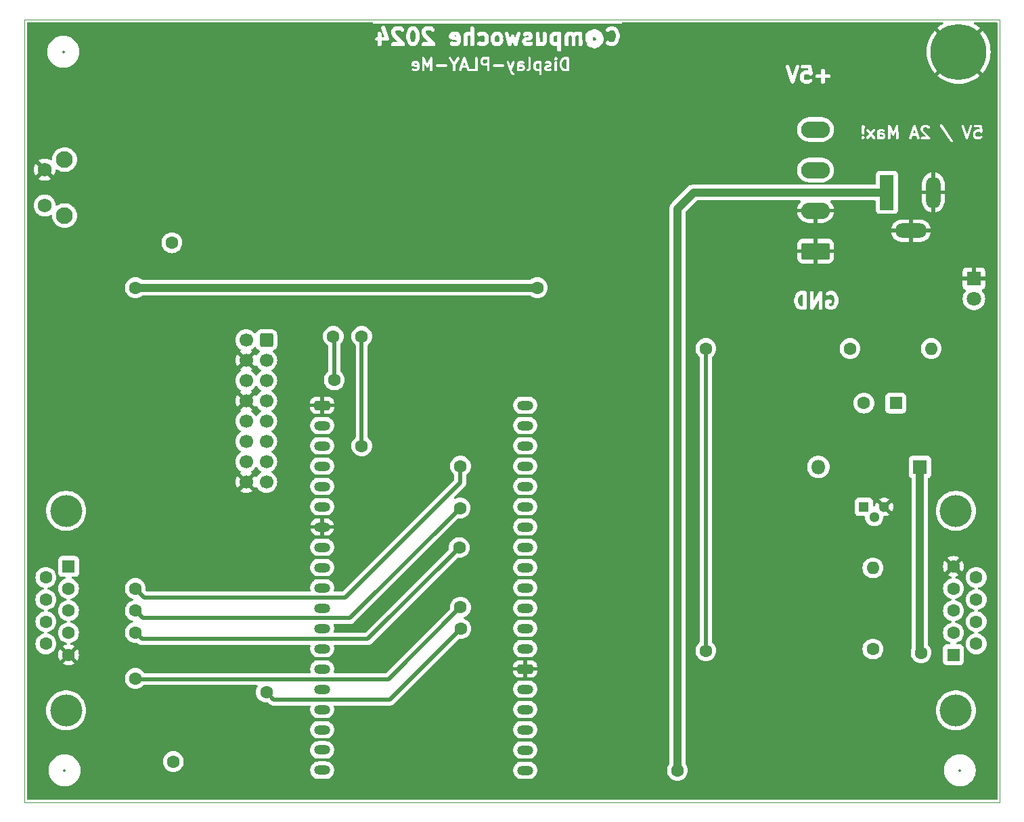
<source format=gbr>
G04 #@! TF.GenerationSoftware,KiCad,Pcbnew,8.0.3*
G04 #@! TF.CreationDate,2024-08-26T17:53:25+02:00*
G04 #@! TF.ProjectId,Display-PLAY-Me_2,44697370-6c61-4792-9d50-4c41592d4d65,0.3*
G04 #@! TF.SameCoordinates,Original*
G04 #@! TF.FileFunction,Profile,NP*
%FSLAX46Y46*%
G04 Gerber Fmt 4.6, Leading zero omitted, Abs format (unit mm)*
G04 Created by KiCad (PCBNEW 8.0.3) date 2024-08-26 17:53:25*
%MOMM*%
%LPD*%
G01*
G04 APERTURE LIST*
G04 Aperture macros list*
%AMRoundRect*
0 Rectangle with rounded corners*
0 $1 Rounding radius*
0 $2 $3 $4 $5 $6 $7 $8 $9 X,Y pos of 4 corners*
0 Add a 4 corners polygon primitive as box body*
4,1,4,$2,$3,$4,$5,$6,$7,$8,$9,$2,$3,0*
0 Add four circle primitives for the rounded corners*
1,1,$1+$1,$2,$3*
1,1,$1+$1,$4,$5*
1,1,$1+$1,$6,$7*
1,1,$1+$1,$8,$9*
0 Add four rect primitives between the rounded corners*
20,1,$1+$1,$2,$3,$4,$5,0*
20,1,$1+$1,$4,$5,$6,$7,0*
20,1,$1+$1,$6,$7,$8,$9,0*
20,1,$1+$1,$8,$9,$2,$3,0*%
G04 Aperture macros list end*
G04 #@! TA.AperFunction,Profile*
%ADD10C,0.050000*%
G04 #@! TD*
%ADD11C,0.300000*%
%ADD12C,0.475000*%
%ADD13C,0.500000*%
G04 #@! TA.AperFunction,ComponentPad*
%ADD14C,3.900000*%
G04 #@! TD*
G04 #@! TA.AperFunction,ConnectorPad*
%ADD15C,7.000000*%
G04 #@! TD*
G04 #@! TA.AperFunction,ComponentPad*
%ADD16C,2.100000*%
G04 #@! TD*
G04 #@! TA.AperFunction,ComponentPad*
%ADD17C,1.750000*%
G04 #@! TD*
G04 #@! TA.AperFunction,ComponentPad*
%ADD18R,1.800000X1.800000*%
G04 #@! TD*
G04 #@! TA.AperFunction,ComponentPad*
%ADD19O,1.800000X1.800000*%
G04 #@! TD*
G04 #@! TA.AperFunction,ComponentPad*
%ADD20C,1.800000*%
G04 #@! TD*
G04 #@! TA.AperFunction,ComponentPad*
%ADD21R,1.300000X1.300000*%
G04 #@! TD*
G04 #@! TA.AperFunction,ComponentPad*
%ADD22C,1.300000*%
G04 #@! TD*
G04 #@! TA.AperFunction,ComponentPad*
%ADD23C,4.000000*%
G04 #@! TD*
G04 #@! TA.AperFunction,ComponentPad*
%ADD24R,1.600000X1.600000*%
G04 #@! TD*
G04 #@! TA.AperFunction,ComponentPad*
%ADD25C,1.600000*%
G04 #@! TD*
G04 #@! TA.AperFunction,ComponentPad*
%ADD26O,1.600000X1.600000*%
G04 #@! TD*
G04 #@! TA.AperFunction,ComponentPad*
%ADD27R,1.800000X4.400000*%
G04 #@! TD*
G04 #@! TA.AperFunction,ComponentPad*
%ADD28O,1.800000X4.000000*%
G04 #@! TD*
G04 #@! TA.AperFunction,ComponentPad*
%ADD29O,4.000000X1.800000*%
G04 #@! TD*
G04 #@! TA.AperFunction,ComponentPad*
%ADD30O,2.000000X1.200000*%
G04 #@! TD*
G04 #@! TA.AperFunction,ComponentPad*
%ADD31RoundRect,0.300000X-0.700000X0.300000X-0.700000X-0.300000X0.700000X-0.300000X0.700000X0.300000X0*%
G04 #@! TD*
G04 #@! TA.AperFunction,ComponentPad*
%ADD32RoundRect,0.249999X1.550001X-0.790001X1.550001X0.790001X-1.550001X0.790001X-1.550001X-0.790001X0*%
G04 #@! TD*
G04 #@! TA.AperFunction,ComponentPad*
%ADD33O,3.600000X2.080000*%
G04 #@! TD*
G04 #@! TA.AperFunction,ComponentPad*
%ADD34RoundRect,0.250000X0.600000X0.600000X-0.600000X0.600000X-0.600000X-0.600000X0.600000X-0.600000X0*%
G04 #@! TD*
G04 #@! TA.AperFunction,ComponentPad*
%ADD35C,1.700000*%
G04 #@! TD*
G04 #@! TA.AperFunction,ViaPad*
%ADD36C,1.600000*%
G04 #@! TD*
G04 #@! TA.AperFunction,Conductor*
%ADD37C,1.000000*%
G04 #@! TD*
G04 #@! TA.AperFunction,Conductor*
%ADD38C,0.500000*%
G04 #@! TD*
%ADD39C,0.350000*%
%ADD40O,1.000000X3.400000*%
%ADD41O,1.000000X3.000000*%
%ADD42O,3.000000X1.000000*%
G04 APERTURE END LIST*
D10*
X88000000Y-49000000D02*
X210000000Y-49000000D01*
X210000000Y-147000000D02*
X210000000Y-49000000D01*
X88000000Y-115500000D02*
X88000000Y-49000000D01*
X88000000Y-115500000D02*
X88000000Y-147000000D01*
X88000000Y-147000000D02*
X210000000Y-147000000D01*
D11*
G36*
X195343689Y-63418707D02*
G01*
X195377602Y-63484024D01*
X195378819Y-63556721D01*
X195345752Y-63625457D01*
X195281024Y-63659064D01*
X194994728Y-63661200D01*
X194962198Y-63645550D01*
X194961285Y-63387357D01*
X195273680Y-63385027D01*
X195343689Y-63418707D01*
G37*
G36*
X199463811Y-63231055D02*
G01*
X199161849Y-63232226D01*
X199312124Y-62778696D01*
X199463811Y-63231055D01*
G37*
G36*
X207985884Y-64482638D02*
G01*
X192496626Y-64482638D01*
X192496626Y-63708138D01*
X192665657Y-63708138D01*
X192665657Y-63766664D01*
X192667883Y-63772037D01*
X192688054Y-63820735D01*
X192688055Y-63820736D01*
X192706710Y-63843467D01*
X192800868Y-63933548D01*
X192800869Y-63933549D01*
X192823667Y-63942992D01*
X192854940Y-63955946D01*
X192854941Y-63955946D01*
X192854942Y-63955946D01*
X192913467Y-63955946D01*
X192913468Y-63955946D01*
X192944741Y-63942992D01*
X192967539Y-63933549D01*
X192990270Y-63914894D01*
X193080353Y-63820736D01*
X193102749Y-63766663D01*
X193102749Y-63740254D01*
X193102750Y-63708138D01*
X193080353Y-63654065D01*
X193061699Y-63631335D01*
X192967540Y-63541251D01*
X192967539Y-63541250D01*
X192935865Y-63528130D01*
X192913468Y-63518853D01*
X192854940Y-63518853D01*
X192832543Y-63528130D01*
X192800869Y-63541250D01*
X192778138Y-63559905D01*
X192688054Y-63654065D01*
X192667884Y-63702762D01*
X192665657Y-63708138D01*
X192496626Y-63708138D01*
X192496626Y-62392714D01*
X192663293Y-62392714D01*
X192736482Y-63237881D01*
X192735164Y-63254346D01*
X192737066Y-63260295D01*
X192737086Y-63266664D01*
X192739474Y-63272429D01*
X192740024Y-63278780D01*
X192747813Y-63293895D01*
X192752994Y-63310091D01*
X192757069Y-63314907D01*
X192759484Y-63320736D01*
X192763945Y-63325197D01*
X192766836Y-63330806D01*
X192779815Y-63341788D01*
X192790799Y-63354769D01*
X192796407Y-63357659D01*
X192800868Y-63362120D01*
X192806696Y-63364534D01*
X192811513Y-63368610D01*
X192827707Y-63373789D01*
X192842824Y-63381580D01*
X192849112Y-63382103D01*
X192854940Y-63384518D01*
X192861250Y-63384518D01*
X192867259Y-63386440D01*
X192884202Y-63385027D01*
X192901150Y-63386440D01*
X192907159Y-63384518D01*
X192913468Y-63384518D01*
X192919298Y-63382102D01*
X192925584Y-63381579D01*
X192940695Y-63373791D01*
X192956895Y-63368610D01*
X192961711Y-63364534D01*
X192967540Y-63362120D01*
X192972001Y-63357658D01*
X192977610Y-63354768D01*
X192988592Y-63341788D01*
X193001573Y-63330805D01*
X193004463Y-63325196D01*
X193008924Y-63320736D01*
X193011338Y-63314907D01*
X193015414Y-63310091D01*
X193020593Y-63293896D01*
X193028384Y-63278780D01*
X193030035Y-63269768D01*
X193031322Y-63266664D01*
X193032154Y-63258212D01*
X193032352Y-63257133D01*
X193033244Y-63254345D01*
X193033278Y-63252082D01*
X193033686Y-63249857D01*
X193068076Y-62820354D01*
X193306077Y-62820354D01*
X193321871Y-62876710D01*
X193337685Y-62901501D01*
X193659519Y-63309246D01*
X193321871Y-63740946D01*
X193306077Y-63797302D01*
X193313050Y-63855411D01*
X193341730Y-63906430D01*
X193387751Y-63942590D01*
X193444107Y-63958384D01*
X193502216Y-63951411D01*
X193553235Y-63922731D01*
X193573581Y-63901501D01*
X193849022Y-63549335D01*
X194143745Y-63922731D01*
X194194764Y-63951411D01*
X194252873Y-63958384D01*
X194309229Y-63942589D01*
X194355250Y-63906429D01*
X194383930Y-63855411D01*
X194390903Y-63797302D01*
X194375108Y-63740946D01*
X194359295Y-63716154D01*
X194037460Y-63308408D01*
X194260600Y-63023114D01*
X194662776Y-63023114D01*
X194665301Y-63737200D01*
X194663954Y-63756162D01*
X194665383Y-63760450D01*
X194665658Y-63838092D01*
X194688056Y-63892164D01*
X194729440Y-63933548D01*
X194783512Y-63955946D01*
X194842040Y-63955946D01*
X194884204Y-63938480D01*
X194888419Y-63940226D01*
X194916015Y-63953502D01*
X194921390Y-63953883D01*
X194926369Y-63955946D01*
X194955633Y-63958828D01*
X195290065Y-63956333D01*
X195294014Y-63957650D01*
X195315176Y-63956146D01*
X195342040Y-63955946D01*
X195347018Y-63953883D01*
X195352394Y-63953502D01*
X195379858Y-63942992D01*
X195515747Y-63872437D01*
X195529918Y-63867714D01*
X195537484Y-63861151D01*
X195547601Y-63855899D01*
X195559922Y-63841691D01*
X195574133Y-63829367D01*
X195583453Y-63814559D01*
X195585947Y-63811684D01*
X195586716Y-63809374D01*
X195589797Y-63804481D01*
X195649703Y-63679955D01*
X195651781Y-63677878D01*
X195658459Y-63661755D01*
X195671735Y-63634160D01*
X195672116Y-63628784D01*
X195674179Y-63623806D01*
X195677061Y-63594542D01*
X195675026Y-63473017D01*
X195675883Y-63470447D01*
X195674705Y-63453877D01*
X195674179Y-63422421D01*
X195672116Y-63417442D01*
X195671735Y-63412067D01*
X195661225Y-63384604D01*
X195590670Y-63248715D01*
X195585947Y-63234544D01*
X195579384Y-63226976D01*
X195574132Y-63216861D01*
X195559925Y-63204540D01*
X195547601Y-63190329D01*
X195532790Y-63181006D01*
X195529917Y-63178514D01*
X195527609Y-63177744D01*
X195522715Y-63174664D01*
X195398189Y-63114757D01*
X195396112Y-63112680D01*
X195379989Y-63106001D01*
X195352394Y-63092726D01*
X195347018Y-63092344D01*
X195342040Y-63090282D01*
X195312776Y-63087400D01*
X194994728Y-63089772D01*
X194960174Y-63073148D01*
X194960137Y-63062762D01*
X194994083Y-62992199D01*
X195058919Y-62958536D01*
X195273916Y-62956569D01*
X195416014Y-63024930D01*
X195474394Y-63029079D01*
X195529916Y-63010572D01*
X195574132Y-62972225D01*
X195600306Y-62919876D01*
X195604455Y-62861496D01*
X195585947Y-62805973D01*
X195547601Y-62761758D01*
X195522715Y-62746093D01*
X195398190Y-62686186D01*
X195396112Y-62684108D01*
X195379980Y-62677426D01*
X195352395Y-62664155D01*
X195347020Y-62663773D01*
X195342040Y-62661710D01*
X195312776Y-62658828D01*
X195049514Y-62661236D01*
X195045822Y-62660006D01*
X195025398Y-62661457D01*
X194997797Y-62661710D01*
X194992816Y-62663773D01*
X194987442Y-62664155D01*
X194959978Y-62674664D01*
X194824087Y-62745220D01*
X194809920Y-62749943D01*
X194802354Y-62756504D01*
X194792236Y-62761758D01*
X194779912Y-62775967D01*
X194765705Y-62788289D01*
X194756385Y-62803094D01*
X194753889Y-62805973D01*
X194753118Y-62808284D01*
X194750040Y-62813175D01*
X194690133Y-62937700D01*
X194688056Y-62939778D01*
X194681377Y-62955900D01*
X194668102Y-62983496D01*
X194667720Y-62988871D01*
X194665658Y-62993850D01*
X194662776Y-63023114D01*
X194260600Y-63023114D01*
X194375108Y-62876710D01*
X194390903Y-62820354D01*
X194383930Y-62762245D01*
X194355250Y-62711227D01*
X194309229Y-62675067D01*
X194252873Y-62659272D01*
X194194764Y-62666245D01*
X194143745Y-62694925D01*
X194123399Y-62716155D01*
X193847957Y-63068320D01*
X193553235Y-62694925D01*
X193502216Y-62666245D01*
X193444107Y-62659272D01*
X193387751Y-62675066D01*
X193341730Y-62711226D01*
X193313050Y-62762245D01*
X193306077Y-62820354D01*
X193068076Y-62820354D01*
X193100546Y-62414839D01*
X193102749Y-62409521D01*
X193102749Y-62387322D01*
X193104672Y-62363311D01*
X193102749Y-62357301D01*
X193102750Y-62350995D01*
X193093894Y-62329614D01*
X193087246Y-62308828D01*
X196019919Y-62308828D01*
X196022801Y-63838092D01*
X196045199Y-63892164D01*
X196086583Y-63933548D01*
X196140655Y-63955946D01*
X196199183Y-63955946D01*
X196253255Y-63933548D01*
X196294639Y-63892164D01*
X196317037Y-63838092D01*
X196319919Y-63808828D01*
X196318352Y-62977843D01*
X196534189Y-63437494D01*
X196541659Y-63458035D01*
X196546124Y-63462911D01*
X196548979Y-63468990D01*
X196565784Y-63484380D01*
X196581186Y-63501198D01*
X196587229Y-63504018D01*
X196592142Y-63508517D01*
X196613562Y-63516306D01*
X196634224Y-63525948D01*
X196640881Y-63526240D01*
X196647144Y-63528518D01*
X196669923Y-63527517D01*
X196692694Y-63528518D01*
X196698953Y-63526241D01*
X196705615Y-63525949D01*
X196726282Y-63516304D01*
X196747697Y-63508517D01*
X196752610Y-63504017D01*
X196758652Y-63501198D01*
X196774047Y-63484385D01*
X196790860Y-63468990D01*
X196795828Y-63460601D01*
X196798179Y-63458035D01*
X196799498Y-63454405D01*
X196805846Y-63443690D01*
X197021182Y-62979375D01*
X197022801Y-63838092D01*
X197045199Y-63892164D01*
X197086583Y-63933548D01*
X197140655Y-63955946D01*
X197199183Y-63955946D01*
X197253255Y-63933548D01*
X197294639Y-63892164D01*
X197317037Y-63838092D01*
X197319919Y-63808828D01*
X197319884Y-63790067D01*
X198663953Y-63790067D01*
X198668102Y-63848448D01*
X198694276Y-63900795D01*
X198738490Y-63939142D01*
X198794014Y-63957650D01*
X198852395Y-63953501D01*
X198904742Y-63927327D01*
X198943089Y-63883113D01*
X198955077Y-63856262D01*
X199063235Y-63529839D01*
X199563350Y-63527901D01*
X199682461Y-63883113D01*
X199720808Y-63927328D01*
X199773156Y-63953501D01*
X199831536Y-63957651D01*
X199887060Y-63939142D01*
X199931274Y-63900795D01*
X199957448Y-63848448D01*
X199961598Y-63790068D01*
X199955078Y-63761394D01*
X199563805Y-62594542D01*
X200091346Y-62594542D01*
X200093760Y-62738758D01*
X200092524Y-62756161D01*
X200094173Y-62763415D01*
X200094228Y-62766664D01*
X200095744Y-62770325D01*
X200099044Y-62784835D01*
X200165657Y-62977394D01*
X200165657Y-62980948D01*
X200173115Y-62998954D01*
X200182461Y-63025970D01*
X200185991Y-63030040D01*
X200188054Y-63035020D01*
X200206709Y-63057751D01*
X200811665Y-63659905D01*
X200212082Y-63661710D01*
X200158010Y-63684108D01*
X200116626Y-63725492D01*
X200094228Y-63779564D01*
X200094228Y-63838092D01*
X200116626Y-63892164D01*
X200158010Y-63933548D01*
X200212082Y-63955946D01*
X200241346Y-63958828D01*
X201199182Y-63955946D01*
X201230455Y-63942992D01*
X201253253Y-63933549D01*
X201294639Y-63892163D01*
X201307758Y-63860489D01*
X201317036Y-63838092D01*
X201317036Y-63779564D01*
X201309510Y-63761394D01*
X201294639Y-63725492D01*
X201275984Y-63702762D01*
X200445267Y-62875893D01*
X200391040Y-62719137D01*
X200389587Y-62632362D01*
X200432198Y-62543789D01*
X200469188Y-62505125D01*
X200558814Y-62458591D01*
X200845108Y-62456455D01*
X200934956Y-62499679D01*
X201015153Y-62576406D01*
X201069226Y-62598802D01*
X201127752Y-62598802D01*
X201181824Y-62576406D01*
X201223210Y-62535020D01*
X201245606Y-62480948D01*
X201245606Y-62422422D01*
X201223210Y-62368349D01*
X201204555Y-62345619D01*
X201129405Y-62273722D01*
X201119029Y-62261758D01*
X201112803Y-62257839D01*
X201110396Y-62255536D01*
X201106736Y-62254020D01*
X201094143Y-62246093D01*
X201075745Y-62237242D01*
X202519918Y-62237242D01*
X202531276Y-62294657D01*
X202545110Y-62320605D01*
X203849455Y-64271927D01*
X203898085Y-64304493D01*
X203955475Y-64315971D01*
X204012889Y-64304613D01*
X204061588Y-64272148D01*
X204094154Y-64223518D01*
X204105632Y-64166129D01*
X204094274Y-64108714D01*
X204080440Y-64082766D01*
X202907206Y-62327589D01*
X205235381Y-62327589D01*
X205241901Y-62356262D01*
X205738794Y-63838098D01*
X205739530Y-63848448D01*
X205747833Y-63865055D01*
X205753889Y-63883113D01*
X205760911Y-63891210D01*
X205765704Y-63900795D01*
X205779910Y-63913116D01*
X205792236Y-63927328D01*
X205801823Y-63932121D01*
X205809918Y-63939142D01*
X205827760Y-63945089D01*
X205844584Y-63953501D01*
X205855274Y-63954260D01*
X205865442Y-63957650D01*
X205884198Y-63956317D01*
X205902964Y-63957651D01*
X205913134Y-63954260D01*
X205923823Y-63953501D01*
X205940644Y-63945090D01*
X205958488Y-63939142D01*
X205966584Y-63932119D01*
X205976170Y-63927327D01*
X205988493Y-63913118D01*
X206002702Y-63900795D01*
X206007494Y-63891209D01*
X206014517Y-63883113D01*
X206026505Y-63856262D01*
X206255231Y-63165971D01*
X206662774Y-63165971D01*
X206665268Y-63500403D01*
X206663952Y-63504353D01*
X206665455Y-63525510D01*
X206665656Y-63552378D01*
X206667719Y-63557358D01*
X206668101Y-63562733D01*
X206678610Y-63590196D01*
X206752619Y-63732738D01*
X206759482Y-63749306D01*
X206764217Y-63755076D01*
X206765704Y-63757939D01*
X206768697Y-63760535D01*
X206778137Y-63772037D01*
X206853292Y-63843938D01*
X206863665Y-63855899D01*
X206869888Y-63859816D01*
X206872297Y-63862121D01*
X206875958Y-63863637D01*
X206888550Y-63871564D01*
X207013075Y-63931470D01*
X207015153Y-63933548D01*
X207031275Y-63940226D01*
X207058871Y-63953502D01*
X207064246Y-63953883D01*
X207069225Y-63955946D01*
X207098489Y-63958828D01*
X207432921Y-63956333D01*
X207436870Y-63957650D01*
X207458032Y-63956146D01*
X207484896Y-63955946D01*
X207489874Y-63953883D01*
X207495250Y-63953502D01*
X207522714Y-63942992D01*
X207665257Y-63868982D01*
X207681825Y-63862120D01*
X207687593Y-63857385D01*
X207690457Y-63855899D01*
X207693053Y-63852904D01*
X207704556Y-63843465D01*
X207794638Y-63749306D01*
X207817035Y-63695233D01*
X207817034Y-63636707D01*
X207794637Y-63582635D01*
X207753251Y-63541250D01*
X207699179Y-63518853D01*
X207640653Y-63518854D01*
X207586581Y-63541251D01*
X207563850Y-63559906D01*
X207513502Y-63612532D01*
X207423880Y-63659064D01*
X207137584Y-63661200D01*
X207047735Y-63617975D01*
X207009072Y-63580986D01*
X206962537Y-63491360D01*
X206960401Y-63205066D01*
X207003626Y-63115218D01*
X207040617Y-63076553D01*
X207130241Y-63030020D01*
X207416536Y-63027884D01*
X207506385Y-63071109D01*
X207552256Y-63114995D01*
X207554108Y-63118446D01*
X207566231Y-63128365D01*
X207586581Y-63147834D01*
X207593559Y-63150724D01*
X207599405Y-63155507D01*
X207620396Y-63161840D01*
X207640653Y-63170231D01*
X207648205Y-63170231D01*
X207655437Y-63172413D01*
X207677253Y-63170231D01*
X207699179Y-63170232D01*
X207706157Y-63167341D01*
X207713674Y-63166590D01*
X207732993Y-63156225D01*
X207753251Y-63147835D01*
X207758593Y-63142492D01*
X207765249Y-63138922D01*
X207779129Y-63121956D01*
X207794637Y-63106450D01*
X207797527Y-63099470D01*
X207802310Y-63093626D01*
X207808644Y-63072631D01*
X207817034Y-63052378D01*
X207817034Y-63044828D01*
X207819217Y-63037594D01*
X207819173Y-63008188D01*
X207745607Y-62300124D01*
X207745607Y-62279564D01*
X207742755Y-62272680D01*
X207741965Y-62265071D01*
X207731600Y-62245749D01*
X207723209Y-62225492D01*
X207717868Y-62220151D01*
X207714298Y-62213496D01*
X207697330Y-62199613D01*
X207681825Y-62184108D01*
X207674845Y-62181216D01*
X207669001Y-62176435D01*
X207648012Y-62170101D01*
X207627753Y-62161710D01*
X207616541Y-62160605D01*
X207612969Y-62159528D01*
X207609311Y-62159893D01*
X207598489Y-62158828D01*
X206854939Y-62161710D01*
X206800867Y-62184108D01*
X206759483Y-62225492D01*
X206737085Y-62279564D01*
X206737085Y-62338092D01*
X206759483Y-62392164D01*
X206800867Y-62433548D01*
X206854939Y-62455946D01*
X206884203Y-62458828D01*
X207463033Y-62456584D01*
X207491997Y-62735351D01*
X207489874Y-62735201D01*
X207484896Y-62733139D01*
X207455632Y-62730257D01*
X207121199Y-62732751D01*
X207117251Y-62731435D01*
X207096088Y-62732938D01*
X207069225Y-62733139D01*
X207064246Y-62735201D01*
X207058871Y-62735583D01*
X207031408Y-62746093D01*
X206888870Y-62820098D01*
X206872297Y-62826964D01*
X206866524Y-62831701D01*
X206863665Y-62833186D01*
X206861070Y-62836177D01*
X206849566Y-62845619D01*
X206777668Y-62920769D01*
X206765704Y-62931146D01*
X206761785Y-62937371D01*
X206759482Y-62939779D01*
X206757966Y-62943438D01*
X206750039Y-62956032D01*
X206690132Y-63080556D01*
X206688054Y-63082635D01*
X206681372Y-63098766D01*
X206668101Y-63126352D01*
X206667719Y-63131726D01*
X206665656Y-63136707D01*
X206662774Y-63165971D01*
X206255231Y-63165971D01*
X206533026Y-62327588D01*
X206528876Y-62269208D01*
X206502702Y-62216861D01*
X206458488Y-62178514D01*
X206402964Y-62160005D01*
X206344584Y-62164155D01*
X206292236Y-62190328D01*
X206253889Y-62234543D01*
X206241901Y-62261394D01*
X205884853Y-63338959D01*
X205514517Y-62234543D01*
X205476170Y-62190329D01*
X205423823Y-62164155D01*
X205365442Y-62160006D01*
X205309918Y-62178514D01*
X205265704Y-62216861D01*
X205239530Y-62269208D01*
X205235381Y-62327589D01*
X202907206Y-62327589D01*
X202776095Y-62131444D01*
X202727465Y-62098878D01*
X202670076Y-62087400D01*
X202612661Y-62098758D01*
X202563962Y-62131223D01*
X202531396Y-62179853D01*
X202519918Y-62237242D01*
X201075745Y-62237242D01*
X200969618Y-62186186D01*
X200967540Y-62184108D01*
X200951408Y-62177426D01*
X200923823Y-62164155D01*
X200918448Y-62163773D01*
X200913468Y-62161710D01*
X200884204Y-62158828D01*
X200549771Y-62161322D01*
X200545822Y-62160006D01*
X200524664Y-62161509D01*
X200497797Y-62161710D01*
X200492816Y-62163773D01*
X200487442Y-62164155D01*
X200459978Y-62174664D01*
X200317434Y-62248674D01*
X200300869Y-62255536D01*
X200295098Y-62260271D01*
X200292236Y-62261758D01*
X200289639Y-62264751D01*
X200278139Y-62274190D01*
X200206241Y-62349339D01*
X200194276Y-62359717D01*
X200190357Y-62365942D01*
X200188055Y-62368349D01*
X200186539Y-62372007D01*
X200178611Y-62384603D01*
X200118704Y-62509127D01*
X200116626Y-62511206D01*
X200109944Y-62527337D01*
X200096673Y-62554923D01*
X200096291Y-62560297D01*
X200094228Y-62565278D01*
X200091346Y-62594542D01*
X199563805Y-62594542D01*
X199458183Y-62279558D01*
X199457448Y-62269208D01*
X199449144Y-62252600D01*
X199443089Y-62234543D01*
X199436066Y-62226446D01*
X199431274Y-62216861D01*
X199417065Y-62204537D01*
X199404742Y-62190329D01*
X199395156Y-62185536D01*
X199387060Y-62178514D01*
X199369216Y-62172565D01*
X199352395Y-62164155D01*
X199341706Y-62163395D01*
X199331536Y-62160005D01*
X199312770Y-62161338D01*
X199294014Y-62160006D01*
X199283846Y-62163395D01*
X199273156Y-62164155D01*
X199256332Y-62172566D01*
X199238490Y-62178514D01*
X199230395Y-62185534D01*
X199220808Y-62190328D01*
X199208482Y-62204539D01*
X199194276Y-62216861D01*
X199189483Y-62226445D01*
X199182461Y-62234543D01*
X199170473Y-62261394D01*
X198813130Y-63339850D01*
X198808515Y-63350993D01*
X198808515Y-63353780D01*
X198663953Y-63790067D01*
X197319884Y-63790067D01*
X197317095Y-62310720D01*
X197318180Y-62286052D01*
X197317043Y-62282926D01*
X197317037Y-62279564D01*
X197307076Y-62255518D01*
X197298179Y-62231050D01*
X197295919Y-62228582D01*
X197294639Y-62225492D01*
X197276241Y-62207094D01*
X197258652Y-62187887D01*
X197255618Y-62186471D01*
X197253255Y-62184108D01*
X197229224Y-62174154D01*
X197205615Y-62163136D01*
X197202270Y-62162989D01*
X197199183Y-62161710D01*
X197173159Y-62161710D01*
X197147144Y-62160567D01*
X197144001Y-62161710D01*
X197140655Y-62161710D01*
X197116602Y-62171673D01*
X197092142Y-62180568D01*
X197089674Y-62182827D01*
X197086583Y-62184108D01*
X197068174Y-62202516D01*
X197048979Y-62220095D01*
X197046629Y-62224061D01*
X197045199Y-62225492D01*
X197043843Y-62228764D01*
X197033992Y-62245395D01*
X196670635Y-63028874D01*
X196303956Y-62247984D01*
X196294639Y-62225492D01*
X196292292Y-62223145D01*
X196290860Y-62220095D01*
X196271652Y-62202505D01*
X196253255Y-62184108D01*
X196250164Y-62182827D01*
X196247697Y-62180568D01*
X196223231Y-62171671D01*
X196199183Y-62161710D01*
X196195837Y-62161710D01*
X196192694Y-62160567D01*
X196166690Y-62161710D01*
X196140655Y-62161710D01*
X196137564Y-62162990D01*
X196134224Y-62163137D01*
X196110628Y-62174147D01*
X196086583Y-62184108D01*
X196084219Y-62186471D01*
X196081186Y-62187887D01*
X196063596Y-62207094D01*
X196045199Y-62225492D01*
X196043918Y-62228582D01*
X196041659Y-62231050D01*
X196032762Y-62255515D01*
X196022801Y-62279564D01*
X196022349Y-62284152D01*
X196021658Y-62286053D01*
X196021813Y-62289591D01*
X196019919Y-62308828D01*
X193087246Y-62308828D01*
X193086842Y-62307566D01*
X193082767Y-62302750D01*
X193080353Y-62296922D01*
X193061699Y-62274192D01*
X192967540Y-62184108D01*
X192967539Y-62184107D01*
X192922260Y-62165352D01*
X192913468Y-62161710D01*
X192854940Y-62161710D01*
X192846148Y-62165352D01*
X192800869Y-62184107D01*
X192778138Y-62202762D01*
X192721824Y-62261623D01*
X192719369Y-62262889D01*
X192709841Y-62274148D01*
X192688054Y-62296922D01*
X192685639Y-62302750D01*
X192681565Y-62307566D01*
X192674514Y-62329610D01*
X192665657Y-62350994D01*
X192665657Y-62357302D01*
X192663735Y-62363312D01*
X192663293Y-62392714D01*
X192496626Y-62392714D01*
X192496626Y-61920733D01*
X207985884Y-61920733D01*
X207985884Y-64482638D01*
G37*
D12*
G36*
X185357045Y-84851413D02*
G01*
X185186674Y-84852972D01*
X184998398Y-84793071D01*
X184884307Y-84682373D01*
X184822553Y-84564332D01*
X184742208Y-84257191D01*
X184739129Y-84042761D01*
X184812263Y-83736082D01*
X184875302Y-83603999D01*
X184989969Y-83485817D01*
X185167243Y-83424010D01*
X185353695Y-83422304D01*
X185357045Y-84851413D01*
G37*
G36*
X190046595Y-85561776D02*
G01*
X184029928Y-85561776D01*
X184029928Y-84001061D01*
X184267428Y-84001061D01*
X184271158Y-84260848D01*
X184267708Y-84284035D01*
X184271898Y-84312370D01*
X184271991Y-84318824D01*
X184273331Y-84322059D01*
X184274519Y-84330092D01*
X184364773Y-84675115D01*
X184366338Y-84697126D01*
X184379590Y-84731758D01*
X184380659Y-84735841D01*
X184381681Y-84737220D01*
X184382978Y-84740609D01*
X184478136Y-84922500D01*
X184488406Y-84947295D01*
X184495857Y-84956373D01*
X184498258Y-84960963D01*
X184502996Y-84965072D01*
X184517943Y-84983284D01*
X184677112Y-85137720D01*
X184679210Y-85141915D01*
X184700182Y-85160104D01*
X184734884Y-85193774D01*
X184742770Y-85197040D01*
X184749216Y-85202631D01*
X184791729Y-85221612D01*
X185064950Y-85308538D01*
X185091928Y-85319713D01*
X185103725Y-85320874D01*
X185108557Y-85322412D01*
X185114816Y-85321967D01*
X185138262Y-85324276D01*
X185636977Y-85319713D01*
X185722591Y-85284250D01*
X185788117Y-85218724D01*
X185823580Y-85133110D01*
X185828143Y-85086776D01*
X185823689Y-83186776D01*
X186257904Y-83186776D01*
X186262326Y-85073137D01*
X186258484Y-85103364D01*
X186262431Y-85117837D01*
X186262467Y-85133110D01*
X186274555Y-85162292D01*
X186282866Y-85192767D01*
X186292136Y-85204738D01*
X186297930Y-85218724D01*
X186320263Y-85241057D01*
X186339606Y-85266034D01*
X186352752Y-85273546D01*
X186363456Y-85284250D01*
X186392636Y-85296337D01*
X186420064Y-85312010D01*
X186435082Y-85313919D01*
X186449070Y-85319713D01*
X186480660Y-85319713D01*
X186511992Y-85323696D01*
X186526597Y-85319713D01*
X186541738Y-85319713D01*
X186570920Y-85307624D01*
X186601395Y-85299314D01*
X186613366Y-85290043D01*
X186627352Y-85284250D01*
X186649685Y-85261916D01*
X186674662Y-85242574D01*
X186688446Y-85223155D01*
X186692878Y-85218724D01*
X186694679Y-85214375D01*
X186701612Y-85204609D01*
X187345694Y-84072102D01*
X187348182Y-85133110D01*
X187383645Y-85218724D01*
X187449171Y-85284250D01*
X187534785Y-85319713D01*
X187627453Y-85319713D01*
X187713067Y-85284250D01*
X187778593Y-85218724D01*
X187814056Y-85133110D01*
X187818619Y-85086776D01*
X187816710Y-84272490D01*
X188157904Y-84272490D01*
X188162467Y-84952157D01*
X188166115Y-84960963D01*
X188197929Y-85037770D01*
X188227465Y-85073760D01*
X188297329Y-85140060D01*
X188298257Y-85141915D01*
X188310188Y-85152263D01*
X188353931Y-85193774D01*
X188361817Y-85197040D01*
X188368263Y-85202631D01*
X188410776Y-85221612D01*
X188683997Y-85308538D01*
X188710975Y-85319713D01*
X188722772Y-85320874D01*
X188727604Y-85322412D01*
X188733863Y-85321967D01*
X188757309Y-85324276D01*
X188942018Y-85320567D01*
X188967966Y-85322412D01*
X188979373Y-85319817D01*
X188984595Y-85319713D01*
X188990389Y-85317312D01*
X189013365Y-85312088D01*
X189251001Y-85229236D01*
X189256025Y-85229236D01*
X189282742Y-85218169D01*
X189327307Y-85202632D01*
X189333754Y-85197039D01*
X189341639Y-85193774D01*
X189377628Y-85164237D01*
X189556752Y-84979620D01*
X189578265Y-84960963D01*
X189584564Y-84950954D01*
X189588116Y-84947295D01*
X189590515Y-84941501D01*
X189603068Y-84921561D01*
X189684183Y-84751605D01*
X189695864Y-84735841D01*
X189708238Y-84701204D01*
X189710185Y-84697126D01*
X189710306Y-84695415D01*
X189711528Y-84691997D01*
X189795073Y-84341658D01*
X189804532Y-84318824D01*
X189807355Y-84290156D01*
X189808815Y-84284035D01*
X189808299Y-84280569D01*
X189809095Y-84272490D01*
X189805364Y-84012702D01*
X189808815Y-83989516D01*
X189804624Y-83961180D01*
X189804532Y-83954727D01*
X189803191Y-83951491D01*
X189802004Y-83943459D01*
X189711749Y-83598440D01*
X189710185Y-83576426D01*
X189696928Y-83541785D01*
X189695863Y-83537711D01*
X189694842Y-83536333D01*
X189693545Y-83532943D01*
X189598386Y-83351048D01*
X189588117Y-83326256D01*
X189580666Y-83317178D01*
X189578266Y-83312589D01*
X189573528Y-83308480D01*
X189558580Y-83290266D01*
X189399410Y-83135831D01*
X189397313Y-83131637D01*
X189376332Y-83113440D01*
X189341638Y-83079778D01*
X189333755Y-83076512D01*
X189327307Y-83070920D01*
X189284794Y-83051940D01*
X189011572Y-82965013D01*
X188984595Y-82953839D01*
X188972797Y-82952677D01*
X188967966Y-82951140D01*
X188961706Y-82951584D01*
X188938261Y-82949276D01*
X188701157Y-82952680D01*
X188696538Y-82951141D01*
X188668214Y-82953153D01*
X188620499Y-82953839D01*
X188612613Y-82957105D01*
X188604103Y-82957710D01*
X188560620Y-82974349D01*
X188340265Y-83089628D01*
X188279549Y-83159634D01*
X188250245Y-83247547D01*
X188256813Y-83339982D01*
X188298256Y-83422867D01*
X188368262Y-83483583D01*
X188456175Y-83512887D01*
X188548610Y-83506319D01*
X188592093Y-83489679D01*
X188718528Y-83423533D01*
X188891332Y-83421052D01*
X189078124Y-83480480D01*
X189192215Y-83591177D01*
X189253970Y-83709221D01*
X189334314Y-84016356D01*
X189337393Y-84230789D01*
X189264259Y-84537469D01*
X189201220Y-84669550D01*
X189086552Y-84787734D01*
X188908318Y-84849877D01*
X188802661Y-84851998D01*
X188632178Y-84797758D01*
X188630228Y-84507365D01*
X188803643Y-84505427D01*
X188889257Y-84469964D01*
X188954783Y-84404438D01*
X188990246Y-84318824D01*
X188990246Y-84226156D01*
X188954783Y-84140542D01*
X188889257Y-84075016D01*
X188803643Y-84039553D01*
X188757309Y-84034990D01*
X188349070Y-84039553D01*
X188263456Y-84075016D01*
X188197930Y-84140542D01*
X188162467Y-84226156D01*
X188157904Y-84272490D01*
X187816710Y-84272490D01*
X187814196Y-83200414D01*
X187818039Y-83170188D01*
X187814091Y-83155715D01*
X187814056Y-83140442D01*
X187801965Y-83111253D01*
X187793656Y-83080786D01*
X187784388Y-83068818D01*
X187778593Y-83054828D01*
X187756254Y-83032489D01*
X187736917Y-83007519D01*
X187723772Y-83000007D01*
X187713067Y-82989302D01*
X187683884Y-82977213D01*
X187656459Y-82961542D01*
X187641440Y-82959632D01*
X187627453Y-82953839D01*
X187595863Y-82953839D01*
X187564530Y-82949856D01*
X187549926Y-82953839D01*
X187534785Y-82953839D01*
X187505598Y-82965928D01*
X187475128Y-82974239D01*
X187463159Y-82983507D01*
X187449171Y-82989302D01*
X187426835Y-83011637D01*
X187401861Y-83030978D01*
X187388076Y-83050396D01*
X187383645Y-83054828D01*
X187381843Y-83059176D01*
X187374911Y-83068943D01*
X186730828Y-84201449D01*
X186728341Y-83140442D01*
X186692878Y-83054828D01*
X186627352Y-82989302D01*
X186541738Y-82953839D01*
X186449070Y-82953839D01*
X186363456Y-82989302D01*
X186297930Y-83054828D01*
X186262467Y-83140442D01*
X186257904Y-83186776D01*
X185823689Y-83186776D01*
X185823580Y-83140442D01*
X185788117Y-83054828D01*
X185722591Y-82989302D01*
X185636977Y-82953839D01*
X185590643Y-82949276D01*
X185140302Y-82953396D01*
X185108557Y-82951140D01*
X185096887Y-82953793D01*
X185091928Y-82953839D01*
X185086133Y-82956239D01*
X185063158Y-82961464D01*
X184825527Y-83044315D01*
X184820499Y-83044315D01*
X184793758Y-83055390D01*
X184749216Y-83070921D01*
X184742771Y-83076510D01*
X184734885Y-83079777D01*
X184698895Y-83109314D01*
X184519775Y-83293925D01*
X184498257Y-83312588D01*
X184491955Y-83322598D01*
X184488407Y-83326256D01*
X184486008Y-83332047D01*
X184473455Y-83351990D01*
X184392337Y-83521950D01*
X184380660Y-83537711D01*
X184368285Y-83572345D01*
X184366338Y-83576426D01*
X184366216Y-83578136D01*
X184364995Y-83581555D01*
X184281449Y-83931892D01*
X184271991Y-83954727D01*
X184269167Y-83983394D01*
X184267708Y-83989516D01*
X184268223Y-83992981D01*
X184267428Y-84001061D01*
X184029928Y-84001061D01*
X184029928Y-82711776D01*
X190046595Y-82711776D01*
X190046595Y-85561776D01*
G37*
G36*
X189062556Y-57240776D02*
G01*
X182961839Y-57240776D01*
X182961839Y-54895481D01*
X183199339Y-54895481D01*
X183209663Y-54940880D01*
X183838087Y-56812250D01*
X183839243Y-56828506D01*
X183852348Y-56854716D01*
X183861978Y-56883393D01*
X183873095Y-56896211D01*
X183880685Y-56911391D01*
X183903182Y-56930902D01*
X183922694Y-56953400D01*
X183937873Y-56960989D01*
X183950692Y-56972107D01*
X183978943Y-56981524D01*
X184005579Y-56994842D01*
X184022502Y-56996044D01*
X184038604Y-57001412D01*
X184068313Y-56999300D01*
X184098014Y-57001411D01*
X184114111Y-56996045D01*
X184131039Y-56994842D01*
X184157675Y-56981523D01*
X184185926Y-56972107D01*
X184198744Y-56960989D01*
X184213924Y-56953400D01*
X184233435Y-56930902D01*
X184255933Y-56911391D01*
X184263522Y-56896211D01*
X184274640Y-56883393D01*
X184293621Y-56840880D01*
X184587886Y-55951490D01*
X185006999Y-55951490D01*
X185010812Y-56368320D01*
X185008864Y-56374167D01*
X185011162Y-56406505D01*
X185011562Y-56450205D01*
X185014828Y-56458089D01*
X185015433Y-56466602D01*
X185032073Y-56510085D01*
X185127232Y-56691979D01*
X185137501Y-56716770D01*
X185144951Y-56725848D01*
X185147353Y-56730439D01*
X185152091Y-56734548D01*
X185167037Y-56752760D01*
X185264551Y-56845299D01*
X185279837Y-56862924D01*
X185289597Y-56869068D01*
X185293503Y-56872774D01*
X185299299Y-56875175D01*
X185319239Y-56887726D01*
X185471694Y-56960488D01*
X185474456Y-56963250D01*
X185497346Y-56972731D01*
X185543673Y-56994842D01*
X185552185Y-56995446D01*
X185560070Y-56998713D01*
X185606404Y-57003276D01*
X186023233Y-56999462D01*
X186029080Y-57001411D01*
X186061423Y-56999112D01*
X186105119Y-56998713D01*
X186113001Y-56995447D01*
X186121515Y-56994843D01*
X186164998Y-56978203D01*
X186346893Y-56883043D01*
X186371687Y-56872774D01*
X186380764Y-56865323D01*
X186385352Y-56862924D01*
X186389459Y-56858188D01*
X186407677Y-56843237D01*
X186527689Y-56716770D01*
X186563151Y-56631156D01*
X186563150Y-56538488D01*
X186527688Y-56452874D01*
X186462161Y-56387348D01*
X186376547Y-56351886D01*
X186283879Y-56351887D01*
X186198265Y-56387349D01*
X186162275Y-56416886D01*
X186103955Y-56478342D01*
X186007612Y-56528744D01*
X185667581Y-56531855D01*
X185570249Y-56485401D01*
X185531932Y-56449040D01*
X185481530Y-56352698D01*
X185478419Y-56012667D01*
X185524874Y-55915334D01*
X185561236Y-55877016D01*
X185657575Y-55826616D01*
X185997607Y-55823505D01*
X186094941Y-55869959D01*
X186144377Y-55916873D01*
X186146849Y-55921481D01*
X186164141Y-55935629D01*
X186198265Y-55968012D01*
X186209313Y-55972588D01*
X186218570Y-55980162D01*
X186251813Y-55990192D01*
X186283879Y-56003474D01*
X186295834Y-56003474D01*
X186307288Y-56006930D01*
X186341840Y-56003474D01*
X186376547Y-56003475D01*
X186387594Y-55998899D01*
X186399496Y-55997709D01*
X186403368Y-55995632D01*
X186911563Y-55995632D01*
X186911563Y-56088300D01*
X186947026Y-56173914D01*
X187012552Y-56239440D01*
X187098166Y-56274903D01*
X187144500Y-56279466D01*
X187633740Y-56277971D01*
X187635372Y-56812110D01*
X187670835Y-56897724D01*
X187736361Y-56963250D01*
X187821975Y-56998713D01*
X187914643Y-56998713D01*
X188000257Y-56963250D01*
X188065783Y-56897724D01*
X188101246Y-56812110D01*
X188105809Y-56765776D01*
X188104314Y-56276534D01*
X188638453Y-56274903D01*
X188724067Y-56239440D01*
X188789593Y-56173914D01*
X188825056Y-56088300D01*
X188825056Y-55995632D01*
X188789593Y-55910018D01*
X188724067Y-55844492D01*
X188638453Y-55809029D01*
X188592119Y-55804466D01*
X188102877Y-55805960D01*
X188101246Y-55271823D01*
X188065783Y-55186209D01*
X188000257Y-55120683D01*
X187914643Y-55085220D01*
X187821975Y-55085220D01*
X187736361Y-55120683D01*
X187670835Y-55186209D01*
X187635372Y-55271823D01*
X187630809Y-55318157D01*
X187632303Y-55807397D01*
X187098166Y-55809029D01*
X187012552Y-55844492D01*
X186947026Y-55910018D01*
X186911563Y-55995632D01*
X186403368Y-55995632D01*
X186430091Y-55981296D01*
X186462161Y-55968013D01*
X186470617Y-55959556D01*
X186481157Y-55953903D01*
X186503139Y-55927035D01*
X186527688Y-55902487D01*
X186532265Y-55891436D01*
X186539837Y-55882182D01*
X186549864Y-55848947D01*
X186563150Y-55816873D01*
X186563150Y-55804914D01*
X186566605Y-55793464D01*
X186566535Y-55746906D01*
X186472675Y-54851500D01*
X186472675Y-54819442D01*
X186468175Y-54808580D01*
X186466909Y-54796494D01*
X186450495Y-54765896D01*
X186437212Y-54733828D01*
X186428757Y-54725373D01*
X186423103Y-54714833D01*
X186396231Y-54692847D01*
X186371686Y-54668302D01*
X186360637Y-54663725D01*
X186351382Y-54656153D01*
X186318149Y-54646125D01*
X186286072Y-54632839D01*
X186268316Y-54631090D01*
X186262664Y-54629385D01*
X186256875Y-54629963D01*
X186239738Y-54628276D01*
X185288642Y-54632839D01*
X185203028Y-54668302D01*
X185137502Y-54733828D01*
X185102039Y-54819442D01*
X185102039Y-54912110D01*
X185137502Y-54997724D01*
X185203028Y-55063250D01*
X185288642Y-55098713D01*
X185334976Y-55103276D01*
X186025488Y-55099963D01*
X186051923Y-55352147D01*
X185641954Y-55355898D01*
X185636108Y-55353950D01*
X185603769Y-55356248D01*
X185560070Y-55356648D01*
X185552185Y-55359914D01*
X185543673Y-55360519D01*
X185500190Y-55377159D01*
X185318292Y-55472319D01*
X185293503Y-55482587D01*
X185284426Y-55490035D01*
X185279837Y-55492437D01*
X185275727Y-55497175D01*
X185257513Y-55512124D01*
X185164978Y-55609636D01*
X185147353Y-55624922D01*
X185141206Y-55634685D01*
X185137501Y-55638591D01*
X185135100Y-55644386D01*
X185122550Y-55664324D01*
X185049786Y-55816780D01*
X185047025Y-55819542D01*
X185037542Y-55842434D01*
X185015433Y-55888759D01*
X185014828Y-55897271D01*
X185011562Y-55905156D01*
X185006999Y-55951490D01*
X184587886Y-55951490D01*
X184937278Y-54895481D01*
X184930708Y-54803046D01*
X184889266Y-54720161D01*
X184819259Y-54659444D01*
X184731347Y-54630140D01*
X184638912Y-54636710D01*
X184556027Y-54678152D01*
X184495311Y-54748158D01*
X184476330Y-54790672D01*
X184069002Y-56021785D01*
X183641306Y-54748158D01*
X183580590Y-54678152D01*
X183497705Y-54636710D01*
X183405270Y-54630140D01*
X183317357Y-54659445D01*
X183247351Y-54720161D01*
X183205909Y-54803046D01*
X183199339Y-54895481D01*
X182961839Y-54895481D01*
X182961839Y-54390776D01*
X189062556Y-54390776D01*
X189062556Y-57240776D01*
G37*
D13*
G36*
X154615349Y-50968740D02*
G01*
X154617307Y-51803875D01*
X154357266Y-51806782D01*
X154255277Y-51758106D01*
X154214947Y-51719833D01*
X154161968Y-51618567D01*
X154158460Y-51165582D01*
X154207514Y-51062799D01*
X154245790Y-51022465D01*
X154347415Y-50969299D01*
X154610361Y-50966359D01*
X154615349Y-50968740D01*
G37*
G36*
X159379013Y-51205510D02*
G01*
X159419349Y-51243787D01*
X159473015Y-51346367D01*
X159474491Y-51419896D01*
X159426778Y-51519868D01*
X159388505Y-51560198D01*
X159285922Y-51613866D01*
X159212393Y-51615342D01*
X159114151Y-51568455D01*
X159112016Y-51208189D01*
X159205515Y-51159274D01*
X159279045Y-51157798D01*
X159379013Y-51205510D01*
G37*
G36*
X136712345Y-50348368D02*
G01*
X136752678Y-50386643D01*
X136816134Y-50507936D01*
X136900622Y-50830909D01*
X136904416Y-51245484D01*
X136826969Y-51570251D01*
X136760108Y-51710345D01*
X136721835Y-51750676D01*
X136619253Y-51804343D01*
X136545723Y-51805819D01*
X136445751Y-51758106D01*
X136405421Y-51719833D01*
X136341964Y-51598538D01*
X136257476Y-51275564D01*
X136253682Y-50860990D01*
X136331129Y-50536221D01*
X136397989Y-50396132D01*
X136436264Y-50355799D01*
X136538845Y-50302132D01*
X136612376Y-50300656D01*
X136712345Y-50348368D01*
G37*
G36*
X142012221Y-50999065D02*
G01*
X142043653Y-51059147D01*
X142043795Y-51083173D01*
X141620824Y-51000648D01*
X141680747Y-50969299D01*
X141943693Y-50966359D01*
X142012221Y-50999065D01*
G37*
G36*
X147283775Y-51015034D02*
G01*
X147324108Y-51053309D01*
X147377086Y-51154574D01*
X147380594Y-51607558D01*
X147331538Y-51710345D01*
X147293265Y-51750676D01*
X147191301Y-51804019D01*
X147023202Y-51806433D01*
X146921943Y-51758106D01*
X146881613Y-51719833D01*
X146828634Y-51618567D01*
X146825126Y-51165582D01*
X146874180Y-51062799D01*
X146912456Y-51022465D01*
X147014419Y-50969122D01*
X147182519Y-50966708D01*
X147283775Y-51015034D01*
G37*
G36*
X162698100Y-53215100D02*
G01*
X131607663Y-53215100D01*
X131607663Y-51337798D01*
X131857663Y-51337798D01*
X131857663Y-51435344D01*
X131894992Y-51525464D01*
X131963966Y-51594438D01*
X132054086Y-51631767D01*
X132102859Y-51636571D01*
X132141758Y-51636425D01*
X132143377Y-52102011D01*
X132180706Y-52192131D01*
X132249680Y-52261105D01*
X132339800Y-52298434D01*
X132437346Y-52298434D01*
X132527466Y-52261105D01*
X132596440Y-52192131D01*
X132633769Y-52102011D01*
X132638573Y-52053238D01*
X132637117Y-51634576D01*
X133335115Y-51631970D01*
X133372222Y-51634608D01*
X133380643Y-51631800D01*
X133389727Y-51631767D01*
X133426746Y-51616432D01*
X133464762Y-51603761D01*
X133471547Y-51597875D01*
X133479847Y-51594438D01*
X133508182Y-51566102D01*
X133538453Y-51539849D01*
X133542470Y-51531815D01*
X133548821Y-51525464D01*
X133564153Y-51488447D01*
X133582076Y-51452603D01*
X133582712Y-51443642D01*
X133586150Y-51435344D01*
X133586150Y-51395278D01*
X133588991Y-51355303D01*
X133586150Y-51342808D01*
X133586150Y-51337798D01*
X133583624Y-51331700D01*
X133578125Y-51307514D01*
X133284015Y-50434190D01*
X133852859Y-50434190D01*
X133856763Y-50628621D01*
X133854822Y-50655934D01*
X133857552Y-50667943D01*
X133857663Y-50673439D01*
X133860188Y-50679536D01*
X133865688Y-50703723D01*
X133952901Y-50953862D01*
X133952901Y-50959152D01*
X133964554Y-50987287D01*
X133980907Y-51034188D01*
X133986791Y-51040972D01*
X133990229Y-51049272D01*
X134021320Y-51087157D01*
X134743786Y-51805467D01*
X134054086Y-51808042D01*
X133963966Y-51845371D01*
X133894992Y-51914345D01*
X133857663Y-52004465D01*
X133857663Y-52102011D01*
X133894992Y-52192131D01*
X133963966Y-52261105D01*
X134054086Y-52298434D01*
X134102859Y-52303238D01*
X135389459Y-52298435D01*
X135389726Y-52298435D01*
X135479846Y-52261106D01*
X135548822Y-52192130D01*
X135586151Y-52102010D01*
X135586151Y-52004466D01*
X135548822Y-51914346D01*
X135517731Y-51876462D01*
X134450270Y-50815142D01*
X135757621Y-50815142D01*
X135761848Y-51277066D01*
X135757917Y-51303485D01*
X135762365Y-51333571D01*
X135762425Y-51340106D01*
X135763834Y-51343508D01*
X135765085Y-51351967D01*
X135860090Y-51715143D01*
X135861737Y-51738316D01*
X135875691Y-51774784D01*
X135876813Y-51779070D01*
X135877885Y-51780518D01*
X135879252Y-51784088D01*
X135979420Y-51975556D01*
X135990229Y-52001652D01*
X135998071Y-52011208D01*
X136000599Y-52016040D01*
X136005585Y-52020364D01*
X136021319Y-52039537D01*
X136123966Y-52136946D01*
X136140056Y-52155498D01*
X136150331Y-52161966D01*
X136154442Y-52165867D01*
X136160541Y-52168393D01*
X136181532Y-52181607D01*
X136342011Y-52258198D01*
X136344918Y-52261105D01*
X136369017Y-52271087D01*
X136417780Y-52294360D01*
X136426739Y-52294996D01*
X136435038Y-52298434D01*
X136483811Y-52303238D01*
X136639527Y-52300111D01*
X136643019Y-52301275D01*
X136667216Y-52299555D01*
X136723061Y-52298434D01*
X136731359Y-52294996D01*
X136740319Y-52294360D01*
X136786091Y-52276845D01*
X136977561Y-52176676D01*
X137003657Y-52165867D01*
X137013212Y-52158025D01*
X137018043Y-52155498D01*
X137022367Y-52150512D01*
X137041542Y-52134776D01*
X137138951Y-52032127D01*
X137157500Y-52016040D01*
X137163968Y-52005764D01*
X137167871Y-52001652D01*
X137170398Y-51995549D01*
X137183609Y-51974564D01*
X137268992Y-51795662D01*
X137281286Y-51779071D01*
X137294315Y-51742603D01*
X137296362Y-51738316D01*
X137296489Y-51736519D01*
X137297776Y-51732919D01*
X137385716Y-51364145D01*
X137395674Y-51340106D01*
X137398647Y-51309921D01*
X137400182Y-51303485D01*
X137399639Y-51299841D01*
X137400478Y-51291333D01*
X137396250Y-50829408D01*
X137400182Y-50802990D01*
X137395733Y-50772903D01*
X137395674Y-50766369D01*
X137394264Y-50762966D01*
X137393014Y-50754508D01*
X137309220Y-50434190D01*
X137662383Y-50434190D01*
X137666287Y-50628621D01*
X137664346Y-50655934D01*
X137667076Y-50667943D01*
X137667187Y-50673439D01*
X137669712Y-50679536D01*
X137675212Y-50703723D01*
X137762425Y-50953862D01*
X137762425Y-50959152D01*
X137774078Y-50987287D01*
X137790431Y-51034188D01*
X137796315Y-51040972D01*
X137799753Y-51049272D01*
X137830844Y-51087157D01*
X138553310Y-51805467D01*
X137863610Y-51808042D01*
X137773490Y-51845371D01*
X137704516Y-51914345D01*
X137667187Y-52004465D01*
X137667187Y-52102011D01*
X137704516Y-52192131D01*
X137773490Y-52261105D01*
X137863610Y-52298434D01*
X137912383Y-52303238D01*
X139198983Y-52298435D01*
X139199250Y-52298435D01*
X139289370Y-52261106D01*
X139358346Y-52192130D01*
X139395675Y-52102010D01*
X139395675Y-52004466D01*
X139358346Y-51914346D01*
X139327255Y-51876462D01*
X138451373Y-51005619D01*
X141090955Y-51005619D01*
X141094425Y-51178479D01*
X141090955Y-51195834D01*
X141095205Y-51217322D01*
X141095759Y-51244868D01*
X141105131Y-51267494D01*
X141109885Y-51291525D01*
X141123616Y-51312122D01*
X141133088Y-51334988D01*
X141150406Y-51352306D01*
X141163993Y-51372686D01*
X141184558Y-51386458D01*
X141202062Y-51403962D01*
X141224691Y-51413335D01*
X141245042Y-51426964D01*
X141291926Y-51441240D01*
X141292177Y-51441289D01*
X141292182Y-51441291D01*
X141292187Y-51441291D01*
X142046790Y-51588519D01*
X142047464Y-51702369D01*
X142014173Y-51772123D01*
X141953543Y-51803842D01*
X141690598Y-51806782D01*
X141502224Y-51716878D01*
X141404924Y-51709963D01*
X141312386Y-51740809D01*
X141238695Y-51804721D01*
X141195071Y-51891969D01*
X141188156Y-51989269D01*
X141219002Y-52081807D01*
X141282914Y-52155498D01*
X141324390Y-52181607D01*
X141484869Y-52258198D01*
X141487776Y-52261105D01*
X141511875Y-52271087D01*
X141560638Y-52294360D01*
X141569597Y-52294996D01*
X141577896Y-52298434D01*
X141626669Y-52303238D01*
X141970703Y-52299391D01*
X141976353Y-52301275D01*
X142008849Y-52298965D01*
X142056395Y-52298434D01*
X142064693Y-52294996D01*
X142073653Y-52294360D01*
X142119425Y-52276845D01*
X142299388Y-52182695D01*
X142321906Y-52175190D01*
X142334325Y-52164418D01*
X142351377Y-52155498D01*
X142371917Y-52131814D01*
X142395596Y-52111278D01*
X142411128Y-52086604D01*
X142415289Y-52081807D01*
X142416572Y-52077955D01*
X142421705Y-52069803D01*
X142498295Y-51909323D01*
X142501203Y-51906416D01*
X142511187Y-51882311D01*
X142534458Y-51833553D01*
X142535094Y-51824594D01*
X142538532Y-51816296D01*
X142543336Y-51767523D01*
X142541144Y-51397786D01*
X142543336Y-51386832D01*
X142541010Y-51375076D01*
X142539047Y-51043864D01*
X142541373Y-51036889D01*
X142539151Y-51005619D01*
X142900479Y-51005619D01*
X142905283Y-52102011D01*
X142942612Y-52192131D01*
X143011586Y-52261105D01*
X143101706Y-52298434D01*
X143199252Y-52298434D01*
X143289372Y-52261105D01*
X143358346Y-52192131D01*
X143395675Y-52102011D01*
X143400479Y-52053238D01*
X143396175Y-51071137D01*
X143429640Y-51001018D01*
X143490609Y-50969122D01*
X143658709Y-50966708D01*
X143759877Y-51014992D01*
X143762426Y-52102011D01*
X143799755Y-52192131D01*
X143868729Y-52261105D01*
X143958849Y-52298434D01*
X144056395Y-52298434D01*
X144146515Y-52261105D01*
X144215489Y-52192131D01*
X144252818Y-52102011D01*
X144257622Y-52053238D01*
X144254646Y-50783873D01*
X144616728Y-50783873D01*
X144623643Y-50881173D01*
X144667267Y-50968421D01*
X144740958Y-51032333D01*
X144833496Y-51063179D01*
X144930796Y-51056264D01*
X144976568Y-51038749D01*
X145109319Y-50969299D01*
X145372265Y-50966359D01*
X145474251Y-51015034D01*
X145514584Y-51053309D01*
X145567562Y-51154574D01*
X145571070Y-51607558D01*
X145522014Y-51710345D01*
X145483741Y-51750676D01*
X145382115Y-51803842D01*
X145119170Y-51806782D01*
X144930796Y-51716878D01*
X144833496Y-51709963D01*
X144740958Y-51740809D01*
X144667267Y-51804721D01*
X144623643Y-51891969D01*
X144616728Y-51989269D01*
X144647574Y-52081807D01*
X144711486Y-52155498D01*
X144752962Y-52181607D01*
X144913441Y-52258198D01*
X144916348Y-52261105D01*
X144940447Y-52271087D01*
X144989210Y-52294360D01*
X144998169Y-52294996D01*
X145006468Y-52298434D01*
X145055241Y-52303238D01*
X145399275Y-52299391D01*
X145404925Y-52301275D01*
X145437421Y-52298965D01*
X145484967Y-52298434D01*
X145493265Y-52294996D01*
X145502225Y-52294360D01*
X145547997Y-52276845D01*
X145739467Y-52176676D01*
X145765563Y-52165867D01*
X145775118Y-52158025D01*
X145779949Y-52155498D01*
X145784273Y-52150512D01*
X145803448Y-52134776D01*
X145900857Y-52032127D01*
X145919406Y-52016040D01*
X145925874Y-52005764D01*
X145929777Y-52001652D01*
X145932304Y-51995549D01*
X145945515Y-51974564D01*
X146022106Y-51814084D01*
X146025013Y-51811178D01*
X146034995Y-51787078D01*
X146058268Y-51738316D01*
X146058904Y-51729356D01*
X146062342Y-51721058D01*
X146067146Y-51672285D01*
X146063012Y-51138638D01*
X146065183Y-51132127D01*
X146062960Y-51100857D01*
X146329051Y-51100857D01*
X146333184Y-51634504D01*
X146331014Y-51641016D01*
X146333506Y-51676090D01*
X146333855Y-51721058D01*
X146337292Y-51729356D01*
X146337929Y-51738316D01*
X146355444Y-51784088D01*
X146455612Y-51975556D01*
X146466421Y-52001652D01*
X146474263Y-52011208D01*
X146476791Y-52016040D01*
X146481777Y-52020364D01*
X146497511Y-52039537D01*
X146600158Y-52136946D01*
X146616248Y-52155498D01*
X146626523Y-52161966D01*
X146630634Y-52165867D01*
X146636733Y-52168393D01*
X146657724Y-52181607D01*
X146818203Y-52258198D01*
X146821110Y-52261105D01*
X146845209Y-52271087D01*
X146893972Y-52294360D01*
X146902931Y-52294996D01*
X146911230Y-52298434D01*
X146960003Y-52303238D01*
X147209584Y-52299653D01*
X147214449Y-52301275D01*
X147244276Y-52299155D01*
X147294491Y-52298434D01*
X147302789Y-52294996D01*
X147311749Y-52294360D01*
X147357521Y-52276845D01*
X147548991Y-52176676D01*
X147575087Y-52165867D01*
X147584642Y-52158025D01*
X147589473Y-52155498D01*
X147593797Y-52150512D01*
X147612972Y-52134776D01*
X147710381Y-52032127D01*
X147728930Y-52016040D01*
X147735398Y-52005764D01*
X147739301Y-52001652D01*
X147741828Y-51995549D01*
X147755039Y-51974564D01*
X147831630Y-51814084D01*
X147834537Y-51811178D01*
X147844519Y-51787078D01*
X147867792Y-51738316D01*
X147868428Y-51729356D01*
X147871866Y-51721058D01*
X147876670Y-51672285D01*
X147872536Y-51138638D01*
X147874707Y-51132127D01*
X147872214Y-51097052D01*
X147871866Y-51052084D01*
X147868428Y-51043785D01*
X147867792Y-51034827D01*
X147850277Y-50989054D01*
X147750111Y-50797590D01*
X147739300Y-50771488D01*
X147731455Y-50761929D01*
X147728930Y-50757102D01*
X147723947Y-50752780D01*
X147713761Y-50740368D01*
X148044176Y-50740368D01*
X148052956Y-50788584D01*
X148429523Y-52090069D01*
X148429706Y-52104997D01*
X148442440Y-52134710D01*
X148451926Y-52167495D01*
X148461845Y-52179989D01*
X148468130Y-52194654D01*
X148491915Y-52217866D01*
X148512577Y-52243892D01*
X148526522Y-52251639D01*
X148537941Y-52262783D01*
X148568794Y-52275124D01*
X148597845Y-52291264D01*
X148613695Y-52293085D01*
X148628510Y-52299011D01*
X148661738Y-52298605D01*
X148694753Y-52302399D01*
X148710094Y-52298015D01*
X148726048Y-52297821D01*
X148756593Y-52284730D01*
X148788546Y-52275601D01*
X148801040Y-52265681D01*
X148815705Y-52259397D01*
X148838917Y-52235611D01*
X148864943Y-52214950D01*
X148872690Y-52201004D01*
X148883834Y-52189586D01*
X148906408Y-52146086D01*
X149055753Y-51767826D01*
X149196502Y-52115185D01*
X149198168Y-52129682D01*
X149213715Y-52157667D01*
X149226649Y-52189586D01*
X149237792Y-52201004D01*
X149245540Y-52214950D01*
X149271565Y-52235611D01*
X149294778Y-52259397D01*
X149309442Y-52265681D01*
X149321937Y-52275601D01*
X149353889Y-52284730D01*
X149384435Y-52297821D01*
X149400388Y-52298015D01*
X149415730Y-52302399D01*
X149448744Y-52298605D01*
X149481973Y-52299011D01*
X149496787Y-52293085D01*
X149512638Y-52291264D01*
X149541688Y-52275124D01*
X149572542Y-52262783D01*
X149583960Y-52251639D01*
X149597906Y-52243892D01*
X149618567Y-52217866D01*
X149642353Y-52194654D01*
X149648637Y-52179989D01*
X149658557Y-52167495D01*
X149676575Y-52121918D01*
X149803415Y-51672285D01*
X150233813Y-51672285D01*
X150235931Y-51735787D01*
X150235776Y-51736254D01*
X150236098Y-51740786D01*
X150238617Y-51816296D01*
X150242054Y-51824594D01*
X150242691Y-51833554D01*
X150260206Y-51879326D01*
X150354354Y-52059290D01*
X150361861Y-52081808D01*
X150372632Y-52094227D01*
X150381553Y-52111279D01*
X150405236Y-52131819D01*
X150425773Y-52155498D01*
X150450446Y-52171030D01*
X150455244Y-52175191D01*
X150459095Y-52176474D01*
X150467248Y-52181607D01*
X150627727Y-52258197D01*
X150630635Y-52261105D01*
X150654739Y-52271089D01*
X150703498Y-52294360D01*
X150712456Y-52294996D01*
X150720755Y-52298434D01*
X150769528Y-52303238D01*
X151113561Y-52299391D01*
X151119211Y-52301275D01*
X151151707Y-52298965D01*
X151199253Y-52298434D01*
X151207551Y-52294996D01*
X151216511Y-52294360D01*
X151262283Y-52276845D01*
X151494235Y-52155498D01*
X151558147Y-52081807D01*
X151588993Y-51989269D01*
X151582078Y-51891969D01*
X151538454Y-51804721D01*
X151464763Y-51740809D01*
X151372225Y-51709963D01*
X151274925Y-51716878D01*
X151229153Y-51734393D01*
X151096401Y-51803842D01*
X150833456Y-51806782D01*
X150764927Y-51774075D01*
X150737353Y-51721369D01*
X150762974Y-51667685D01*
X150823944Y-51635789D01*
X151019108Y-51632986D01*
X151023973Y-51634608D01*
X151053800Y-51632488D01*
X151104015Y-51631767D01*
X151112313Y-51628329D01*
X151121273Y-51627693D01*
X151167045Y-51610178D01*
X151347006Y-51516030D01*
X151369525Y-51508524D01*
X151381945Y-51497751D01*
X151398997Y-51488831D01*
X151419535Y-51465150D01*
X151443216Y-51444612D01*
X151458749Y-51419935D01*
X151462909Y-51415140D01*
X151464192Y-51411289D01*
X151469325Y-51403136D01*
X151545916Y-51242656D01*
X151548823Y-51239750D01*
X151558805Y-51215650D01*
X151582078Y-51166888D01*
X151582714Y-51157928D01*
X151586152Y-51149630D01*
X151590956Y-51100857D01*
X151588837Y-51037355D01*
X151588993Y-51036889D01*
X151588670Y-51032357D01*
X151586152Y-50956846D01*
X151582714Y-50948547D01*
X151582078Y-50939589D01*
X151564563Y-50893816D01*
X151473580Y-50719904D01*
X151948099Y-50719904D01*
X151952903Y-52102011D01*
X151990232Y-52192131D01*
X152059206Y-52261105D01*
X152149326Y-52298434D01*
X152246872Y-52298434D01*
X152336992Y-52261105D01*
X152340581Y-52257515D01*
X152342013Y-52258198D01*
X152344920Y-52261105D01*
X152369019Y-52271087D01*
X152417782Y-52294360D01*
X152426741Y-52294996D01*
X152435040Y-52298434D01*
X152483813Y-52303238D01*
X152733394Y-52299653D01*
X152738259Y-52301275D01*
X152768086Y-52299155D01*
X152818301Y-52298434D01*
X152826599Y-52294996D01*
X152835559Y-52294360D01*
X152881331Y-52276845D01*
X153061294Y-52182695D01*
X153083812Y-52175190D01*
X153096231Y-52164418D01*
X153113283Y-52155498D01*
X153133823Y-52131814D01*
X153157502Y-52111278D01*
X153173034Y-52086604D01*
X153177195Y-52081807D01*
X153178478Y-52077955D01*
X153183611Y-52069803D01*
X153260201Y-51909323D01*
X153263109Y-51906416D01*
X153273093Y-51882311D01*
X153296364Y-51833553D01*
X153297000Y-51824594D01*
X153300438Y-51816296D01*
X153305242Y-51767523D01*
X153302321Y-51100857D01*
X153662385Y-51100857D01*
X153666518Y-51634504D01*
X153664348Y-51641016D01*
X153666840Y-51676090D01*
X153667189Y-51721058D01*
X153670626Y-51729356D01*
X153671263Y-51738316D01*
X153688778Y-51784088D01*
X153788946Y-51975556D01*
X153799755Y-52001652D01*
X153807597Y-52011208D01*
X153810125Y-52016040D01*
X153815111Y-52020364D01*
X153830845Y-52039537D01*
X153933492Y-52136946D01*
X153949582Y-52155498D01*
X153959857Y-52161966D01*
X153963968Y-52165867D01*
X153970067Y-52168393D01*
X153991058Y-52181607D01*
X154151537Y-52258198D01*
X154154444Y-52261105D01*
X154178543Y-52271087D01*
X154227306Y-52294360D01*
X154236265Y-52294996D01*
X154244564Y-52298434D01*
X154293337Y-52303238D01*
X154618470Y-52299603D01*
X154619570Y-52768677D01*
X154656899Y-52858797D01*
X154725873Y-52927771D01*
X154815993Y-52965100D01*
X154913539Y-52965100D01*
X155003659Y-52927771D01*
X155072633Y-52858797D01*
X155109962Y-52768677D01*
X155114766Y-52719904D01*
X155110746Y-51005619D01*
X155567147Y-51005619D01*
X155571951Y-52102011D01*
X155609280Y-52192131D01*
X155678254Y-52261105D01*
X155768374Y-52298434D01*
X155865920Y-52298434D01*
X155956040Y-52261105D01*
X156025014Y-52192131D01*
X156062343Y-52102011D01*
X156067147Y-52053238D01*
X156062843Y-51071137D01*
X156096308Y-51001018D01*
X156157278Y-50969122D01*
X156325377Y-50966708D01*
X156393175Y-50999065D01*
X156424523Y-51058988D01*
X156429094Y-52102011D01*
X156466423Y-52192131D01*
X156535397Y-52261105D01*
X156625517Y-52298434D01*
X156723063Y-52298434D01*
X156813183Y-52261105D01*
X156882157Y-52192131D01*
X156919486Y-52102011D01*
X156924290Y-52053238D01*
X156919986Y-51071137D01*
X156953451Y-51001018D01*
X157014420Y-50969122D01*
X157182520Y-50966708D01*
X157282456Y-51014404D01*
X157286237Y-52102011D01*
X157323566Y-52192131D01*
X157392540Y-52261105D01*
X157482660Y-52298434D01*
X157580206Y-52298434D01*
X157670326Y-52261105D01*
X157739300Y-52192131D01*
X157776629Y-52102011D01*
X157781433Y-52053238D01*
X157777792Y-51005619D01*
X158138576Y-51005619D01*
X158138578Y-51005869D01*
X158138576Y-51005881D01*
X158138578Y-51005893D01*
X158142591Y-51444383D01*
X158140539Y-51450540D01*
X158142959Y-51484593D01*
X158143380Y-51530582D01*
X158146817Y-51538880D01*
X158147454Y-51547840D01*
X158164969Y-51593612D01*
X158259118Y-51773575D01*
X158266624Y-51796093D01*
X158277395Y-51808512D01*
X158286316Y-51825564D01*
X158309999Y-51846104D01*
X158330536Y-51869783D01*
X158355209Y-51885315D01*
X158360007Y-51889476D01*
X158363858Y-51890759D01*
X158372011Y-51895892D01*
X158385097Y-51902137D01*
X158347983Y-51957809D01*
X158329053Y-52053500D01*
X158348183Y-52149150D01*
X158402461Y-52230199D01*
X158440378Y-52261251D01*
X158732413Y-52450815D01*
X158757981Y-52469760D01*
X158766027Y-52472634D01*
X158769338Y-52474784D01*
X158775396Y-52475982D01*
X158804133Y-52486250D01*
X159153490Y-52569560D01*
X159161388Y-52574299D01*
X159193232Y-52579037D01*
X159233567Y-52588656D01*
X159245719Y-52586847D01*
X159257871Y-52588656D01*
X159306353Y-52581488D01*
X159689901Y-52481153D01*
X159722101Y-52474784D01*
X159729662Y-52470752D01*
X159733457Y-52469760D01*
X159738416Y-52466085D01*
X159765347Y-52451727D01*
X160088977Y-52230199D01*
X160089124Y-52229979D01*
X160089347Y-52229830D01*
X160120399Y-52191913D01*
X160302397Y-51911532D01*
X160714808Y-51911532D01*
X160752137Y-52001652D01*
X160783227Y-52039537D01*
X160856767Y-52109324D01*
X160857744Y-52111278D01*
X160870311Y-52122177D01*
X160916350Y-52165867D01*
X160924649Y-52169304D01*
X160931435Y-52175190D01*
X160976186Y-52195171D01*
X161263784Y-52286670D01*
X161292184Y-52298434D01*
X161304604Y-52299657D01*
X161309689Y-52301275D01*
X161316275Y-52300806D01*
X161340957Y-52303238D01*
X161535387Y-52299333D01*
X161562700Y-52301275D01*
X161574709Y-52298544D01*
X161580206Y-52298434D01*
X161586303Y-52295908D01*
X161610490Y-52290409D01*
X161860630Y-52203196D01*
X161865921Y-52203196D01*
X161894057Y-52191541D01*
X161940956Y-52175190D01*
X161947741Y-52169304D01*
X161956041Y-52165867D01*
X161993925Y-52134776D01*
X162182479Y-51940439D01*
X162205122Y-51920802D01*
X162211752Y-51910269D01*
X162215492Y-51906415D01*
X162218018Y-51900314D01*
X162231231Y-51879326D01*
X162316614Y-51700424D01*
X162328908Y-51683833D01*
X162341937Y-51647365D01*
X162343984Y-51643078D01*
X162344111Y-51641281D01*
X162345398Y-51637681D01*
X162433338Y-51268907D01*
X162443296Y-51244868D01*
X162446269Y-51214683D01*
X162447804Y-51208247D01*
X162447261Y-51204603D01*
X162448100Y-51196095D01*
X162444172Y-50922632D01*
X162447804Y-50898228D01*
X162443393Y-50868396D01*
X162443296Y-50861607D01*
X162441886Y-50858204D01*
X162440636Y-50849746D01*
X162345630Y-50486568D01*
X162343984Y-50463397D01*
X162330029Y-50426930D01*
X162328908Y-50422642D01*
X162327834Y-50421192D01*
X162326469Y-50417625D01*
X162226302Y-50226159D01*
X162215492Y-50200060D01*
X162207648Y-50190502D01*
X162205122Y-50185673D01*
X162200136Y-50181349D01*
X162184401Y-50162175D01*
X162016855Y-49999614D01*
X162014647Y-49995198D01*
X161992556Y-49976039D01*
X161956040Y-49940609D01*
X161947742Y-49937172D01*
X161940956Y-49931286D01*
X161896205Y-49911305D01*
X161608608Y-49819806D01*
X161580206Y-49808042D01*
X161567784Y-49806818D01*
X161562700Y-49805201D01*
X161556114Y-49805669D01*
X161531433Y-49803238D01*
X161337001Y-49807142D01*
X161309689Y-49805201D01*
X161297679Y-49807931D01*
X161292184Y-49808042D01*
X161286086Y-49810567D01*
X161261900Y-49816067D01*
X161011760Y-49903280D01*
X161006471Y-49903280D01*
X160978335Y-49914933D01*
X160931435Y-49931286D01*
X160924650Y-49937170D01*
X160916351Y-49940608D01*
X160878466Y-49971699D01*
X160752138Y-50104822D01*
X160714809Y-50194942D01*
X160714809Y-50292486D01*
X160752138Y-50382606D01*
X160821113Y-50451581D01*
X160911233Y-50488910D01*
X161008777Y-50488910D01*
X161098897Y-50451581D01*
X161136782Y-50420491D01*
X161187424Y-50367124D01*
X161372476Y-50302605D01*
X161483691Y-50300371D01*
X161678656Y-50362399D01*
X161798753Y-50478923D01*
X161863756Y-50603174D01*
X161948331Y-50926479D01*
X161951573Y-51152196D01*
X161874591Y-51475013D01*
X161808232Y-51614055D01*
X161687532Y-51738456D01*
X161499913Y-51803870D01*
X161388698Y-51806104D01*
X161192441Y-51743664D01*
X161098898Y-51654894D01*
X161008778Y-51617565D01*
X160911234Y-51617564D01*
X160821114Y-51654893D01*
X160752138Y-51723868D01*
X160714809Y-51813988D01*
X160714808Y-51911532D01*
X160302397Y-51911532D01*
X160309964Y-51899875D01*
X160328908Y-51874309D01*
X160331782Y-51866262D01*
X160333932Y-51862952D01*
X160335130Y-51856893D01*
X160345398Y-51828157D01*
X160428708Y-51478799D01*
X160433447Y-51470902D01*
X160438185Y-51439057D01*
X160447804Y-51398723D01*
X160445995Y-51386571D01*
X160447804Y-51374419D01*
X160440636Y-51325937D01*
X160340300Y-50942384D01*
X160333932Y-50910190D01*
X160329901Y-50902629D01*
X160328908Y-50898833D01*
X160325231Y-50893870D01*
X160310875Y-50866944D01*
X160089347Y-50543312D01*
X160089124Y-50543162D01*
X160088977Y-50542943D01*
X160051061Y-50511891D01*
X159759020Y-50322322D01*
X159733457Y-50303382D01*
X159725413Y-50300507D01*
X159722101Y-50298358D01*
X159716040Y-50297159D01*
X159687305Y-50286892D01*
X159337947Y-50203581D01*
X159330050Y-50198843D01*
X159298205Y-50194104D01*
X159257871Y-50184486D01*
X159245719Y-50186294D01*
X159233567Y-50184486D01*
X159185085Y-50191654D01*
X158801527Y-50291990D01*
X158769338Y-50298358D01*
X158761778Y-50302388D01*
X158757981Y-50303382D01*
X158753017Y-50307060D01*
X158726092Y-50321416D01*
X158402461Y-50542943D01*
X158402312Y-50543163D01*
X158402092Y-50543312D01*
X158371041Y-50581229D01*
X158194988Y-50852446D01*
X158180709Y-50866726D01*
X158171874Y-50888055D01*
X158157506Y-50910190D01*
X158152752Y-50934218D01*
X158143380Y-50956846D01*
X158138576Y-51005619D01*
X157777792Y-51005619D01*
X157776629Y-50671131D01*
X157739300Y-50581011D01*
X157670326Y-50512037D01*
X157580206Y-50474708D01*
X157482660Y-50474708D01*
X157392540Y-50512037D01*
X157388950Y-50515626D01*
X157387518Y-50514943D01*
X157384612Y-50512037D01*
X157360513Y-50502055D01*
X157311750Y-50478782D01*
X157302790Y-50478145D01*
X157294492Y-50474708D01*
X157245719Y-50469904D01*
X156996137Y-50473488D01*
X156991273Y-50471867D01*
X156961445Y-50473986D01*
X156911231Y-50474708D01*
X156902932Y-50478145D01*
X156893973Y-50478782D01*
X156848201Y-50496297D01*
X156677939Y-50585370D01*
X156530375Y-50514943D01*
X156527469Y-50512037D01*
X156503370Y-50502055D01*
X156454607Y-50478782D01*
X156445647Y-50478145D01*
X156437349Y-50474708D01*
X156388576Y-50469904D01*
X156138996Y-50473488D01*
X156134132Y-50471867D01*
X156104304Y-50473986D01*
X156054089Y-50474708D01*
X156045790Y-50478145D01*
X156036832Y-50478782D01*
X155991059Y-50496297D01*
X155811099Y-50590443D01*
X155788578Y-50597951D01*
X155776155Y-50608724D01*
X155759107Y-50617644D01*
X155738570Y-50641322D01*
X155714887Y-50661863D01*
X155699353Y-50686539D01*
X155695195Y-50691334D01*
X155693911Y-50695183D01*
X155688778Y-50703339D01*
X155612186Y-50863819D01*
X155609280Y-50866726D01*
X155599298Y-50890824D01*
X155576025Y-50939588D01*
X155575388Y-50948547D01*
X155571951Y-50956846D01*
X155567147Y-51005619D01*
X155110746Y-51005619D01*
X155110308Y-50818970D01*
X155112803Y-50783873D01*
X155110208Y-50776088D01*
X155109962Y-50671131D01*
X155072633Y-50581011D01*
X155003659Y-50512037D01*
X154913539Y-50474708D01*
X154815993Y-50474708D01*
X154770911Y-50493381D01*
X154740321Y-50478782D01*
X154731361Y-50478145D01*
X154723063Y-50474708D01*
X154674290Y-50469904D01*
X154330255Y-50473750D01*
X154324606Y-50471867D01*
X154292109Y-50474176D01*
X154244564Y-50474708D01*
X154236265Y-50478145D01*
X154227306Y-50478782D01*
X154181534Y-50496297D01*
X153990066Y-50596464D01*
X153963969Y-50607274D01*
X153954411Y-50615117D01*
X153949582Y-50617644D01*
X153945258Y-50622629D01*
X153926084Y-50638365D01*
X153828679Y-50741008D01*
X153810125Y-50757101D01*
X153803654Y-50767379D01*
X153799756Y-50771488D01*
X153797230Y-50777584D01*
X153784016Y-50798577D01*
X153707424Y-50959057D01*
X153704518Y-50961964D01*
X153694536Y-50986062D01*
X153671263Y-51034826D01*
X153670626Y-51043785D01*
X153667189Y-51052084D01*
X153662385Y-51100857D01*
X153302321Y-51100857D01*
X153300438Y-50671131D01*
X153263109Y-50581011D01*
X153194135Y-50512037D01*
X153104015Y-50474708D01*
X153006469Y-50474708D01*
X152916349Y-50512037D01*
X152847375Y-50581011D01*
X152810046Y-50671131D01*
X152805242Y-50719904D01*
X152809545Y-51702004D01*
X152776079Y-51772123D01*
X152715111Y-51804019D01*
X152547012Y-51806433D01*
X152447075Y-51758737D01*
X152443295Y-50671131D01*
X152405966Y-50581011D01*
X152336992Y-50512037D01*
X152246872Y-50474708D01*
X152149326Y-50474708D01*
X152059206Y-50512037D01*
X151990232Y-50581011D01*
X151952903Y-50671131D01*
X151948099Y-50719904D01*
X151473580Y-50719904D01*
X151470416Y-50713856D01*
X151462909Y-50691335D01*
X151452135Y-50678912D01*
X151443216Y-50661864D01*
X151419537Y-50641327D01*
X151398997Y-50617644D01*
X151374318Y-50602108D01*
X151369526Y-50597952D01*
X151365678Y-50596669D01*
X151357522Y-50591535D01*
X151197041Y-50514943D01*
X151194135Y-50512037D01*
X151170036Y-50502055D01*
X151121273Y-50478782D01*
X151112313Y-50478145D01*
X151104015Y-50474708D01*
X151055242Y-50469904D01*
X150805662Y-50473488D01*
X150800798Y-50471867D01*
X150770970Y-50473986D01*
X150720755Y-50474708D01*
X150712456Y-50478145D01*
X150703498Y-50478782D01*
X150657725Y-50496297D01*
X150425773Y-50617644D01*
X150361861Y-50691334D01*
X150331014Y-50783873D01*
X150337929Y-50881173D01*
X150381553Y-50968420D01*
X150455243Y-51032332D01*
X150547782Y-51063179D01*
X150645082Y-51056264D01*
X150690854Y-51038749D01*
X150823944Y-50969122D01*
X150992043Y-50966708D01*
X151059841Y-50999065D01*
X151087415Y-51051772D01*
X151061793Y-51105456D01*
X151000825Y-51137352D01*
X150805662Y-51140155D01*
X150800798Y-51138534D01*
X150770970Y-51140653D01*
X150720755Y-51141375D01*
X150712456Y-51144812D01*
X150703498Y-51145449D01*
X150657725Y-51162964D01*
X150477765Y-51257110D01*
X150455244Y-51264618D01*
X150442821Y-51275391D01*
X150425773Y-51284311D01*
X150405236Y-51307989D01*
X150381553Y-51328530D01*
X150366017Y-51353208D01*
X150361861Y-51358001D01*
X150360578Y-51361848D01*
X150355444Y-51370005D01*
X150278852Y-51530485D01*
X150275946Y-51533392D01*
X150265964Y-51557490D01*
X150242691Y-51606254D01*
X150242054Y-51615213D01*
X150238617Y-51623512D01*
X150233813Y-51672285D01*
X149803415Y-51672285D01*
X150066307Y-50740368D01*
X150055172Y-50643461D01*
X150007800Y-50558192D01*
X149931403Y-50497541D01*
X149837610Y-50470743D01*
X149740702Y-50481878D01*
X149655434Y-50529250D01*
X149594783Y-50605647D01*
X149576765Y-50651224D01*
X149396611Y-51289845D01*
X149299847Y-51051039D01*
X149299824Y-51049097D01*
X149285827Y-51016437D01*
X149264786Y-50964509D01*
X149262622Y-50962291D01*
X149261400Y-50959440D01*
X149228622Y-50927453D01*
X149196657Y-50894698D01*
X149193807Y-50893476D01*
X149191589Y-50891312D01*
X149149084Y-50874310D01*
X149107000Y-50856274D01*
X149103900Y-50856236D01*
X149101020Y-50855084D01*
X149055221Y-50855642D01*
X149009462Y-50855084D01*
X149006584Y-50856235D01*
X149003482Y-50856273D01*
X148961378Y-50874317D01*
X148918893Y-50891312D01*
X148916675Y-50893476D01*
X148913825Y-50894698D01*
X148881848Y-50927464D01*
X148849082Y-50959441D01*
X148847860Y-50962290D01*
X148845696Y-50964509D01*
X148823122Y-51008009D01*
X148712895Y-51287188D01*
X148515700Y-50605647D01*
X148455049Y-50529250D01*
X148369781Y-50481878D01*
X148272873Y-50470743D01*
X148179080Y-50497541D01*
X148102683Y-50558192D01*
X148055311Y-50643460D01*
X148044176Y-50740368D01*
X147713761Y-50740368D01*
X147708209Y-50733603D01*
X147605565Y-50636198D01*
X147589473Y-50617644D01*
X147579193Y-50611173D01*
X147575086Y-50607275D01*
X147568991Y-50604750D01*
X147547998Y-50591535D01*
X147387517Y-50514943D01*
X147384611Y-50512037D01*
X147360512Y-50502055D01*
X147311749Y-50478782D01*
X147302789Y-50478145D01*
X147294491Y-50474708D01*
X147245718Y-50469904D01*
X146996136Y-50473488D01*
X146991272Y-50471867D01*
X146961444Y-50473986D01*
X146911230Y-50474708D01*
X146902931Y-50478145D01*
X146893972Y-50478782D01*
X146848200Y-50496297D01*
X146656732Y-50596464D01*
X146630635Y-50607274D01*
X146621077Y-50615117D01*
X146616248Y-50617644D01*
X146611924Y-50622629D01*
X146592750Y-50638365D01*
X146495345Y-50741008D01*
X146476791Y-50757101D01*
X146470320Y-50767379D01*
X146466422Y-50771488D01*
X146463896Y-50777584D01*
X146450682Y-50798577D01*
X146374090Y-50959057D01*
X146371184Y-50961964D01*
X146361202Y-50986062D01*
X146337929Y-51034826D01*
X146337292Y-51043785D01*
X146333855Y-51052084D01*
X146329051Y-51100857D01*
X146062960Y-51100857D01*
X146062690Y-51097052D01*
X146062342Y-51052084D01*
X146058904Y-51043785D01*
X146058268Y-51034827D01*
X146040753Y-50989054D01*
X145940587Y-50797590D01*
X145929776Y-50771488D01*
X145921931Y-50761929D01*
X145919406Y-50757102D01*
X145914423Y-50752780D01*
X145898685Y-50733603D01*
X145796041Y-50636198D01*
X145779949Y-50617644D01*
X145769669Y-50611173D01*
X145765562Y-50607275D01*
X145759467Y-50604750D01*
X145738474Y-50591535D01*
X145577993Y-50514943D01*
X145575087Y-50512037D01*
X145550988Y-50502055D01*
X145502225Y-50478782D01*
X145493265Y-50478145D01*
X145484967Y-50474708D01*
X145436194Y-50469904D01*
X145092159Y-50473750D01*
X145086510Y-50471867D01*
X145054013Y-50474176D01*
X145006468Y-50474708D01*
X144998169Y-50478145D01*
X144989210Y-50478782D01*
X144943438Y-50496297D01*
X144711486Y-50617644D01*
X144647574Y-50691335D01*
X144616728Y-50783873D01*
X144254646Y-50783873D01*
X144252818Y-50004465D01*
X144215489Y-49914345D01*
X144146515Y-49845371D01*
X144056395Y-49808042D01*
X143958849Y-49808042D01*
X143868729Y-49845371D01*
X143799755Y-49914345D01*
X143762426Y-50004465D01*
X143757622Y-50053238D01*
X143758607Y-50473518D01*
X143721908Y-50469904D01*
X143472326Y-50473488D01*
X143467462Y-50471867D01*
X143437634Y-50473986D01*
X143387420Y-50474708D01*
X143379121Y-50478145D01*
X143370162Y-50478782D01*
X143324390Y-50496297D01*
X143144428Y-50590444D01*
X143121910Y-50597951D01*
X143109489Y-50608723D01*
X143092438Y-50617644D01*
X143071899Y-50641324D01*
X143048219Y-50661863D01*
X143032685Y-50686539D01*
X143028526Y-50691335D01*
X143027242Y-50695185D01*
X143022110Y-50703339D01*
X142945518Y-50863819D01*
X142942612Y-50866726D01*
X142932630Y-50890824D01*
X142909357Y-50939588D01*
X142908720Y-50948547D01*
X142905283Y-50956846D01*
X142900479Y-51005619D01*
X142539151Y-51005619D01*
X142538791Y-51000558D01*
X142538532Y-50956846D01*
X142535094Y-50948547D01*
X142534458Y-50939589D01*
X142516943Y-50893816D01*
X142422796Y-50713856D01*
X142415289Y-50691335D01*
X142404515Y-50678912D01*
X142395596Y-50661864D01*
X142371917Y-50641327D01*
X142351377Y-50617644D01*
X142326698Y-50602108D01*
X142321906Y-50597952D01*
X142318058Y-50596669D01*
X142309902Y-50591535D01*
X142149421Y-50514943D01*
X142146515Y-50512037D01*
X142122416Y-50502055D01*
X142073653Y-50478782D01*
X142064693Y-50478145D01*
X142056395Y-50474708D01*
X142007622Y-50469904D01*
X141663587Y-50473750D01*
X141657938Y-50471867D01*
X141625441Y-50474176D01*
X141577896Y-50474708D01*
X141569597Y-50478145D01*
X141560638Y-50478782D01*
X141514866Y-50496297D01*
X141334904Y-50590444D01*
X141312386Y-50597951D01*
X141299965Y-50608723D01*
X141282914Y-50617644D01*
X141262375Y-50641324D01*
X141238695Y-50661863D01*
X141223161Y-50686539D01*
X141219002Y-50691335D01*
X141217718Y-50695185D01*
X141212586Y-50703339D01*
X141135994Y-50863819D01*
X141133088Y-50866726D01*
X141123106Y-50890824D01*
X141099833Y-50939588D01*
X141099196Y-50948547D01*
X141095759Y-50956846D01*
X141090955Y-51005619D01*
X138451373Y-51005619D01*
X138228197Y-50783727D01*
X138161750Y-50593146D01*
X138159801Y-50496101D01*
X138207513Y-50396132D01*
X138245788Y-50355799D01*
X138347199Y-50302745D01*
X138705127Y-50299469D01*
X138807583Y-50348368D01*
X138916348Y-50451582D01*
X139006468Y-50488910D01*
X139104012Y-50488910D01*
X139194132Y-50451582D01*
X139263108Y-50382606D01*
X139300436Y-50292486D01*
X139300436Y-50194942D01*
X139263108Y-50104822D01*
X139232017Y-50066937D01*
X139129373Y-49969532D01*
X139113281Y-49950978D01*
X139103001Y-49944507D01*
X139098894Y-49940609D01*
X139092799Y-49938084D01*
X139071806Y-49924869D01*
X138911325Y-49848277D01*
X138908419Y-49845371D01*
X138884320Y-49835389D01*
X138835557Y-49812116D01*
X138826597Y-49811479D01*
X138818299Y-49808042D01*
X138769526Y-49803238D01*
X138330760Y-49807253D01*
X138324604Y-49805201D01*
X138290550Y-49807621D01*
X138244562Y-49808042D01*
X138236263Y-49811479D01*
X138227304Y-49812116D01*
X138181532Y-49829631D01*
X137990064Y-49929798D01*
X137963967Y-49940608D01*
X137954409Y-49948451D01*
X137949580Y-49950978D01*
X137945256Y-49955963D01*
X137926082Y-49971699D01*
X137828677Y-50074342D01*
X137810123Y-50090435D01*
X137803652Y-50100714D01*
X137799754Y-50104822D01*
X137797229Y-50110916D01*
X137784014Y-50131910D01*
X137707422Y-50292390D01*
X137704516Y-50295297D01*
X137694534Y-50319395D01*
X137671261Y-50368159D01*
X137670624Y-50377118D01*
X137667187Y-50385417D01*
X137662383Y-50434190D01*
X137309220Y-50434190D01*
X137298008Y-50391330D01*
X137296362Y-50368159D01*
X137282407Y-50331692D01*
X137281286Y-50327404D01*
X137280212Y-50325954D01*
X137278847Y-50322387D01*
X137178679Y-50130919D01*
X137167870Y-50104822D01*
X137160026Y-50095264D01*
X137157500Y-50090435D01*
X137152514Y-50086111D01*
X137136779Y-50066937D01*
X137034135Y-49969532D01*
X137018043Y-49950978D01*
X137007763Y-49944507D01*
X137003656Y-49940609D01*
X136997561Y-49938084D01*
X136976568Y-49924869D01*
X136816087Y-49848277D01*
X136813181Y-49845371D01*
X136789082Y-49835389D01*
X136740319Y-49812116D01*
X136731359Y-49811479D01*
X136723061Y-49808042D01*
X136674288Y-49803238D01*
X136518571Y-49806364D01*
X136515080Y-49805201D01*
X136490882Y-49806920D01*
X136435038Y-49808042D01*
X136426739Y-49811479D01*
X136417780Y-49812116D01*
X136372008Y-49829631D01*
X136180540Y-49929798D01*
X136154443Y-49940608D01*
X136144885Y-49948451D01*
X136140056Y-49950978D01*
X136135732Y-49955963D01*
X136116558Y-49971699D01*
X136019153Y-50074342D01*
X136000599Y-50090435D01*
X135994128Y-50100714D01*
X135990230Y-50104822D01*
X135987705Y-50110916D01*
X135974490Y-50131910D01*
X135889105Y-50310815D01*
X135876813Y-50327405D01*
X135863783Y-50363871D01*
X135861737Y-50368159D01*
X135861609Y-50369956D01*
X135860323Y-50373556D01*
X135772382Y-50742329D01*
X135762425Y-50766369D01*
X135759451Y-50796553D01*
X135757917Y-50802990D01*
X135758459Y-50806633D01*
X135757621Y-50815142D01*
X134450270Y-50815142D01*
X134418673Y-50783727D01*
X134352226Y-50593146D01*
X134350277Y-50496101D01*
X134397989Y-50396132D01*
X134436264Y-50355799D01*
X134537675Y-50302745D01*
X134895603Y-50299469D01*
X134998059Y-50348368D01*
X135106824Y-50451582D01*
X135196944Y-50488910D01*
X135294488Y-50488910D01*
X135384608Y-50451582D01*
X135453584Y-50382606D01*
X135490912Y-50292486D01*
X135490912Y-50194942D01*
X135453584Y-50104822D01*
X135422493Y-50066937D01*
X135319849Y-49969532D01*
X135303757Y-49950978D01*
X135293477Y-49944507D01*
X135289370Y-49940609D01*
X135283275Y-49938084D01*
X135262282Y-49924869D01*
X135101801Y-49848277D01*
X135098895Y-49845371D01*
X135074796Y-49835389D01*
X135026033Y-49812116D01*
X135017073Y-49811479D01*
X135008775Y-49808042D01*
X134960002Y-49803238D01*
X134521236Y-49807253D01*
X134515080Y-49805201D01*
X134481026Y-49807621D01*
X134435038Y-49808042D01*
X134426739Y-49811479D01*
X134417780Y-49812116D01*
X134372008Y-49829631D01*
X134180540Y-49929798D01*
X134154443Y-49940608D01*
X134144885Y-49948451D01*
X134140056Y-49950978D01*
X134135732Y-49955963D01*
X134116558Y-49971699D01*
X134019153Y-50074342D01*
X134000599Y-50090435D01*
X133994128Y-50100714D01*
X133990230Y-50104822D01*
X133987705Y-50110916D01*
X133974490Y-50131910D01*
X133897898Y-50292390D01*
X133894992Y-50295297D01*
X133885010Y-50319395D01*
X133861737Y-50368159D01*
X133861100Y-50377118D01*
X133857663Y-50385417D01*
X133852859Y-50434190D01*
X133284015Y-50434190D01*
X133081954Y-49834192D01*
X133018042Y-49760501D01*
X132930796Y-49716878D01*
X132833496Y-49709963D01*
X132740956Y-49740810D01*
X132667265Y-49804722D01*
X132623642Y-49891968D01*
X132616727Y-49989268D01*
X132627593Y-50037057D01*
X132998307Y-51137850D01*
X132635395Y-51139204D01*
X132633769Y-50671131D01*
X132596440Y-50581011D01*
X132527466Y-50512037D01*
X132437346Y-50474708D01*
X132339800Y-50474708D01*
X132249680Y-50512037D01*
X132180706Y-50581011D01*
X132143377Y-50671131D01*
X132138573Y-50719904D01*
X132140036Y-51141054D01*
X132054086Y-51141375D01*
X131963966Y-51178704D01*
X131894992Y-51247678D01*
X131857663Y-51337798D01*
X131607663Y-51337798D01*
X131607663Y-49459963D01*
X162698100Y-49459963D01*
X162698100Y-53215100D01*
G37*
D11*
G36*
X152367224Y-54463975D02*
G01*
X152368493Y-55137469D01*
X152342203Y-55151119D01*
X152127204Y-55153086D01*
X152037591Y-55109975D01*
X151998929Y-55072987D01*
X151952431Y-54983432D01*
X151950180Y-54625800D01*
X151993482Y-54535789D01*
X152030474Y-54497124D01*
X152120203Y-54450536D01*
X152335200Y-54448569D01*
X152367224Y-54463975D01*
G37*
G36*
X137047830Y-54482135D02*
G01*
X137081353Y-54546702D01*
X137081698Y-54618664D01*
X136672162Y-54538375D01*
X136698224Y-54484199D01*
X136763060Y-54450536D01*
X136978057Y-54448569D01*
X137047830Y-54482135D01*
G37*
G36*
X143167952Y-54723055D02*
G01*
X142865990Y-54724226D01*
X143016265Y-54270696D01*
X143167952Y-54723055D01*
G37*
G36*
X150262116Y-54910707D02*
G01*
X150296029Y-54976024D01*
X150297246Y-55048721D01*
X150264179Y-55117457D01*
X150199451Y-55151064D01*
X149913155Y-55153200D01*
X149880625Y-55137550D01*
X149879712Y-54879357D01*
X150192107Y-54877027D01*
X150262116Y-54910707D01*
G37*
G36*
X155798035Y-55151927D02*
G01*
X155619370Y-55153260D01*
X155457596Y-55101359D01*
X155356887Y-55003127D01*
X155303456Y-54900220D01*
X155238238Y-54648873D01*
X155236129Y-54470660D01*
X155296489Y-54219749D01*
X155350372Y-54107746D01*
X155451335Y-54004236D01*
X155606106Y-53950695D01*
X155795768Y-53949280D01*
X155798035Y-55151927D01*
G37*
G36*
X145868116Y-54437255D02*
G01*
X145484957Y-54439094D01*
X145394734Y-54395689D01*
X145356069Y-54358698D01*
X145309395Y-54268802D01*
X145307693Y-54125030D01*
X145350626Y-54035788D01*
X145387615Y-53997125D01*
X145477076Y-53950676D01*
X145867195Y-53948804D01*
X145868116Y-54437255D01*
G37*
G36*
X156262156Y-56116317D02*
G01*
X136200250Y-56116317D01*
X136200250Y-54515114D01*
X136366917Y-54515114D01*
X136369121Y-54646789D01*
X136366917Y-54657814D01*
X136369527Y-54671009D01*
X136369799Y-54687235D01*
X136375423Y-54700812D01*
X136378275Y-54715229D01*
X136386513Y-54727586D01*
X136392197Y-54741307D01*
X136402589Y-54751699D01*
X136410740Y-54763925D01*
X136423078Y-54772188D01*
X136433581Y-54782691D01*
X136447157Y-54788314D01*
X136459369Y-54796493D01*
X136487500Y-54805058D01*
X136487648Y-54805087D01*
X136487653Y-54805089D01*
X136487658Y-54805089D01*
X137083153Y-54921834D01*
X137083754Y-55047072D01*
X137049893Y-55117457D01*
X136985060Y-55151119D01*
X136770061Y-55153086D01*
X136627963Y-55084726D01*
X136569583Y-55080578D01*
X136514061Y-55099086D01*
X136469846Y-55137433D01*
X136443671Y-55189782D01*
X136439523Y-55248162D01*
X136458031Y-55303684D01*
X136496378Y-55347899D01*
X136521263Y-55363564D01*
X136645788Y-55423470D01*
X136647866Y-55425548D01*
X136663988Y-55432226D01*
X136691584Y-55445502D01*
X136696959Y-55445883D01*
X136701938Y-55447946D01*
X136731202Y-55450828D01*
X136994462Y-55448419D01*
X136998155Y-55449650D01*
X137018583Y-55448198D01*
X137046181Y-55447946D01*
X137051159Y-55445883D01*
X137056535Y-55445502D01*
X137083999Y-55434992D01*
X137219888Y-55364437D01*
X137234059Y-55359714D01*
X137241625Y-55353151D01*
X137251742Y-55347899D01*
X137264063Y-55333691D01*
X137278274Y-55321367D01*
X137287594Y-55306559D01*
X137290088Y-55303684D01*
X137290857Y-55301374D01*
X137293938Y-55296481D01*
X137353844Y-55171955D01*
X137355922Y-55169878D01*
X137362600Y-55153755D01*
X137375876Y-55126160D01*
X137376257Y-55120784D01*
X137378320Y-55115806D01*
X137381202Y-55086542D01*
X137379864Y-54807679D01*
X137381203Y-54800985D01*
X137379797Y-54793882D01*
X137378571Y-54538233D01*
X137380024Y-54533876D01*
X137378443Y-54511634D01*
X137378320Y-54485850D01*
X137376257Y-54480871D01*
X137375876Y-54475496D01*
X137365366Y-54448033D01*
X137294811Y-54312143D01*
X137290088Y-54297973D01*
X137283525Y-54290405D01*
X137278273Y-54280290D01*
X137264066Y-54267969D01*
X137251742Y-54253758D01*
X137236931Y-54244435D01*
X137234058Y-54241943D01*
X137231750Y-54241173D01*
X137226856Y-54238093D01*
X137102331Y-54178186D01*
X137100253Y-54176108D01*
X137084121Y-54169426D01*
X137056536Y-54156155D01*
X137051161Y-54155773D01*
X137046181Y-54153710D01*
X137016917Y-54150828D01*
X136753655Y-54153236D01*
X136749963Y-54152006D01*
X136729539Y-54153457D01*
X136701938Y-54153710D01*
X136696957Y-54155773D01*
X136691583Y-54156155D01*
X136664119Y-54166664D01*
X136528228Y-54237220D01*
X136514061Y-54241943D01*
X136506495Y-54248504D01*
X136496377Y-54253758D01*
X136484053Y-54267967D01*
X136469846Y-54280289D01*
X136460526Y-54295094D01*
X136458030Y-54297973D01*
X136457259Y-54300284D01*
X136454181Y-54305175D01*
X136394274Y-54429700D01*
X136392197Y-54431778D01*
X136385518Y-54447900D01*
X136372243Y-54475496D01*
X136371861Y-54480871D01*
X136369799Y-54485850D01*
X136366917Y-54515114D01*
X136200250Y-54515114D01*
X136200250Y-53800828D01*
X137724060Y-53800828D01*
X137726942Y-55330092D01*
X137749340Y-55384164D01*
X137790724Y-55425548D01*
X137844796Y-55447946D01*
X137903324Y-55447946D01*
X137957396Y-55425548D01*
X137998780Y-55384164D01*
X138021178Y-55330092D01*
X138024060Y-55300828D01*
X138022493Y-54469843D01*
X138238330Y-54929494D01*
X138245800Y-54950035D01*
X138250265Y-54954911D01*
X138253120Y-54960990D01*
X138269925Y-54976380D01*
X138285327Y-54993198D01*
X138291370Y-54996018D01*
X138296283Y-55000517D01*
X138317703Y-55008306D01*
X138338365Y-55017948D01*
X138345022Y-55018240D01*
X138351285Y-55020518D01*
X138374064Y-55019517D01*
X138396835Y-55020518D01*
X138403094Y-55018241D01*
X138409756Y-55017949D01*
X138430423Y-55008304D01*
X138451838Y-55000517D01*
X138456751Y-54996017D01*
X138462793Y-54993198D01*
X138478188Y-54976385D01*
X138495001Y-54960990D01*
X138499969Y-54952601D01*
X138502320Y-54950035D01*
X138503639Y-54946405D01*
X138509987Y-54935690D01*
X138725323Y-54471375D01*
X138726942Y-55330092D01*
X138749340Y-55384164D01*
X138790724Y-55425548D01*
X138844796Y-55447946D01*
X138903324Y-55447946D01*
X138957396Y-55425548D01*
X138998780Y-55384164D01*
X139021178Y-55330092D01*
X139024060Y-55300828D01*
X139022928Y-54700136D01*
X139441228Y-54700136D01*
X139441228Y-54758664D01*
X139463626Y-54812736D01*
X139505010Y-54854120D01*
X139559082Y-54876518D01*
X139588346Y-54879400D01*
X140760467Y-54876518D01*
X140814539Y-54854120D01*
X140855923Y-54812736D01*
X140878321Y-54758664D01*
X140878321Y-54700136D01*
X140855923Y-54646064D01*
X140814539Y-54604680D01*
X140760467Y-54582282D01*
X140731203Y-54579400D01*
X139559082Y-54582282D01*
X139505010Y-54604680D01*
X139463626Y-54646064D01*
X139441228Y-54700136D01*
X139022928Y-54700136D01*
X139021236Y-53802720D01*
X139021466Y-53797480D01*
X141081239Y-53797480D01*
X141091373Y-53855123D01*
X141104653Y-53881359D01*
X141581353Y-54625521D01*
X141584084Y-55330092D01*
X141606482Y-55384164D01*
X141647866Y-55425548D01*
X141701938Y-55447946D01*
X141760466Y-55447946D01*
X141814538Y-55425548D01*
X141855922Y-55384164D01*
X141878320Y-55330092D01*
X141881202Y-55300828D01*
X141881129Y-55282067D01*
X142368094Y-55282067D01*
X142372243Y-55340448D01*
X142398417Y-55392795D01*
X142442631Y-55431142D01*
X142498155Y-55449650D01*
X142556536Y-55445501D01*
X142608883Y-55419327D01*
X142647230Y-55375113D01*
X142659218Y-55348262D01*
X142767376Y-55021839D01*
X143267491Y-55019901D01*
X143386602Y-55375113D01*
X143424949Y-55419328D01*
X143477297Y-55445501D01*
X143535677Y-55449651D01*
X143591201Y-55431142D01*
X143635415Y-55392795D01*
X143660612Y-55342401D01*
X143677911Y-55384164D01*
X143719295Y-55425548D01*
X143773367Y-55447946D01*
X143802631Y-55450828D01*
X144546181Y-55447946D01*
X144600253Y-55425548D01*
X144641637Y-55384164D01*
X144664035Y-55330092D01*
X144666917Y-55300828D01*
X144664629Y-54086542D01*
X145009774Y-54086542D01*
X145012048Y-54278775D01*
X145010952Y-54282066D01*
X145012314Y-54301244D01*
X145012656Y-54330092D01*
X145014718Y-54335070D01*
X145015100Y-54340446D01*
X145025610Y-54367910D01*
X145099618Y-54510451D01*
X145106481Y-54527020D01*
X145111216Y-54532790D01*
X145112703Y-54535653D01*
X145115696Y-54538249D01*
X145125136Y-54549751D01*
X145200291Y-54621652D01*
X145210664Y-54633613D01*
X145216887Y-54637530D01*
X145219296Y-54639835D01*
X145222957Y-54641351D01*
X145235549Y-54649278D01*
X145360074Y-54709184D01*
X145362152Y-54711262D01*
X145378274Y-54717940D01*
X145405870Y-54731216D01*
X145411245Y-54731597D01*
X145416224Y-54733660D01*
X145445488Y-54736542D01*
X145868676Y-54734511D01*
X145869799Y-55330092D01*
X145892197Y-55384164D01*
X145933581Y-55425548D01*
X145987653Y-55447946D01*
X146046181Y-55447946D01*
X146100253Y-55425548D01*
X146141637Y-55384164D01*
X146164035Y-55330092D01*
X146166917Y-55300828D01*
X146165785Y-54700136D01*
X146584085Y-54700136D01*
X146584085Y-54758664D01*
X146606483Y-54812736D01*
X146647867Y-54854120D01*
X146701939Y-54876518D01*
X146731203Y-54879400D01*
X147903324Y-54876518D01*
X147957396Y-54854120D01*
X147998780Y-54812736D01*
X148021178Y-54758664D01*
X148021178Y-54700136D01*
X147998780Y-54646064D01*
X147957396Y-54604680D01*
X147903324Y-54582282D01*
X147874060Y-54579400D01*
X146701939Y-54582282D01*
X146647867Y-54604680D01*
X146606483Y-54646064D01*
X146584085Y-54700136D01*
X146165785Y-54700136D01*
X146165074Y-54322750D01*
X148297098Y-54322750D01*
X148304227Y-54351278D01*
X148655196Y-55325860D01*
X148655167Y-55328295D01*
X148657013Y-55334661D01*
X148657148Y-55337361D01*
X148658821Y-55340894D01*
X148663359Y-55356537D01*
X148819761Y-55739780D01*
X148820410Y-55740445D01*
X148820767Y-55741306D01*
X148839422Y-55764037D01*
X148914577Y-55835938D01*
X148924950Y-55847899D01*
X148931173Y-55851816D01*
X148933582Y-55854121D01*
X148937243Y-55855637D01*
X148949835Y-55863564D01*
X149120156Y-55945502D01*
X149178536Y-55949650D01*
X149234059Y-55931142D01*
X149278274Y-55892795D01*
X149304448Y-55840446D01*
X149308596Y-55782066D01*
X149290088Y-55726544D01*
X149251742Y-55682329D01*
X149226856Y-55666664D01*
X149109020Y-55609975D01*
X149074384Y-55576839D01*
X148961752Y-55300848D01*
X149240035Y-54515114D01*
X149581203Y-54515114D01*
X149583728Y-55229200D01*
X149582381Y-55248162D01*
X149583810Y-55252450D01*
X149584085Y-55330092D01*
X149606483Y-55384164D01*
X149647867Y-55425548D01*
X149701939Y-55447946D01*
X149760467Y-55447946D01*
X149802631Y-55430480D01*
X149806846Y-55432226D01*
X149834442Y-55445502D01*
X149839817Y-55445883D01*
X149844796Y-55447946D01*
X149874060Y-55450828D01*
X150208492Y-55448333D01*
X150212441Y-55449650D01*
X150233603Y-55448146D01*
X150260467Y-55447946D01*
X150265445Y-55445883D01*
X150270821Y-55445502D01*
X150298285Y-55434992D01*
X150434174Y-55364437D01*
X150448345Y-55359714D01*
X150455911Y-55353151D01*
X150466028Y-55347899D01*
X150478349Y-55333691D01*
X150492560Y-55321367D01*
X150501880Y-55306559D01*
X150504374Y-55303684D01*
X150505143Y-55301374D01*
X150508224Y-55296481D01*
X150515159Y-55282066D01*
X150796666Y-55282066D01*
X150800814Y-55340446D01*
X150826989Y-55392795D01*
X150871204Y-55431142D01*
X150926726Y-55449650D01*
X150985106Y-55445502D01*
X151012570Y-55434992D01*
X151148460Y-55364437D01*
X151162629Y-55359714D01*
X151170194Y-55353152D01*
X151180313Y-55347899D01*
X151192635Y-55333690D01*
X151206844Y-55321368D01*
X151216166Y-55306558D01*
X151218659Y-55303684D01*
X151219428Y-55301376D01*
X151222509Y-55296482D01*
X151282417Y-55171954D01*
X151284494Y-55169878D01*
X151291170Y-55153760D01*
X151304448Y-55126161D01*
X151304830Y-55120783D01*
X151306892Y-55115806D01*
X151309774Y-55086542D01*
X151308678Y-54586542D01*
X151652631Y-54586542D01*
X151655184Y-54992225D01*
X151653809Y-54996353D01*
X151655346Y-55017992D01*
X151655513Y-55044378D01*
X151657576Y-55049358D01*
X151657958Y-55054733D01*
X151668467Y-55082196D01*
X151742478Y-55224742D01*
X151749339Y-55241305D01*
X151754073Y-55247074D01*
X151755561Y-55249939D01*
X151758555Y-55252536D01*
X151767993Y-55264036D01*
X151843146Y-55335937D01*
X151853521Y-55347899D01*
X151859744Y-55351816D01*
X151862152Y-55354120D01*
X151865811Y-55355635D01*
X151878406Y-55363564D01*
X152002931Y-55423470D01*
X152005009Y-55425548D01*
X152021131Y-55432226D01*
X152048727Y-55445502D01*
X152054102Y-55445883D01*
X152059081Y-55447946D01*
X152088345Y-55450828D01*
X152351605Y-55448419D01*
X152355298Y-55449650D01*
X152369080Y-55448670D01*
X152369799Y-55830092D01*
X152392197Y-55884164D01*
X152433581Y-55925548D01*
X152487653Y-55947946D01*
X152546181Y-55947946D01*
X152600253Y-55925548D01*
X152641637Y-55884164D01*
X152664035Y-55830092D01*
X152666917Y-55800828D01*
X152665436Y-55015114D01*
X153009774Y-55015114D01*
X153011255Y-55066869D01*
X153010952Y-55067780D01*
X153011503Y-55075543D01*
X153012656Y-55115806D01*
X153014717Y-55120783D01*
X153015100Y-55126161D01*
X153025610Y-55153624D01*
X153096166Y-55289515D01*
X153100889Y-55303684D01*
X153107450Y-55311249D01*
X153112704Y-55321368D01*
X153126915Y-55333692D01*
X153139236Y-55347899D01*
X153154043Y-55357220D01*
X153156919Y-55359714D01*
X153159227Y-55360483D01*
X153164121Y-55363564D01*
X153288646Y-55423470D01*
X153290724Y-55425548D01*
X153306846Y-55432226D01*
X153334442Y-55445502D01*
X153339817Y-55445883D01*
X153344796Y-55447946D01*
X153374060Y-55450828D01*
X153637319Y-55448419D01*
X153641012Y-55449650D01*
X153661440Y-55448198D01*
X153689038Y-55447946D01*
X153694016Y-55445883D01*
X153699392Y-55445502D01*
X153726856Y-55434992D01*
X153894599Y-55347899D01*
X153932945Y-55303684D01*
X153951453Y-55248162D01*
X153947305Y-55189782D01*
X153921131Y-55137433D01*
X153876916Y-55099086D01*
X153821393Y-55080578D01*
X153763013Y-55084726D01*
X153735550Y-55095236D01*
X153627917Y-55151119D01*
X153412919Y-55153086D01*
X153343145Y-55119520D01*
X153308825Y-55053419D01*
X153308767Y-55051371D01*
X153341082Y-54984200D01*
X153406087Y-54950449D01*
X153566293Y-54948553D01*
X153569584Y-54949650D01*
X153588762Y-54948287D01*
X153617610Y-54947946D01*
X153622588Y-54945883D01*
X153627964Y-54945502D01*
X153655428Y-54934992D01*
X153791317Y-54864437D01*
X153805488Y-54859714D01*
X153813054Y-54853151D01*
X153823171Y-54847899D01*
X153835492Y-54833691D01*
X153849703Y-54821367D01*
X153859023Y-54806559D01*
X153861517Y-54803684D01*
X153862286Y-54801374D01*
X153865367Y-54796481D01*
X153925273Y-54671955D01*
X153927351Y-54669878D01*
X153934029Y-54653755D01*
X153947305Y-54626160D01*
X153947686Y-54620784D01*
X153949749Y-54615806D01*
X153952631Y-54586542D01*
X153951149Y-54534786D01*
X153951453Y-54533876D01*
X153950901Y-54526112D01*
X153949749Y-54485850D01*
X153947686Y-54480871D01*
X153947305Y-54475496D01*
X153936795Y-54448033D01*
X153866240Y-54312143D01*
X153862469Y-54300828D01*
X154295489Y-54300828D01*
X154298371Y-55330092D01*
X154320769Y-55384164D01*
X154362153Y-55425548D01*
X154416225Y-55447946D01*
X154474753Y-55447946D01*
X154528825Y-55425548D01*
X154570209Y-55384164D01*
X154592607Y-55330092D01*
X154595489Y-55300828D01*
X154593089Y-54443685D01*
X154938346Y-54443685D01*
X154940787Y-54650042D01*
X154938523Y-54665262D01*
X154941180Y-54683232D01*
X154941228Y-54687235D01*
X154942075Y-54689279D01*
X154942825Y-54694351D01*
X155014082Y-54968971D01*
X155015101Y-54983304D01*
X155023489Y-55005224D01*
X155024146Y-55007756D01*
X155024790Y-55008626D01*
X155025610Y-55010767D01*
X155099620Y-55153310D01*
X155106482Y-55169877D01*
X155111217Y-55175647D01*
X155112704Y-55178510D01*
X155115697Y-55181106D01*
X155125137Y-55192608D01*
X155254054Y-55318353D01*
X155255561Y-55321367D01*
X155269846Y-55333757D01*
X155290724Y-55354121D01*
X155295703Y-55356183D01*
X155299775Y-55359715D01*
X155326626Y-55371703D01*
X155541255Y-55440561D01*
X155559082Y-55447946D01*
X155566570Y-55448683D01*
X155569586Y-55449651D01*
X155573540Y-55449369D01*
X155588346Y-55450828D01*
X155974753Y-55447946D01*
X156028825Y-55425548D01*
X156070209Y-55384164D01*
X156092607Y-55330092D01*
X156095489Y-55300828D01*
X156092607Y-53771564D01*
X156070209Y-53717492D01*
X156028825Y-53676108D01*
X155974753Y-53653710D01*
X155945489Y-53650828D01*
X155590286Y-53653477D01*
X155569585Y-53652006D01*
X155562193Y-53653686D01*
X155559082Y-53653710D01*
X155555420Y-53655226D01*
X155540911Y-53658526D01*
X155348351Y-53725139D01*
X155344797Y-53725139D01*
X155326788Y-53732598D01*
X155299775Y-53741943D01*
X155295705Y-53745472D01*
X155290724Y-53747536D01*
X155267994Y-53766191D01*
X155126972Y-53910771D01*
X155112704Y-53923146D01*
X155108703Y-53929501D01*
X155106482Y-53931779D01*
X155104966Y-53935438D01*
X155097039Y-53948032D01*
X155031896Y-54083439D01*
X155024146Y-54093900D01*
X155016302Y-54115854D01*
X155015101Y-54118352D01*
X155015024Y-54119432D01*
X155014253Y-54121591D01*
X154947384Y-54399559D01*
X154941228Y-54414421D01*
X154939439Y-54432586D01*
X154938523Y-54436394D01*
X154938848Y-54438581D01*
X154938346Y-54443685D01*
X154593089Y-54443685D01*
X154592607Y-54271564D01*
X154570209Y-54217492D01*
X154528825Y-54176108D01*
X154474753Y-54153710D01*
X154416225Y-54153710D01*
X154362153Y-54176108D01*
X154320769Y-54217492D01*
X154298371Y-54271564D01*
X154295489Y-54300828D01*
X153862469Y-54300828D01*
X153861517Y-54297973D01*
X153854954Y-54290405D01*
X153849702Y-54280290D01*
X153835495Y-54267969D01*
X153823171Y-54253758D01*
X153808360Y-54244435D01*
X153805487Y-54241943D01*
X153803179Y-54241173D01*
X153798285Y-54238093D01*
X153673760Y-54178186D01*
X153671682Y-54176108D01*
X153655550Y-54169426D01*
X153627965Y-54156155D01*
X153622590Y-54155773D01*
X153617610Y-54153710D01*
X153588346Y-54150828D01*
X153396111Y-54153102D01*
X153392821Y-54152006D01*
X153373648Y-54153368D01*
X153344796Y-54153710D01*
X153339815Y-54155773D01*
X153334441Y-54156155D01*
X153306977Y-54166664D01*
X153139235Y-54253758D01*
X153100888Y-54297973D01*
X153082381Y-54353496D01*
X153086530Y-54411876D01*
X153112704Y-54464225D01*
X153156919Y-54502572D01*
X153212442Y-54521079D01*
X153270822Y-54516930D01*
X153298285Y-54506421D01*
X153406087Y-54450449D01*
X153549857Y-54448747D01*
X153619259Y-54482135D01*
X153653579Y-54548236D01*
X153653637Y-54550285D01*
X153621322Y-54617457D01*
X153556320Y-54651206D01*
X153396111Y-54653102D01*
X153392821Y-54652006D01*
X153373648Y-54653368D01*
X153344796Y-54653710D01*
X153339815Y-54655773D01*
X153334441Y-54656155D01*
X153306977Y-54666664D01*
X153171085Y-54737220D01*
X153156919Y-54741943D01*
X153149353Y-54748504D01*
X153139235Y-54753758D01*
X153126911Y-54767967D01*
X153112704Y-54780289D01*
X153103384Y-54795094D01*
X153100888Y-54797973D01*
X153100117Y-54800284D01*
X153097039Y-54805175D01*
X153037132Y-54929699D01*
X153035054Y-54931778D01*
X153028372Y-54947909D01*
X153015101Y-54975495D01*
X153014719Y-54980869D01*
X153012656Y-54985850D01*
X153009774Y-55015114D01*
X152665436Y-55015114D01*
X152664229Y-54374736D01*
X152665739Y-54353496D01*
X152664180Y-54348820D01*
X152664035Y-54271564D01*
X152641637Y-54217492D01*
X152600253Y-54176108D01*
X152546181Y-54153710D01*
X152487653Y-54153710D01*
X152445488Y-54171175D01*
X152441264Y-54169426D01*
X152413679Y-54156155D01*
X152408304Y-54155773D01*
X152403324Y-54153710D01*
X152374060Y-54150828D01*
X152110798Y-54153236D01*
X152107106Y-54152006D01*
X152086682Y-54153457D01*
X152059081Y-54153710D01*
X152054100Y-54155773D01*
X152048726Y-54156155D01*
X152021262Y-54166664D01*
X151878719Y-54240674D01*
X151862152Y-54247536D01*
X151856380Y-54252272D01*
X151853520Y-54253758D01*
X151850924Y-54256750D01*
X151839422Y-54266191D01*
X151767525Y-54341340D01*
X151755561Y-54351717D01*
X151751642Y-54357942D01*
X151749339Y-54360350D01*
X151747823Y-54364009D01*
X151739896Y-54376603D01*
X151679989Y-54501127D01*
X151677911Y-54503206D01*
X151671229Y-54519337D01*
X151657958Y-54546923D01*
X151657576Y-54552297D01*
X151655513Y-54557278D01*
X151652631Y-54586542D01*
X151308678Y-54586542D01*
X151307049Y-53842995D01*
X154226942Y-53842995D01*
X154226942Y-53901521D01*
X154232286Y-53914421D01*
X154249339Y-53955592D01*
X154249340Y-53955593D01*
X154267995Y-53978324D01*
X154362153Y-54068405D01*
X154362154Y-54068406D01*
X154393828Y-54081525D01*
X154416225Y-54090803D01*
X154416226Y-54090803D01*
X154416227Y-54090803D01*
X154474752Y-54090803D01*
X154474753Y-54090803D01*
X154497150Y-54081525D01*
X154528824Y-54068406D01*
X154551555Y-54049751D01*
X154641638Y-53955593D01*
X154664034Y-53901520D01*
X154664034Y-53875112D01*
X154664035Y-53842995D01*
X154641638Y-53788922D01*
X154622984Y-53766192D01*
X154528825Y-53676108D01*
X154528824Y-53676107D01*
X154497150Y-53662987D01*
X154474753Y-53653710D01*
X154416225Y-53653710D01*
X154393828Y-53662987D01*
X154362154Y-53676107D01*
X154339423Y-53694762D01*
X154249339Y-53788922D01*
X154229623Y-53836523D01*
X154226942Y-53842995D01*
X151307049Y-53842995D01*
X151306892Y-53771564D01*
X151284494Y-53717492D01*
X151243110Y-53676108D01*
X151189038Y-53653710D01*
X151130510Y-53653710D01*
X151076438Y-53676108D01*
X151035054Y-53717492D01*
X151012656Y-53771564D01*
X151009774Y-53800828D01*
X151012504Y-55046701D01*
X150978464Y-55117457D01*
X150853521Y-55182329D01*
X150815174Y-55226544D01*
X150796666Y-55282066D01*
X150515159Y-55282066D01*
X150568130Y-55171955D01*
X150570208Y-55169878D01*
X150576886Y-55153755D01*
X150590162Y-55126160D01*
X150590543Y-55120784D01*
X150592606Y-55115806D01*
X150595488Y-55086542D01*
X150593453Y-54965017D01*
X150594310Y-54962447D01*
X150593132Y-54945877D01*
X150592606Y-54914421D01*
X150590543Y-54909442D01*
X150590162Y-54904067D01*
X150579652Y-54876604D01*
X150509097Y-54740715D01*
X150504374Y-54726544D01*
X150497811Y-54718976D01*
X150492559Y-54708861D01*
X150478352Y-54696540D01*
X150466028Y-54682329D01*
X150451217Y-54673006D01*
X150448344Y-54670514D01*
X150446036Y-54669744D01*
X150441142Y-54666664D01*
X150316616Y-54606757D01*
X150314539Y-54604680D01*
X150298416Y-54598001D01*
X150270821Y-54584726D01*
X150265445Y-54584344D01*
X150260467Y-54582282D01*
X150231203Y-54579400D01*
X149913155Y-54581772D01*
X149878601Y-54565148D01*
X149878564Y-54554762D01*
X149912510Y-54484199D01*
X149977346Y-54450536D01*
X150192343Y-54448569D01*
X150334441Y-54516930D01*
X150392821Y-54521079D01*
X150448343Y-54502572D01*
X150492559Y-54464225D01*
X150518733Y-54411876D01*
X150522882Y-54353496D01*
X150504374Y-54297973D01*
X150466028Y-54253758D01*
X150441142Y-54238093D01*
X150316617Y-54178186D01*
X150314539Y-54176108D01*
X150298407Y-54169426D01*
X150270822Y-54156155D01*
X150265447Y-54155773D01*
X150260467Y-54153710D01*
X150231203Y-54150828D01*
X149967941Y-54153236D01*
X149964249Y-54152006D01*
X149943825Y-54153457D01*
X149916224Y-54153710D01*
X149911243Y-54155773D01*
X149905869Y-54156155D01*
X149878405Y-54166664D01*
X149742514Y-54237220D01*
X149728347Y-54241943D01*
X149720781Y-54248504D01*
X149710663Y-54253758D01*
X149698339Y-54267967D01*
X149684132Y-54280289D01*
X149674812Y-54295094D01*
X149672316Y-54297973D01*
X149671545Y-54300284D01*
X149668467Y-54305175D01*
X149608560Y-54429700D01*
X149606483Y-54431778D01*
X149599804Y-54447900D01*
X149586529Y-54475496D01*
X149586147Y-54480871D01*
X149584085Y-54485850D01*
X149581203Y-54515114D01*
X149240035Y-54515114D01*
X149308164Y-54322750D01*
X149305257Y-54264295D01*
X149280203Y-54211403D01*
X149236814Y-54172123D01*
X149181696Y-54152438D01*
X149123241Y-54155345D01*
X149070349Y-54180399D01*
X149031069Y-54223788D01*
X149018513Y-54250378D01*
X148802953Y-54859014D01*
X148574193Y-54223788D01*
X148534913Y-54180399D01*
X148482021Y-54155345D01*
X148423566Y-54152438D01*
X148368448Y-54172123D01*
X148325059Y-54211403D01*
X148300005Y-54264295D01*
X148297098Y-54322750D01*
X146165074Y-54322750D01*
X146164035Y-53771564D01*
X146141637Y-53717492D01*
X146100253Y-53676108D01*
X146046181Y-53653710D01*
X146016917Y-53650828D01*
X145468607Y-53653458D01*
X145464249Y-53652006D01*
X145442013Y-53653586D01*
X145416224Y-53653710D01*
X145411243Y-53655773D01*
X145405869Y-53656155D01*
X145378405Y-53666664D01*
X145235861Y-53740674D01*
X145219296Y-53747536D01*
X145213525Y-53752271D01*
X145210663Y-53753758D01*
X145208066Y-53756751D01*
X145196566Y-53766190D01*
X145124668Y-53841339D01*
X145112703Y-53851717D01*
X145108784Y-53857942D01*
X145106482Y-53860349D01*
X145104966Y-53864007D01*
X145097038Y-53876603D01*
X145037131Y-54001128D01*
X145035054Y-54003206D01*
X145028375Y-54019328D01*
X145015100Y-54046924D01*
X145014718Y-54052299D01*
X145012656Y-54057278D01*
X145009774Y-54086542D01*
X144664629Y-54086542D01*
X144664035Y-53771564D01*
X144641637Y-53717492D01*
X144600253Y-53676108D01*
X144546181Y-53653710D01*
X144487653Y-53653710D01*
X144433581Y-53676108D01*
X144392197Y-53717492D01*
X144369799Y-53771564D01*
X144366917Y-53800828D01*
X144369462Y-55151399D01*
X143773367Y-55153710D01*
X143719295Y-55176108D01*
X143677911Y-55217492D01*
X143660572Y-55259348D01*
X143659219Y-55253394D01*
X143162324Y-53771558D01*
X143161589Y-53761208D01*
X143153285Y-53744600D01*
X143147230Y-53726543D01*
X143140207Y-53718446D01*
X143135415Y-53708861D01*
X143121206Y-53696537D01*
X143108883Y-53682329D01*
X143099297Y-53677536D01*
X143091201Y-53670514D01*
X143073357Y-53664565D01*
X143056536Y-53656155D01*
X143045847Y-53655395D01*
X143035677Y-53652005D01*
X143016911Y-53653338D01*
X142998155Y-53652006D01*
X142987987Y-53655395D01*
X142977297Y-53656155D01*
X142960473Y-53664566D01*
X142942631Y-53670514D01*
X142934536Y-53677534D01*
X142924949Y-53682328D01*
X142912623Y-53696539D01*
X142898417Y-53708861D01*
X142893624Y-53718445D01*
X142886602Y-53726543D01*
X142874614Y-53753394D01*
X142517271Y-54831850D01*
X142512656Y-54842993D01*
X142512656Y-54845780D01*
X142368094Y-55282067D01*
X141881129Y-55282067D01*
X141878617Y-54634064D01*
X142371031Y-53855123D01*
X142381164Y-53797480D01*
X142368468Y-53740348D01*
X142334875Y-53692422D01*
X142285497Y-53660999D01*
X142227854Y-53650866D01*
X142170721Y-53663562D01*
X142122795Y-53697155D01*
X142104653Y-53720297D01*
X141732027Y-54309747D01*
X141339609Y-53697155D01*
X141291682Y-53663562D01*
X141234550Y-53650865D01*
X141176907Y-53660999D01*
X141127529Y-53692421D01*
X141093936Y-53740348D01*
X141081239Y-53797480D01*
X139021466Y-53797480D01*
X139022321Y-53778052D01*
X139021184Y-53774926D01*
X139021178Y-53771564D01*
X139011217Y-53747518D01*
X139002320Y-53723050D01*
X139000060Y-53720582D01*
X138998780Y-53717492D01*
X138980382Y-53699094D01*
X138962793Y-53679887D01*
X138959759Y-53678471D01*
X138957396Y-53676108D01*
X138933365Y-53666154D01*
X138909756Y-53655136D01*
X138906411Y-53654989D01*
X138903324Y-53653710D01*
X138877300Y-53653710D01*
X138851285Y-53652567D01*
X138848142Y-53653710D01*
X138844796Y-53653710D01*
X138820743Y-53663673D01*
X138796283Y-53672568D01*
X138793815Y-53674827D01*
X138790724Y-53676108D01*
X138772315Y-53694516D01*
X138753120Y-53712095D01*
X138750770Y-53716061D01*
X138749340Y-53717492D01*
X138747984Y-53720764D01*
X138738133Y-53737395D01*
X138374776Y-54520874D01*
X138008097Y-53739984D01*
X137998780Y-53717492D01*
X137996433Y-53715145D01*
X137995001Y-53712095D01*
X137975793Y-53694505D01*
X137957396Y-53676108D01*
X137954305Y-53674827D01*
X137951838Y-53672568D01*
X137927372Y-53663671D01*
X137903324Y-53653710D01*
X137899978Y-53653710D01*
X137896835Y-53652567D01*
X137870831Y-53653710D01*
X137844796Y-53653710D01*
X137841705Y-53654990D01*
X137838365Y-53655137D01*
X137814769Y-53666147D01*
X137790724Y-53676108D01*
X137788360Y-53678471D01*
X137785327Y-53679887D01*
X137767737Y-53699094D01*
X137749340Y-53717492D01*
X137748059Y-53720582D01*
X137745800Y-53723050D01*
X137736903Y-53747515D01*
X137726942Y-53771564D01*
X137726490Y-53776152D01*
X137725799Y-53778053D01*
X137725954Y-53781591D01*
X137724060Y-53800828D01*
X136200250Y-53800828D01*
X136200250Y-53484161D01*
X156262156Y-53484161D01*
X156262156Y-56116317D01*
G37*
D14*
X204840000Y-53000000D03*
D15*
X204840000Y-53000000D03*
D16*
X93000000Y-66510000D03*
X93000000Y-73520000D03*
D17*
X90510000Y-67760000D03*
X90510000Y-72260000D03*
D18*
X200000000Y-105000000D03*
D19*
X187300000Y-105000000D03*
D18*
X206756000Y-81413000D03*
D20*
X206756000Y-83953000D03*
D21*
X193000000Y-110000000D03*
D22*
X194280000Y-111270000D03*
X195540000Y-110000000D03*
D23*
X93200000Y-135500000D03*
X93200000Y-110500000D03*
D24*
X93500000Y-117460000D03*
D25*
X93500000Y-120230000D03*
X93500000Y-123000000D03*
X93500000Y-125770000D03*
X93500000Y-128540000D03*
X90660000Y-118845000D03*
X90660000Y-121615000D03*
X90660000Y-124385000D03*
X90660000Y-127155000D03*
X191262000Y-90170000D03*
D26*
X201422000Y-90170000D03*
D24*
X197000000Y-97000000D03*
D25*
X193000000Y-97000000D03*
D27*
X195876000Y-70612000D03*
D28*
X201676000Y-70612000D03*
D29*
X198876000Y-75412000D03*
D30*
X150618320Y-97280000D03*
X150618320Y-99820000D03*
X150618320Y-102360000D03*
X150618320Y-104900000D03*
X150618320Y-107440000D03*
X150618320Y-109980000D03*
X150618320Y-112520000D03*
X150618320Y-115060000D03*
X150618320Y-117600000D03*
X150618320Y-120140000D03*
X150618320Y-122680000D03*
X150618320Y-125220000D03*
X150618320Y-127760000D03*
D31*
X150618320Y-130300000D03*
D30*
X150618320Y-132840000D03*
X150618320Y-135380000D03*
X150618320Y-137920000D03*
X150618320Y-140460000D03*
X150618320Y-143000000D03*
X125222000Y-142997280D03*
X125222000Y-140457280D03*
X125218320Y-137920000D03*
X125218320Y-135380000D03*
X125218320Y-132840000D03*
X125218320Y-130300000D03*
X125218320Y-127760000D03*
X125218320Y-125220000D03*
X125218320Y-122680000D03*
X125218320Y-120140000D03*
X125218320Y-117600000D03*
X125218320Y-115060000D03*
X125218320Y-112520000D03*
X125218320Y-109980000D03*
X125218320Y-107440000D03*
X125218320Y-104900000D03*
X125218320Y-102360000D03*
X125218320Y-99820000D03*
D31*
X125218320Y-97280000D03*
D32*
X186944000Y-77978000D03*
D33*
X186944000Y-72898000D03*
X186944000Y-67818000D03*
X186944000Y-62738000D03*
D34*
X118247500Y-89110000D03*
D35*
X115707500Y-89110000D03*
X118247500Y-91650000D03*
X115707500Y-91650000D03*
X118247500Y-94190000D03*
X115707500Y-94190000D03*
X118247500Y-96730000D03*
X115707500Y-96730000D03*
X118247500Y-99270000D03*
X115707500Y-99270000D03*
X118247500Y-101810000D03*
X115707500Y-101810000D03*
X118247500Y-104350000D03*
X115707500Y-104350000D03*
X118247500Y-106890000D03*
X115707500Y-106890000D03*
D25*
X194125000Y-127805000D03*
D26*
X194125000Y-117645000D03*
D23*
X204500000Y-110500000D03*
X204500000Y-135500000D03*
D24*
X204200000Y-128540000D03*
D25*
X204200000Y-125770000D03*
X204200000Y-123000000D03*
X204200000Y-120230000D03*
X204200000Y-117460000D03*
X207040000Y-127155000D03*
X207040000Y-124385000D03*
X207040000Y-121615000D03*
X207040000Y-118845000D03*
D36*
X124460000Y-93472000D03*
X169670000Y-143000000D03*
X126619000Y-88646000D03*
X126746000Y-94107000D03*
X130175000Y-88646000D03*
X130175000Y-102362000D03*
X142550000Y-125250000D03*
X118247500Y-133212500D03*
X101854000Y-82550000D03*
X200152000Y-128270000D03*
X152146000Y-82550000D03*
X101854000Y-123000000D03*
X142475000Y-110150000D03*
X142375000Y-115100000D03*
X101854000Y-125730000D03*
X142525000Y-122575000D03*
X101854000Y-131500000D03*
X101854000Y-120230000D03*
X142525000Y-104900000D03*
X173228000Y-128016000D03*
X173228000Y-90170000D03*
X106600000Y-141900000D03*
X106425000Y-76925000D03*
D37*
X171704000Y-70612000D02*
X195876000Y-70612000D01*
X169670000Y-72646000D02*
X171704000Y-70612000D01*
X169670000Y-143000000D02*
X169670000Y-72646000D01*
D38*
X126746000Y-88773000D02*
X126746000Y-94107000D01*
X126619000Y-88646000D02*
X126746000Y-88773000D01*
X130175000Y-88646000D02*
X130175000Y-102362000D01*
X118247500Y-133212500D02*
X119160000Y-134125000D01*
X119160000Y-134125000D02*
X133675000Y-134125000D01*
X133675000Y-134125000D02*
X142550000Y-125250000D01*
D37*
X101854000Y-82550000D02*
X152146000Y-82550000D01*
X200000000Y-128118000D02*
X200152000Y-128270000D01*
X200000000Y-105000000D02*
X200000000Y-128118000D01*
D38*
X101854000Y-123000000D02*
X102779000Y-123925000D01*
X102779000Y-123925000D02*
X128700000Y-123925000D01*
X128700000Y-123925000D02*
X142475000Y-110150000D01*
X130925000Y-126550000D02*
X142375000Y-115100000D01*
X101854000Y-125730000D02*
X102674000Y-126550000D01*
X102674000Y-126550000D02*
X130925000Y-126550000D01*
X101929000Y-131575000D02*
X133525000Y-131575000D01*
X133525000Y-131575000D02*
X142525000Y-122575000D01*
X101854000Y-131500000D02*
X101929000Y-131575000D01*
X101854000Y-120230000D02*
X102999000Y-121375000D01*
X128100000Y-121375000D02*
X142525000Y-106950000D01*
X142525000Y-106950000D02*
X142525000Y-104900000D01*
X102999000Y-121375000D02*
X128100000Y-121375000D01*
X173228000Y-128016000D02*
X173228000Y-90170000D01*
G04 #@! TA.AperFunction,Conductor*
G36*
X117062355Y-105016546D02*
G01*
X117079075Y-105035842D01*
X117209001Y-105221396D01*
X117209006Y-105221402D01*
X117376097Y-105388493D01*
X117376103Y-105388498D01*
X117561658Y-105518425D01*
X117605283Y-105573002D01*
X117612477Y-105642500D01*
X117580954Y-105704855D01*
X117561658Y-105721575D01*
X117376097Y-105851505D01*
X117209005Y-106018597D01*
X117078769Y-106204595D01*
X117024192Y-106248220D01*
X116954694Y-106255414D01*
X116892339Y-106223891D01*
X116875619Y-106204595D01*
X116822425Y-106128626D01*
X116822425Y-106128625D01*
X116190462Y-106760589D01*
X116173425Y-106697007D01*
X116107599Y-106582993D01*
X116014507Y-106489901D01*
X115900493Y-106424075D01*
X115836910Y-106407037D01*
X116468873Y-105775073D01*
X116468873Y-105775072D01*
X116392905Y-105721880D01*
X116349280Y-105667304D01*
X116342086Y-105597805D01*
X116373608Y-105535451D01*
X116392899Y-105518734D01*
X116578901Y-105388495D01*
X116745995Y-105221401D01*
X116875925Y-105035842D01*
X116930502Y-104992217D01*
X117000000Y-104985023D01*
X117062355Y-105016546D01*
G37*
G04 #@! TD.AperFunction*
G04 #@! TA.AperFunction,Conductor*
G36*
X116822425Y-97491373D02*
G01*
X116875619Y-97415405D01*
X116930196Y-97371781D01*
X116999695Y-97364588D01*
X117062049Y-97396110D01*
X117078769Y-97415405D01*
X117209005Y-97601401D01*
X117209006Y-97601402D01*
X117376097Y-97768493D01*
X117376103Y-97768498D01*
X117561658Y-97898425D01*
X117605283Y-97953002D01*
X117612477Y-98022500D01*
X117580954Y-98084855D01*
X117561658Y-98101575D01*
X117376097Y-98231505D01*
X117209005Y-98398597D01*
X117079075Y-98584158D01*
X117024498Y-98627783D01*
X116955000Y-98634977D01*
X116892645Y-98603454D01*
X116875925Y-98584158D01*
X116745994Y-98398597D01*
X116578902Y-98231506D01*
X116578901Y-98231505D01*
X116392905Y-98101269D01*
X116349281Y-98046692D01*
X116342088Y-97977193D01*
X116373610Y-97914839D01*
X116392905Y-97898119D01*
X116468873Y-97844925D01*
X115836909Y-97212962D01*
X115900493Y-97195925D01*
X116014507Y-97130099D01*
X116107599Y-97037007D01*
X116173425Y-96922993D01*
X116190462Y-96859410D01*
X116822425Y-97491373D01*
G37*
G04 #@! TD.AperFunction*
G04 #@! TA.AperFunction,Conductor*
G36*
X117062355Y-94856546D02*
G01*
X117079075Y-94875842D01*
X117209001Y-95061396D01*
X117209006Y-95061402D01*
X117376097Y-95228493D01*
X117376103Y-95228498D01*
X117561658Y-95358425D01*
X117605283Y-95413002D01*
X117612477Y-95482500D01*
X117580954Y-95544855D01*
X117561658Y-95561575D01*
X117376097Y-95691505D01*
X117209005Y-95858597D01*
X117078769Y-96044595D01*
X117024192Y-96088220D01*
X116954694Y-96095414D01*
X116892339Y-96063891D01*
X116875619Y-96044595D01*
X116822425Y-95968626D01*
X116822425Y-95968625D01*
X116190462Y-96600589D01*
X116173425Y-96537007D01*
X116107599Y-96422993D01*
X116014507Y-96329901D01*
X115900493Y-96264075D01*
X115836910Y-96247037D01*
X116468873Y-95615073D01*
X116468873Y-95615072D01*
X116392905Y-95561880D01*
X116349280Y-95507304D01*
X116342086Y-95437805D01*
X116373608Y-95375451D01*
X116392899Y-95358734D01*
X116578901Y-95228495D01*
X116745995Y-95061401D01*
X116875925Y-94875842D01*
X116930502Y-94832217D01*
X117000000Y-94825023D01*
X117062355Y-94856546D01*
G37*
G04 #@! TD.AperFunction*
G04 #@! TA.AperFunction,Conductor*
G36*
X116822425Y-92411373D02*
G01*
X116875619Y-92335405D01*
X116930196Y-92291781D01*
X116999695Y-92284588D01*
X117062049Y-92316110D01*
X117078769Y-92335405D01*
X117209005Y-92521401D01*
X117209006Y-92521402D01*
X117376097Y-92688493D01*
X117376103Y-92688498D01*
X117561658Y-92818425D01*
X117605283Y-92873002D01*
X117612477Y-92942500D01*
X117580954Y-93004855D01*
X117561658Y-93021575D01*
X117376097Y-93151505D01*
X117209005Y-93318597D01*
X117079075Y-93504158D01*
X117024498Y-93547783D01*
X116955000Y-93554977D01*
X116892645Y-93523454D01*
X116875925Y-93504158D01*
X116745994Y-93318597D01*
X116578902Y-93151506D01*
X116578901Y-93151505D01*
X116392905Y-93021269D01*
X116349281Y-92966692D01*
X116342088Y-92897193D01*
X116373610Y-92834839D01*
X116392905Y-92818119D01*
X116468873Y-92764925D01*
X115836909Y-92132962D01*
X115900493Y-92115925D01*
X116014507Y-92050099D01*
X116107599Y-91957007D01*
X116173425Y-91842993D01*
X116190462Y-91779410D01*
X116822425Y-92411373D01*
G37*
G04 #@! TD.AperFunction*
G04 #@! TA.AperFunction,Conductor*
G36*
X116934538Y-89977053D02*
G01*
X116959835Y-90020733D01*
X116962686Y-90029334D01*
X117054788Y-90178656D01*
X117178844Y-90302712D01*
X117328166Y-90394814D01*
X117336764Y-90397663D01*
X117394207Y-90437433D01*
X117421031Y-90501948D01*
X117408717Y-90570724D01*
X117379734Y-90607483D01*
X117379927Y-90607676D01*
X117378298Y-90609304D01*
X117377475Y-90610349D01*
X117376099Y-90611503D01*
X117209005Y-90778597D01*
X117078769Y-90964595D01*
X117024192Y-91008220D01*
X116954694Y-91015414D01*
X116892339Y-90983891D01*
X116875619Y-90964595D01*
X116822425Y-90888626D01*
X116822425Y-90888625D01*
X116190462Y-91520589D01*
X116173425Y-91457007D01*
X116107599Y-91342993D01*
X116014507Y-91249901D01*
X115900493Y-91184075D01*
X115836910Y-91167037D01*
X116468873Y-90535073D01*
X116468873Y-90535072D01*
X116392905Y-90481880D01*
X116349280Y-90427304D01*
X116342086Y-90357805D01*
X116373608Y-90295451D01*
X116392899Y-90278734D01*
X116578901Y-90148495D01*
X116745995Y-89981401D01*
X116746004Y-89981388D01*
X116747136Y-89980040D01*
X116747793Y-89979602D01*
X116749823Y-89977573D01*
X116750230Y-89977980D01*
X116805305Y-89941334D01*
X116875166Y-89940220D01*
X116934538Y-89977053D01*
G37*
G04 #@! TD.AperFunction*
G04 #@! TA.AperFunction,Conductor*
G36*
X131555898Y-49320185D02*
G01*
X131601653Y-49372989D01*
X131612859Y-49424500D01*
X131612859Y-49465104D01*
X131612859Y-53209904D01*
X162692696Y-53209904D01*
X162692696Y-49424500D01*
X162712381Y-49357461D01*
X162765185Y-49311706D01*
X162816696Y-49300500D01*
X202783620Y-49300500D01*
X202850659Y-49320185D01*
X202896414Y-49372989D01*
X202906358Y-49442147D01*
X202877333Y-49505703D01*
X202847369Y-49530858D01*
X202615041Y-49670109D01*
X202299368Y-49904228D01*
X202193622Y-50000069D01*
X203791934Y-51598381D01*
X203683669Y-51681457D01*
X203521457Y-51843669D01*
X203438382Y-51951934D01*
X201840069Y-50353622D01*
X201744228Y-50459368D01*
X201510109Y-50775041D01*
X201308062Y-51112135D01*
X201140023Y-51467424D01*
X201140016Y-51467440D01*
X201007625Y-51837450D01*
X200912129Y-52218691D01*
X200854461Y-52607449D01*
X200835176Y-53000000D01*
X200854461Y-53392550D01*
X200912129Y-53781308D01*
X201007625Y-54162549D01*
X201140016Y-54532559D01*
X201140023Y-54532575D01*
X201308062Y-54887864D01*
X201510109Y-55224958D01*
X201744228Y-55540632D01*
X201840068Y-55646376D01*
X201840069Y-55646376D01*
X203438381Y-54048064D01*
X203521457Y-54156331D01*
X203683669Y-54318543D01*
X203791934Y-54401617D01*
X202193622Y-55999929D01*
X202193622Y-55999930D01*
X202299367Y-56095771D01*
X202615041Y-56329890D01*
X202952135Y-56531937D01*
X203307424Y-56699976D01*
X203307440Y-56699983D01*
X203677450Y-56832374D01*
X204058691Y-56927870D01*
X204447449Y-56985538D01*
X204840000Y-57004823D01*
X205232550Y-56985538D01*
X205621308Y-56927870D01*
X206002549Y-56832374D01*
X206372559Y-56699983D01*
X206372575Y-56699976D01*
X206727864Y-56531937D01*
X207064958Y-56329890D01*
X207380632Y-56095770D01*
X207486376Y-55999929D01*
X205888065Y-54401618D01*
X205996331Y-54318543D01*
X206158543Y-54156331D01*
X206241618Y-54048065D01*
X207839929Y-55646376D01*
X207935770Y-55540632D01*
X208169890Y-55224958D01*
X208371937Y-54887864D01*
X208539976Y-54532575D01*
X208539983Y-54532559D01*
X208672374Y-54162549D01*
X208767870Y-53781308D01*
X208825538Y-53392550D01*
X208844823Y-53000000D01*
X208825538Y-52607449D01*
X208767870Y-52218691D01*
X208672374Y-51837450D01*
X208539983Y-51467440D01*
X208539976Y-51467424D01*
X208371937Y-51112135D01*
X208169890Y-50775041D01*
X207935771Y-50459367D01*
X207839930Y-50353622D01*
X207839929Y-50353622D01*
X206241617Y-51951934D01*
X206158543Y-51843669D01*
X205996331Y-51681457D01*
X205888065Y-51598381D01*
X207486376Y-50000069D01*
X207486376Y-50000068D01*
X207380632Y-49904228D01*
X207064958Y-49670109D01*
X206832631Y-49530858D01*
X206785250Y-49479509D01*
X206773151Y-49410695D01*
X206800177Y-49346264D01*
X206857746Y-49306672D01*
X206896380Y-49300500D01*
X209575500Y-49300500D01*
X209642539Y-49320185D01*
X209688294Y-49372989D01*
X209699500Y-49424500D01*
X209699500Y-146575500D01*
X209679815Y-146642539D01*
X209627011Y-146688294D01*
X209575500Y-146699500D01*
X88424500Y-146699500D01*
X88357461Y-146679815D01*
X88311706Y-146627011D01*
X88300500Y-146575500D01*
X88300500Y-142868872D01*
X90999500Y-142868872D01*
X90999500Y-143131127D01*
X91016165Y-143257701D01*
X91033730Y-143391116D01*
X91101602Y-143644418D01*
X91101605Y-143644428D01*
X91201953Y-143886690D01*
X91201958Y-143886700D01*
X91333075Y-144113803D01*
X91492718Y-144321851D01*
X91492726Y-144321860D01*
X91678140Y-144507274D01*
X91678148Y-144507281D01*
X91886196Y-144666924D01*
X92113299Y-144798041D01*
X92113309Y-144798046D01*
X92355571Y-144898394D01*
X92355581Y-144898398D01*
X92608884Y-144966270D01*
X92868880Y-145000500D01*
X92868887Y-145000500D01*
X93131113Y-145000500D01*
X93131120Y-145000500D01*
X93391116Y-144966270D01*
X93644419Y-144898398D01*
X93886697Y-144798043D01*
X94113803Y-144666924D01*
X94321851Y-144507282D01*
X94321855Y-144507277D01*
X94321860Y-144507274D01*
X94507274Y-144321860D01*
X94507277Y-144321855D01*
X94507282Y-144321851D01*
X94666924Y-144113803D01*
X94798043Y-143886697D01*
X94898398Y-143644419D01*
X94966270Y-143391116D01*
X95000500Y-143131120D01*
X95000500Y-142868880D01*
X94966270Y-142608884D01*
X94898398Y-142355581D01*
X94868363Y-142283070D01*
X94798046Y-142113309D01*
X94798041Y-142113299D01*
X94674893Y-141899998D01*
X105294532Y-141899998D01*
X105294532Y-141900001D01*
X105314364Y-142126686D01*
X105314366Y-142126697D01*
X105373258Y-142346488D01*
X105373261Y-142346497D01*
X105469431Y-142552732D01*
X105469432Y-142552734D01*
X105599954Y-142739141D01*
X105760858Y-142900045D01*
X105807693Y-142932839D01*
X105947266Y-143030568D01*
X106153504Y-143126739D01*
X106373308Y-143185635D01*
X106535230Y-143199801D01*
X106599998Y-143205468D01*
X106600000Y-143205468D01*
X106600002Y-143205468D01*
X106656673Y-143200509D01*
X106826692Y-143185635D01*
X107046496Y-143126739D01*
X107252734Y-143030568D01*
X107423969Y-142910669D01*
X123721500Y-142910669D01*
X123721500Y-143083890D01*
X123744116Y-143226686D01*
X123748598Y-143254981D01*
X123802127Y-143419725D01*
X123880768Y-143574068D01*
X123982586Y-143714208D01*
X124105072Y-143836694D01*
X124245212Y-143938512D01*
X124399555Y-144017153D01*
X124564299Y-144070682D01*
X124735389Y-144097780D01*
X124735390Y-144097780D01*
X125708610Y-144097780D01*
X125708611Y-144097780D01*
X125879701Y-144070682D01*
X126044445Y-144017153D01*
X126198788Y-143938512D01*
X126338928Y-143836694D01*
X126461414Y-143714208D01*
X126563232Y-143574068D01*
X126641873Y-143419725D01*
X126695402Y-143254981D01*
X126722500Y-143083891D01*
X126722500Y-142913389D01*
X149117820Y-142913389D01*
X149117820Y-143086611D01*
X149124176Y-143126739D01*
X149144486Y-143254977D01*
X149144918Y-143257701D01*
X149198447Y-143422445D01*
X149277088Y-143576788D01*
X149378906Y-143716928D01*
X149501392Y-143839414D01*
X149641532Y-143941232D01*
X149795875Y-144019873D01*
X149960619Y-144073402D01*
X150131709Y-144100500D01*
X150131710Y-144100500D01*
X151104930Y-144100500D01*
X151104931Y-144100500D01*
X151276021Y-144073402D01*
X151440765Y-144019873D01*
X151595108Y-143941232D01*
X151735248Y-143839414D01*
X151857734Y-143716928D01*
X151959552Y-143576788D01*
X152038193Y-143422445D01*
X152091722Y-143257701D01*
X152118820Y-143086611D01*
X152118820Y-142999998D01*
X168364532Y-142999998D01*
X168364532Y-143000001D01*
X168384364Y-143226686D01*
X168384366Y-143226697D01*
X168443258Y-143446488D01*
X168443261Y-143446497D01*
X168539431Y-143652732D01*
X168539432Y-143652734D01*
X168669954Y-143839141D01*
X168830858Y-144000045D01*
X168830861Y-144000047D01*
X169017266Y-144130568D01*
X169223504Y-144226739D01*
X169443308Y-144285635D01*
X169605230Y-144299801D01*
X169669998Y-144305468D01*
X169670000Y-144305468D01*
X169670002Y-144305468D01*
X169726673Y-144300509D01*
X169896692Y-144285635D01*
X170116496Y-144226739D01*
X170322734Y-144130568D01*
X170509139Y-144000047D01*
X170670047Y-143839139D01*
X170800568Y-143652734D01*
X170896739Y-143446496D01*
X170955635Y-143226692D01*
X170975468Y-143000000D01*
X170963996Y-142868872D01*
X202999500Y-142868872D01*
X202999500Y-143131127D01*
X203016165Y-143257701D01*
X203033730Y-143391116D01*
X203101602Y-143644418D01*
X203101605Y-143644428D01*
X203201953Y-143886690D01*
X203201958Y-143886700D01*
X203333075Y-144113803D01*
X203492718Y-144321851D01*
X203492726Y-144321860D01*
X203678140Y-144507274D01*
X203678148Y-144507281D01*
X203886196Y-144666924D01*
X204113299Y-144798041D01*
X204113309Y-144798046D01*
X204355571Y-144898394D01*
X204355581Y-144898398D01*
X204608884Y-144966270D01*
X204868880Y-145000500D01*
X204868887Y-145000500D01*
X205131113Y-145000500D01*
X205131120Y-145000500D01*
X205391116Y-144966270D01*
X205644419Y-144898398D01*
X205886697Y-144798043D01*
X206113803Y-144666924D01*
X206321851Y-144507282D01*
X206321855Y-144507277D01*
X206321860Y-144507274D01*
X206507274Y-144321860D01*
X206507277Y-144321855D01*
X206507282Y-144321851D01*
X206666924Y-144113803D01*
X206798043Y-143886697D01*
X206898398Y-143644419D01*
X206966270Y-143391116D01*
X207000500Y-143131120D01*
X207000500Y-142868880D01*
X206966270Y-142608884D01*
X206898398Y-142355581D01*
X206868363Y-142283070D01*
X206798046Y-142113309D01*
X206798041Y-142113299D01*
X206666924Y-141886196D01*
X206507281Y-141678148D01*
X206507274Y-141678140D01*
X206321860Y-141492726D01*
X206321851Y-141492718D01*
X206113803Y-141333075D01*
X205886700Y-141201958D01*
X205886690Y-141201953D01*
X205644428Y-141101605D01*
X205644421Y-141101603D01*
X205644419Y-141101602D01*
X205391116Y-141033730D01*
X205333339Y-141026123D01*
X205131127Y-140999500D01*
X205131120Y-140999500D01*
X204868880Y-140999500D01*
X204868872Y-140999500D01*
X204637772Y-141029926D01*
X204608884Y-141033730D01*
X204355581Y-141101602D01*
X204355571Y-141101605D01*
X204113309Y-141201953D01*
X204113299Y-141201958D01*
X203886196Y-141333075D01*
X203678148Y-141492718D01*
X203492718Y-141678148D01*
X203333075Y-141886196D01*
X203201958Y-142113299D01*
X203201953Y-142113309D01*
X203101605Y-142355571D01*
X203101602Y-142355581D01*
X203042126Y-142577552D01*
X203033730Y-142608885D01*
X202999500Y-142868872D01*
X170963996Y-142868872D01*
X170955635Y-142773308D01*
X170896739Y-142553504D01*
X170800568Y-142347266D01*
X170692924Y-142193532D01*
X170670597Y-142127326D01*
X170670500Y-142122410D01*
X170670500Y-135499994D01*
X201994556Y-135499994D01*
X201994556Y-135500005D01*
X202014310Y-135814004D01*
X202014311Y-135814011D01*
X202014312Y-135814015D01*
X202068280Y-136096928D01*
X202073270Y-136123083D01*
X202170497Y-136422316D01*
X202170499Y-136422321D01*
X202304461Y-136707003D01*
X202304464Y-136707009D01*
X202473051Y-136972661D01*
X202473054Y-136972665D01*
X202673606Y-137215090D01*
X202673608Y-137215092D01*
X202673610Y-137215094D01*
X202810042Y-137343212D01*
X202902968Y-137430476D01*
X202902978Y-137430484D01*
X203157504Y-137615408D01*
X203157509Y-137615410D01*
X203157516Y-137615416D01*
X203433234Y-137766994D01*
X203433239Y-137766996D01*
X203433241Y-137766997D01*
X203433242Y-137766998D01*
X203725771Y-137882818D01*
X203725774Y-137882819D01*
X204030523Y-137961065D01*
X204030527Y-137961066D01*
X204096010Y-137969338D01*
X204342670Y-138000499D01*
X204342679Y-138000499D01*
X204342682Y-138000500D01*
X204342684Y-138000500D01*
X204657316Y-138000500D01*
X204657318Y-138000500D01*
X204657321Y-138000499D01*
X204657329Y-138000499D01*
X204843593Y-137976968D01*
X204969473Y-137961066D01*
X205274225Y-137882819D01*
X205274228Y-137882818D01*
X205566757Y-137766998D01*
X205566758Y-137766997D01*
X205566756Y-137766997D01*
X205566766Y-137766994D01*
X205842484Y-137615416D01*
X206097030Y-137430478D01*
X206326390Y-137215094D01*
X206526947Y-136972663D01*
X206695537Y-136707007D01*
X206829503Y-136422315D01*
X206926731Y-136123079D01*
X206985688Y-135814015D01*
X207005444Y-135500000D01*
X207003343Y-135466611D01*
X206985689Y-135185995D01*
X206985688Y-135185988D01*
X206985688Y-135185985D01*
X206926731Y-134876921D01*
X206829503Y-134577685D01*
X206812046Y-134540588D01*
X206727128Y-134360127D01*
X206695537Y-134292993D01*
X206542371Y-134051641D01*
X206526948Y-134027338D01*
X206526945Y-134027334D01*
X206326393Y-133784909D01*
X206326391Y-133784907D01*
X206322477Y-133781231D01*
X206097030Y-133569522D01*
X206097027Y-133569520D01*
X206097021Y-133569515D01*
X205842495Y-133384591D01*
X205842488Y-133384586D01*
X205842484Y-133384584D01*
X205566766Y-133233006D01*
X205566763Y-133233004D01*
X205566758Y-133233002D01*
X205566757Y-133233001D01*
X205274228Y-133117181D01*
X205274225Y-133117180D01*
X204969476Y-133038934D01*
X204969463Y-133038932D01*
X204657329Y-132999500D01*
X204657318Y-132999500D01*
X204342682Y-132999500D01*
X204342670Y-132999500D01*
X204030536Y-133038932D01*
X204030523Y-133038934D01*
X203725774Y-133117180D01*
X203725771Y-133117181D01*
X203433242Y-133233001D01*
X203433241Y-133233002D01*
X203157516Y-133384584D01*
X203157504Y-133384591D01*
X202902978Y-133569515D01*
X202902968Y-133569523D01*
X202673608Y-133784907D01*
X202673606Y-133784909D01*
X202473054Y-134027334D01*
X202473051Y-134027338D01*
X202304464Y-134292990D01*
X202304461Y-134292996D01*
X202170499Y-134577678D01*
X202170497Y-134577683D01*
X202073270Y-134876916D01*
X202014311Y-135185988D01*
X202014310Y-135185995D01*
X201994556Y-135499994D01*
X170670500Y-135499994D01*
X170670500Y-90169998D01*
X171922532Y-90169998D01*
X171922532Y-90170001D01*
X171942364Y-90396686D01*
X171942366Y-90396697D01*
X172001258Y-90616488D01*
X172001261Y-90616497D01*
X172097431Y-90822732D01*
X172097432Y-90822734D01*
X172227954Y-91009141D01*
X172388859Y-91170046D01*
X172424621Y-91195086D01*
X172468247Y-91249662D01*
X172477500Y-91296662D01*
X172477500Y-126889336D01*
X172457815Y-126956375D01*
X172424625Y-126990910D01*
X172388863Y-127015951D01*
X172227953Y-127176861D01*
X172097432Y-127363265D01*
X172097431Y-127363267D01*
X172001261Y-127569502D01*
X172001258Y-127569511D01*
X171942366Y-127789302D01*
X171942364Y-127789313D01*
X171922532Y-128015998D01*
X171922532Y-128016001D01*
X171942364Y-128242686D01*
X171942366Y-128242697D01*
X172001258Y-128462488D01*
X172001261Y-128462497D01*
X172097431Y-128668732D01*
X172097432Y-128668734D01*
X172227954Y-128855141D01*
X172388858Y-129016045D01*
X172423070Y-129040000D01*
X172575266Y-129146568D01*
X172781504Y-129242739D01*
X173001308Y-129301635D01*
X173163230Y-129315801D01*
X173227998Y-129321468D01*
X173228000Y-129321468D01*
X173228002Y-129321468D01*
X173284673Y-129316509D01*
X173454692Y-129301635D01*
X173674496Y-129242739D01*
X173880734Y-129146568D01*
X174067139Y-129016047D01*
X174228047Y-128855139D01*
X174358568Y-128668734D01*
X174454739Y-128462496D01*
X174513635Y-128242692D01*
X174533468Y-128016000D01*
X174531555Y-127994139D01*
X174527801Y-127951230D01*
X174515008Y-127804998D01*
X192819532Y-127804998D01*
X192819532Y-127805001D01*
X192839364Y-128031686D01*
X192839366Y-128031697D01*
X192898258Y-128251488D01*
X192898261Y-128251497D01*
X192994431Y-128457732D01*
X192994432Y-128457734D01*
X193124954Y-128644141D01*
X193285858Y-128805045D01*
X193332693Y-128837839D01*
X193472266Y-128935568D01*
X193678504Y-129031739D01*
X193678509Y-129031740D01*
X193678511Y-129031741D01*
X193731415Y-129045916D01*
X193898308Y-129090635D01*
X194060230Y-129104801D01*
X194124998Y-129110468D01*
X194125000Y-129110468D01*
X194125002Y-129110468D01*
X194181673Y-129105509D01*
X194351692Y-129090635D01*
X194571496Y-129031739D01*
X194777734Y-128935568D01*
X194964139Y-128805047D01*
X195125047Y-128644139D01*
X195255568Y-128457734D01*
X195351739Y-128251496D01*
X195410635Y-128031692D01*
X195427634Y-127837384D01*
X195430468Y-127805001D01*
X195430468Y-127804998D01*
X195424801Y-127740230D01*
X195410635Y-127578308D01*
X195351739Y-127358504D01*
X195255568Y-127152266D01*
X195149430Y-127000684D01*
X195125045Y-126965858D01*
X194964141Y-126804954D01*
X194777734Y-126674432D01*
X194777732Y-126674431D01*
X194571497Y-126578261D01*
X194571488Y-126578258D01*
X194351697Y-126519366D01*
X194351693Y-126519365D01*
X194351692Y-126519365D01*
X194351691Y-126519364D01*
X194351686Y-126519364D01*
X194125002Y-126499532D01*
X194124998Y-126499532D01*
X193898313Y-126519364D01*
X193898302Y-126519366D01*
X193678511Y-126578258D01*
X193678502Y-126578261D01*
X193472267Y-126674431D01*
X193472265Y-126674432D01*
X193285858Y-126804954D01*
X193124954Y-126965858D01*
X192994432Y-127152265D01*
X192994431Y-127152267D01*
X192898261Y-127358502D01*
X192898258Y-127358511D01*
X192839366Y-127578302D01*
X192839364Y-127578313D01*
X192819532Y-127804998D01*
X174515008Y-127804998D01*
X174513635Y-127789308D01*
X174467536Y-127617265D01*
X174454741Y-127569511D01*
X174454738Y-127569502D01*
X174423402Y-127502302D01*
X174358568Y-127363266D01*
X174228047Y-127176861D01*
X174067139Y-127015953D01*
X174045333Y-127000684D01*
X174031375Y-126990910D01*
X173987751Y-126936332D01*
X173978500Y-126889336D01*
X173978500Y-117644998D01*
X192819532Y-117644998D01*
X192819532Y-117645001D01*
X192839364Y-117871686D01*
X192839366Y-117871697D01*
X192898258Y-118091488D01*
X192898261Y-118091497D01*
X192994431Y-118297732D01*
X192994432Y-118297734D01*
X193124954Y-118484141D01*
X193285858Y-118645045D01*
X193332693Y-118677839D01*
X193472266Y-118775568D01*
X193678504Y-118871739D01*
X193898308Y-118930635D01*
X194055254Y-118944366D01*
X194124998Y-118950468D01*
X194125000Y-118950468D01*
X194125002Y-118950468D01*
X194194746Y-118944366D01*
X194351692Y-118930635D01*
X194571496Y-118871739D01*
X194777734Y-118775568D01*
X194964139Y-118645047D01*
X195125047Y-118484139D01*
X195255568Y-118297734D01*
X195351739Y-118091496D01*
X195410635Y-117871692D01*
X195430468Y-117645000D01*
X195410635Y-117418308D01*
X195351739Y-117198504D01*
X195255568Y-116992266D01*
X195125047Y-116805861D01*
X195125045Y-116805858D01*
X194964141Y-116644954D01*
X194777734Y-116514432D01*
X194777732Y-116514431D01*
X194571497Y-116418261D01*
X194571488Y-116418258D01*
X194351697Y-116359366D01*
X194351693Y-116359365D01*
X194351692Y-116359365D01*
X194351691Y-116359364D01*
X194351686Y-116359364D01*
X194125002Y-116339532D01*
X194124998Y-116339532D01*
X193898313Y-116359364D01*
X193898302Y-116359366D01*
X193678511Y-116418258D01*
X193678502Y-116418261D01*
X193472267Y-116514431D01*
X193472265Y-116514432D01*
X193285858Y-116644954D01*
X193124954Y-116805858D01*
X192994432Y-116992265D01*
X192994431Y-116992267D01*
X192898261Y-117198502D01*
X192898258Y-117198511D01*
X192839366Y-117418302D01*
X192839364Y-117418313D01*
X192819532Y-117644998D01*
X173978500Y-117644998D01*
X173978500Y-109302135D01*
X191849500Y-109302135D01*
X191849500Y-110697870D01*
X191849501Y-110697876D01*
X191855908Y-110757483D01*
X191906202Y-110892328D01*
X191906206Y-110892335D01*
X191992452Y-111007544D01*
X191992455Y-111007547D01*
X192107664Y-111093793D01*
X192107671Y-111093797D01*
X192242517Y-111144091D01*
X192242516Y-111144091D01*
X192249444Y-111144835D01*
X192302127Y-111150500D01*
X193000571Y-111150499D01*
X193067610Y-111170183D01*
X193113365Y-111222987D01*
X193122383Y-111264445D01*
X193124042Y-111264292D01*
X193144244Y-111482310D01*
X193202596Y-111687392D01*
X193202596Y-111687394D01*
X193297632Y-111878253D01*
X193426127Y-112048406D01*
X193426128Y-112048407D01*
X193583698Y-112192052D01*
X193764981Y-112304298D01*
X193963802Y-112381321D01*
X194173390Y-112420500D01*
X194173392Y-112420500D01*
X194386608Y-112420500D01*
X194386610Y-112420500D01*
X194596198Y-112381321D01*
X194795019Y-112304298D01*
X194976302Y-112192052D01*
X195133872Y-112048407D01*
X195262366Y-111878255D01*
X195262367Y-111878253D01*
X195357403Y-111687394D01*
X195357403Y-111687393D01*
X195357405Y-111687389D01*
X195415756Y-111482310D01*
X195435429Y-111270000D01*
X195435958Y-111264292D01*
X195438218Y-111264501D01*
X195455114Y-111206961D01*
X195507918Y-111161206D01*
X195559429Y-111150000D01*
X195646561Y-111150000D01*
X195856058Y-111110837D01*
X195856063Y-111110836D01*
X196054791Y-111033849D01*
X196054798Y-111033846D01*
X196157006Y-110970560D01*
X196157006Y-110970559D01*
X195561447Y-110375000D01*
X195589370Y-110375000D01*
X195684745Y-110349444D01*
X195770255Y-110300075D01*
X195840075Y-110230255D01*
X195889444Y-110144745D01*
X195915000Y-110049370D01*
X195915000Y-110021447D01*
X196513162Y-110619609D01*
X196513163Y-110619609D01*
X196521940Y-110607988D01*
X196521942Y-110607985D01*
X196616933Y-110417216D01*
X196616941Y-110417196D01*
X196675261Y-110212219D01*
X196675262Y-110212216D01*
X196694927Y-110000000D01*
X196694927Y-109999999D01*
X196675262Y-109787783D01*
X196675261Y-109787780D01*
X196616941Y-109582803D01*
X196616933Y-109582783D01*
X196521942Y-109392014D01*
X196521937Y-109392006D01*
X196513163Y-109380389D01*
X195915000Y-109978552D01*
X195915000Y-109950630D01*
X195889444Y-109855255D01*
X195840075Y-109769745D01*
X195770255Y-109699925D01*
X195684745Y-109650556D01*
X195589370Y-109625000D01*
X195561448Y-109625000D01*
X196157007Y-109029439D01*
X196054793Y-108966151D01*
X196054789Y-108966149D01*
X195856063Y-108889163D01*
X195856058Y-108889162D01*
X195646561Y-108850000D01*
X195433439Y-108850000D01*
X195223941Y-108889162D01*
X195223936Y-108889163D01*
X195025210Y-108966149D01*
X195025201Y-108966154D01*
X194922992Y-109029438D01*
X194922991Y-109029439D01*
X195518553Y-109625000D01*
X195490630Y-109625000D01*
X195395255Y-109650556D01*
X195309745Y-109699925D01*
X195239925Y-109769745D01*
X195190556Y-109855255D01*
X195165000Y-109950630D01*
X195165000Y-109978552D01*
X194566836Y-109380388D01*
X194558059Y-109392010D01*
X194463066Y-109582783D01*
X194463058Y-109582803D01*
X194404738Y-109787780D01*
X194404737Y-109787783D01*
X194397970Y-109860820D01*
X194372184Y-109925758D01*
X194315383Y-109966445D01*
X194245602Y-109969965D01*
X194184996Y-109935200D01*
X194152806Y-109873187D01*
X194150499Y-109849379D01*
X194150499Y-109302129D01*
X194150498Y-109302123D01*
X194150497Y-109302116D01*
X194144091Y-109242517D01*
X194109567Y-109149954D01*
X194093797Y-109107671D01*
X194093793Y-109107664D01*
X194007547Y-108992455D01*
X194007544Y-108992452D01*
X193892335Y-108906206D01*
X193892328Y-108906202D01*
X193757482Y-108855908D01*
X193757483Y-108855908D01*
X193697883Y-108849501D01*
X193697881Y-108849500D01*
X193697873Y-108849500D01*
X193697864Y-108849500D01*
X192302129Y-108849500D01*
X192302123Y-108849501D01*
X192242516Y-108855908D01*
X192107671Y-108906202D01*
X192107664Y-108906206D01*
X191992455Y-108992452D01*
X191992452Y-108992455D01*
X191906206Y-109107664D01*
X191906202Y-109107671D01*
X191855908Y-109242517D01*
X191849501Y-109302116D01*
X191849501Y-109302123D01*
X191849500Y-109302135D01*
X173978500Y-109302135D01*
X173978500Y-104999993D01*
X185894700Y-104999993D01*
X185894700Y-105000006D01*
X185913864Y-105231297D01*
X185913866Y-105231308D01*
X185970842Y-105456300D01*
X186064075Y-105668848D01*
X186191016Y-105863147D01*
X186191019Y-105863151D01*
X186191021Y-105863153D01*
X186348216Y-106033913D01*
X186348219Y-106033915D01*
X186348222Y-106033918D01*
X186531365Y-106176464D01*
X186531371Y-106176468D01*
X186531374Y-106176470D01*
X186735497Y-106286936D01*
X186849487Y-106326068D01*
X186955015Y-106362297D01*
X186955017Y-106362297D01*
X186955019Y-106362298D01*
X187183951Y-106400500D01*
X187183952Y-106400500D01*
X187416048Y-106400500D01*
X187416049Y-106400500D01*
X187644981Y-106362298D01*
X187864503Y-106286936D01*
X188068626Y-106176470D01*
X188251784Y-106033913D01*
X188408979Y-105863153D01*
X188535924Y-105668849D01*
X188629157Y-105456300D01*
X188686134Y-105231305D01*
X188692233Y-105157701D01*
X188705300Y-105000006D01*
X188705300Y-104999993D01*
X188686135Y-104768702D01*
X188686133Y-104768691D01*
X188629157Y-104543699D01*
X188535924Y-104331151D01*
X188408983Y-104136852D01*
X188408980Y-104136849D01*
X188408979Y-104136847D01*
X188330996Y-104052135D01*
X198599500Y-104052135D01*
X198599500Y-105947870D01*
X198599501Y-105947876D01*
X198605908Y-106007483D01*
X198656202Y-106142328D01*
X198656206Y-106142335D01*
X198742452Y-106257544D01*
X198742455Y-106257547D01*
X198857664Y-106343793D01*
X198857669Y-106343796D01*
X198918833Y-106366608D01*
X198974766Y-106408478D01*
X198999184Y-106473942D01*
X198999500Y-106482790D01*
X198999500Y-127636808D01*
X198987882Y-127689213D01*
X198925262Y-127823502D01*
X198925258Y-127823511D01*
X198866366Y-128043302D01*
X198866364Y-128043313D01*
X198846532Y-128269998D01*
X198846532Y-128270001D01*
X198866364Y-128496686D01*
X198866366Y-128496697D01*
X198925258Y-128716488D01*
X198925261Y-128716497D01*
X199021431Y-128922732D01*
X199021432Y-128922734D01*
X199151954Y-129109141D01*
X199312858Y-129270045D01*
X199312861Y-129270047D01*
X199499266Y-129400568D01*
X199705504Y-129496739D01*
X199925308Y-129555635D01*
X200087230Y-129569801D01*
X200151998Y-129575468D01*
X200152000Y-129575468D01*
X200152002Y-129575468D01*
X200208673Y-129570509D01*
X200378692Y-129555635D01*
X200598496Y-129496739D01*
X200804734Y-129400568D01*
X200991139Y-129270047D01*
X201152047Y-129109139D01*
X201282568Y-128922734D01*
X201378739Y-128716496D01*
X201437635Y-128496692D01*
X201457468Y-128270000D01*
X201455848Y-128251488D01*
X201442041Y-128093668D01*
X201437635Y-128043308D01*
X201392916Y-127876415D01*
X201378741Y-127823511D01*
X201378738Y-127823502D01*
X201317476Y-127692127D01*
X201282568Y-127617266D01*
X201173131Y-127460973D01*
X201152045Y-127430858D01*
X201036819Y-127315632D01*
X201003334Y-127254309D01*
X201000500Y-127227951D01*
X201000500Y-120229998D01*
X202894532Y-120229998D01*
X202894532Y-120230001D01*
X202914364Y-120456686D01*
X202914366Y-120456697D01*
X202973258Y-120676488D01*
X202973261Y-120676497D01*
X203069431Y-120882732D01*
X203069432Y-120882734D01*
X203199954Y-121069141D01*
X203360858Y-121230045D01*
X203407693Y-121262839D01*
X203547266Y-121360568D01*
X203753504Y-121456739D01*
X203753509Y-121456740D01*
X203753511Y-121456741D01*
X203897136Y-121495225D01*
X203956797Y-121531590D01*
X203987326Y-121594437D01*
X203979031Y-121663812D01*
X203934546Y-121717690D01*
X203897136Y-121734775D01*
X203753511Y-121773258D01*
X203753502Y-121773261D01*
X203547267Y-121869431D01*
X203547265Y-121869432D01*
X203360858Y-121999954D01*
X203199954Y-122160858D01*
X203069432Y-122347265D01*
X203069431Y-122347267D01*
X202973261Y-122553502D01*
X202973258Y-122553511D01*
X202914366Y-122773302D01*
X202914364Y-122773313D01*
X202894532Y-122999998D01*
X202894532Y-123000001D01*
X202914364Y-123226686D01*
X202914366Y-123226697D01*
X202973258Y-123446488D01*
X202973261Y-123446497D01*
X203069431Y-123652732D01*
X203069432Y-123652734D01*
X203199954Y-123839141D01*
X203360858Y-124000045D01*
X203360861Y-124000047D01*
X203547266Y-124130568D01*
X203753504Y-124226739D01*
X203753509Y-124226740D01*
X203753511Y-124226741D01*
X203897136Y-124265225D01*
X203956797Y-124301590D01*
X203987326Y-124364437D01*
X203979031Y-124433812D01*
X203934546Y-124487690D01*
X203897136Y-124504775D01*
X203753511Y-124543258D01*
X203753502Y-124543261D01*
X203547267Y-124639431D01*
X203547265Y-124639432D01*
X203360858Y-124769954D01*
X203199954Y-124930858D01*
X203069432Y-125117265D01*
X203069431Y-125117267D01*
X202973261Y-125323502D01*
X202973258Y-125323511D01*
X202914366Y-125543302D01*
X202914364Y-125543313D01*
X202894532Y-125769998D01*
X202894532Y-125770001D01*
X202914364Y-125996686D01*
X202914366Y-125996697D01*
X202973258Y-126216488D01*
X202973261Y-126216497D01*
X203069431Y-126422732D01*
X203069432Y-126422734D01*
X203199954Y-126609141D01*
X203360858Y-126770045D01*
X203360861Y-126770047D01*
X203547266Y-126900568D01*
X203753504Y-126996739D01*
X203753506Y-126996739D01*
X203758598Y-126998593D01*
X203757836Y-127000684D01*
X203809343Y-127032047D01*
X203839902Y-127094880D01*
X203831639Y-127164260D01*
X203787179Y-127218158D01*
X203720637Y-127239463D01*
X203717628Y-127239500D01*
X203352130Y-127239500D01*
X203352123Y-127239501D01*
X203292516Y-127245908D01*
X203157671Y-127296202D01*
X203157664Y-127296206D01*
X203042455Y-127382452D01*
X203042452Y-127382455D01*
X202956206Y-127497664D01*
X202956202Y-127497671D01*
X202905908Y-127632517D01*
X202899813Y-127689213D01*
X202899501Y-127692123D01*
X202899500Y-127692135D01*
X202899500Y-129387870D01*
X202899501Y-129387876D01*
X202905908Y-129447483D01*
X202956202Y-129582328D01*
X202956206Y-129582335D01*
X203042452Y-129697544D01*
X203042455Y-129697547D01*
X203157664Y-129783793D01*
X203157671Y-129783797D01*
X203292517Y-129834091D01*
X203292516Y-129834091D01*
X203299444Y-129834835D01*
X203352127Y-129840500D01*
X205047872Y-129840499D01*
X205107483Y-129834091D01*
X205242331Y-129783796D01*
X205357546Y-129697546D01*
X205443796Y-129582331D01*
X205494091Y-129447483D01*
X205500500Y-129387873D01*
X205500499Y-127692128D01*
X205494091Y-127632517D01*
X205488402Y-127617265D01*
X205443797Y-127497671D01*
X205443793Y-127497664D01*
X205357547Y-127382455D01*
X205357544Y-127382452D01*
X205242335Y-127296206D01*
X205242328Y-127296202D01*
X205107482Y-127245908D01*
X205107483Y-127245908D01*
X205047883Y-127239501D01*
X205047881Y-127239500D01*
X205047873Y-127239500D01*
X205047865Y-127239500D01*
X204682373Y-127239500D01*
X204615334Y-127219815D01*
X204569579Y-127167011D01*
X204559635Y-127097853D01*
X204588660Y-127034297D01*
X204641935Y-127000059D01*
X204641402Y-126998593D01*
X204646489Y-126996740D01*
X204646496Y-126996739D01*
X204852734Y-126900568D01*
X205039139Y-126770047D01*
X205200047Y-126609139D01*
X205330568Y-126422734D01*
X205426739Y-126216496D01*
X205485635Y-125996692D01*
X205505468Y-125770000D01*
X205504871Y-125763181D01*
X205494989Y-125650225D01*
X205485635Y-125543308D01*
X205426739Y-125323504D01*
X205330568Y-125117266D01*
X205200047Y-124930861D01*
X205200045Y-124930858D01*
X205039141Y-124769954D01*
X204852734Y-124639432D01*
X204852732Y-124639431D01*
X204646497Y-124543261D01*
X204646488Y-124543258D01*
X204514720Y-124507952D01*
X204502862Y-124504774D01*
X204443202Y-124468410D01*
X204412673Y-124405563D01*
X204420968Y-124336188D01*
X204465453Y-124282310D01*
X204502862Y-124265225D01*
X204646496Y-124226739D01*
X204852734Y-124130568D01*
X205039139Y-124000047D01*
X205200047Y-123839139D01*
X205330568Y-123652734D01*
X205426739Y-123446496D01*
X205485635Y-123226692D01*
X205505468Y-123000000D01*
X205501197Y-122951188D01*
X205491500Y-122840348D01*
X205485635Y-122773308D01*
X205426739Y-122553504D01*
X205330568Y-122347266D01*
X205226044Y-122197989D01*
X205200045Y-122160858D01*
X205039141Y-121999954D01*
X204852734Y-121869432D01*
X204852732Y-121869431D01*
X204646497Y-121773261D01*
X204646488Y-121773258D01*
X204517766Y-121738768D01*
X204502862Y-121734774D01*
X204443202Y-121698410D01*
X204412673Y-121635563D01*
X204420968Y-121566188D01*
X204465453Y-121512310D01*
X204502862Y-121495225D01*
X204646496Y-121456739D01*
X204852734Y-121360568D01*
X205039139Y-121230047D01*
X205200047Y-121069139D01*
X205330568Y-120882734D01*
X205426739Y-120676496D01*
X205485635Y-120456692D01*
X205505468Y-120230000D01*
X205505171Y-120226610D01*
X205491622Y-120071738D01*
X205485635Y-120003308D01*
X205426739Y-119783504D01*
X205330568Y-119577266D01*
X205200047Y-119390861D01*
X205200045Y-119390858D01*
X205039141Y-119229954D01*
X204852734Y-119099432D01*
X204852732Y-119099431D01*
X204646497Y-119003261D01*
X204646488Y-119003258D01*
X204501898Y-118964516D01*
X204442237Y-118928151D01*
X204411708Y-118865304D01*
X204414136Y-118844998D01*
X205734532Y-118844998D01*
X205734532Y-118845001D01*
X205754364Y-119071686D01*
X205754366Y-119071697D01*
X205813258Y-119291488D01*
X205813261Y-119291497D01*
X205909431Y-119497732D01*
X205909432Y-119497734D01*
X206039954Y-119684141D01*
X206200858Y-119845045D01*
X206200861Y-119845047D01*
X206387266Y-119975568D01*
X206593504Y-120071739D01*
X206593509Y-120071740D01*
X206593511Y-120071741D01*
X206737136Y-120110225D01*
X206796797Y-120146590D01*
X206827326Y-120209437D01*
X206819031Y-120278812D01*
X206774546Y-120332690D01*
X206737136Y-120349775D01*
X206593511Y-120388258D01*
X206593502Y-120388261D01*
X206387267Y-120484431D01*
X206387265Y-120484432D01*
X206200858Y-120614954D01*
X206039954Y-120775858D01*
X205909432Y-120962265D01*
X205909431Y-120962267D01*
X205813261Y-121168502D01*
X205813258Y-121168511D01*
X205754366Y-121388302D01*
X205754364Y-121388313D01*
X205734532Y-121614998D01*
X205734532Y-121615001D01*
X205754364Y-121841686D01*
X205754366Y-121841697D01*
X205813258Y-122061488D01*
X205813261Y-122061497D01*
X205909431Y-122267732D01*
X205909432Y-122267734D01*
X206039954Y-122454141D01*
X206200858Y-122615045D01*
X206200861Y-122615047D01*
X206387266Y-122745568D01*
X206593504Y-122841739D01*
X206593509Y-122841740D01*
X206593511Y-122841741D01*
X206737136Y-122880225D01*
X206796797Y-122916590D01*
X206827326Y-122979437D01*
X206819031Y-123048812D01*
X206774546Y-123102690D01*
X206737136Y-123119775D01*
X206593511Y-123158258D01*
X206593502Y-123158261D01*
X206387267Y-123254431D01*
X206387265Y-123254432D01*
X206200858Y-123384954D01*
X206039954Y-123545858D01*
X205909432Y-123732265D01*
X205909431Y-123732267D01*
X205813261Y-123938502D01*
X205813258Y-123938511D01*
X205754366Y-124158302D01*
X205754364Y-124158313D01*
X205734532Y-124384998D01*
X205734532Y-124385001D01*
X205754364Y-124611686D01*
X205754366Y-124611697D01*
X205813258Y-124831488D01*
X205813261Y-124831497D01*
X205909431Y-125037732D01*
X205909432Y-125037734D01*
X206039954Y-125224141D01*
X206200858Y-125385045D01*
X206200861Y-125385047D01*
X206387266Y-125515568D01*
X206593504Y-125611739D01*
X206593509Y-125611740D01*
X206593511Y-125611741D01*
X206737136Y-125650225D01*
X206796797Y-125686590D01*
X206827326Y-125749437D01*
X206819031Y-125818812D01*
X206774546Y-125872690D01*
X206737136Y-125889775D01*
X206593511Y-125928258D01*
X206593502Y-125928261D01*
X206387267Y-126024431D01*
X206387265Y-126024432D01*
X206200858Y-126154954D01*
X206039954Y-126315858D01*
X205909432Y-126502265D01*
X205909431Y-126502267D01*
X205813261Y-126708502D01*
X205813258Y-126708511D01*
X205754366Y-126928302D01*
X205754364Y-126928313D01*
X205734532Y-127154998D01*
X205734532Y-127155001D01*
X205754364Y-127381686D01*
X205754366Y-127381697D01*
X205813258Y-127601488D01*
X205813261Y-127601497D01*
X205909431Y-127807732D01*
X205909432Y-127807734D01*
X206039954Y-127994141D01*
X206200858Y-128155045D01*
X206200861Y-128155047D01*
X206387266Y-128285568D01*
X206593504Y-128381739D01*
X206813308Y-128440635D01*
X206975230Y-128454801D01*
X207039998Y-128460468D01*
X207040000Y-128460468D01*
X207040002Y-128460468D01*
X207096673Y-128455509D01*
X207266692Y-128440635D01*
X207486496Y-128381739D01*
X207692734Y-128285568D01*
X207879139Y-128155047D01*
X208040047Y-127994139D01*
X208170568Y-127807734D01*
X208266739Y-127601496D01*
X208325635Y-127381692D01*
X208345468Y-127155000D01*
X208343691Y-127134694D01*
X208336506Y-127052567D01*
X208325635Y-126928308D01*
X208266739Y-126708504D01*
X208170568Y-126502266D01*
X208040047Y-126315861D01*
X208040045Y-126315858D01*
X207879141Y-126154954D01*
X207692734Y-126024432D01*
X207692732Y-126024431D01*
X207486497Y-125928261D01*
X207486488Y-125928258D01*
X207363966Y-125895429D01*
X207342862Y-125889774D01*
X207283202Y-125853410D01*
X207252673Y-125790563D01*
X207260968Y-125721188D01*
X207305453Y-125667310D01*
X207342862Y-125650225D01*
X207486496Y-125611739D01*
X207692734Y-125515568D01*
X207879139Y-125385047D01*
X208040047Y-125224139D01*
X208170568Y-125037734D01*
X208266739Y-124831496D01*
X208325635Y-124611692D01*
X208345468Y-124385000D01*
X208341197Y-124336188D01*
X208331622Y-124226738D01*
X208325635Y-124158308D01*
X208266739Y-123938504D01*
X208170568Y-123732266D01*
X208040047Y-123545861D01*
X208040045Y-123545858D01*
X207879141Y-123384954D01*
X207692734Y-123254432D01*
X207692732Y-123254431D01*
X207486497Y-123158261D01*
X207486488Y-123158258D01*
X207363966Y-123125429D01*
X207342862Y-123119774D01*
X207283202Y-123083410D01*
X207252673Y-123020563D01*
X207260968Y-122951188D01*
X207305453Y-122897310D01*
X207342862Y-122880225D01*
X207486496Y-122841739D01*
X207692734Y-122745568D01*
X207879139Y-122615047D01*
X208040047Y-122454139D01*
X208170568Y-122267734D01*
X208266739Y-122061496D01*
X208325635Y-121841692D01*
X208345468Y-121615000D01*
X208341197Y-121566188D01*
X208325635Y-121388313D01*
X208325635Y-121388308D01*
X208266739Y-121168504D01*
X208170568Y-120962266D01*
X208040047Y-120775861D01*
X208040045Y-120775858D01*
X207879141Y-120614954D01*
X207692734Y-120484432D01*
X207692732Y-120484431D01*
X207486497Y-120388261D01*
X207486488Y-120388258D01*
X207363966Y-120355429D01*
X207342862Y-120349774D01*
X207283202Y-120313410D01*
X207252673Y-120250563D01*
X207260968Y-120181188D01*
X207305453Y-120127310D01*
X207342862Y-120110225D01*
X207486496Y-120071739D01*
X207692734Y-119975568D01*
X207879139Y-119845047D01*
X208040047Y-119684139D01*
X208170568Y-119497734D01*
X208266739Y-119291496D01*
X208325635Y-119071692D01*
X208345468Y-118845000D01*
X208325635Y-118618308D01*
X208266739Y-118398504D01*
X208170568Y-118192266D01*
X208040047Y-118005861D01*
X208040045Y-118005858D01*
X207879141Y-117844954D01*
X207692734Y-117714432D01*
X207692732Y-117714431D01*
X207486497Y-117618261D01*
X207486488Y-117618258D01*
X207266697Y-117559366D01*
X207266693Y-117559365D01*
X207266692Y-117559365D01*
X207266691Y-117559364D01*
X207266686Y-117559364D01*
X207040002Y-117539532D01*
X207039998Y-117539532D01*
X206813313Y-117559364D01*
X206813302Y-117559366D01*
X206593511Y-117618258D01*
X206593502Y-117618261D01*
X206387267Y-117714431D01*
X206387265Y-117714432D01*
X206200858Y-117844954D01*
X206039954Y-118005858D01*
X205909432Y-118192265D01*
X205909431Y-118192267D01*
X205813261Y-118398502D01*
X205813258Y-118398511D01*
X205754366Y-118618302D01*
X205754364Y-118618313D01*
X205734532Y-118844998D01*
X204414136Y-118844998D01*
X204420003Y-118795929D01*
X204464488Y-118742051D01*
X204501898Y-118724966D01*
X204646317Y-118686269D01*
X204646331Y-118686264D01*
X204852478Y-118590136D01*
X204925471Y-118539024D01*
X204329409Y-117942962D01*
X204392993Y-117925925D01*
X204507007Y-117860099D01*
X204600099Y-117767007D01*
X204665925Y-117652993D01*
X204682962Y-117589409D01*
X205279024Y-118185471D01*
X205330136Y-118112478D01*
X205426264Y-117906331D01*
X205426269Y-117906317D01*
X205485139Y-117686610D01*
X205485141Y-117686599D01*
X205504966Y-117460002D01*
X205504966Y-117459997D01*
X205485141Y-117233400D01*
X205485139Y-117233389D01*
X205426269Y-117013682D01*
X205426264Y-117013668D01*
X205330136Y-116807521D01*
X205330132Y-116807513D01*
X205279025Y-116734526D01*
X204682962Y-117330589D01*
X204665925Y-117267007D01*
X204600099Y-117152993D01*
X204507007Y-117059901D01*
X204392993Y-116994075D01*
X204329410Y-116977037D01*
X204925472Y-116380974D01*
X204852478Y-116329863D01*
X204646331Y-116233735D01*
X204646317Y-116233730D01*
X204426610Y-116174860D01*
X204426599Y-116174858D01*
X204200002Y-116155034D01*
X204199998Y-116155034D01*
X203973400Y-116174858D01*
X203973389Y-116174860D01*
X203753682Y-116233730D01*
X203753673Y-116233734D01*
X203547516Y-116329866D01*
X203547512Y-116329868D01*
X203474526Y-116380973D01*
X203474526Y-116380974D01*
X204070590Y-116977037D01*
X204007007Y-116994075D01*
X203892993Y-117059901D01*
X203799901Y-117152993D01*
X203734075Y-117267007D01*
X203717037Y-117330589D01*
X203120974Y-116734526D01*
X203120973Y-116734526D01*
X203069868Y-116807512D01*
X203069866Y-116807516D01*
X202973734Y-117013673D01*
X202973730Y-117013682D01*
X202914860Y-117233389D01*
X202914858Y-117233400D01*
X202895034Y-117459997D01*
X202895034Y-117460002D01*
X202914858Y-117686599D01*
X202914860Y-117686610D01*
X202973730Y-117906317D01*
X202973735Y-117906331D01*
X203069863Y-118112478D01*
X203120974Y-118185472D01*
X203717037Y-117589409D01*
X203734075Y-117652993D01*
X203799901Y-117767007D01*
X203892993Y-117860099D01*
X204007007Y-117925925D01*
X204070590Y-117942962D01*
X203474526Y-118539025D01*
X203547513Y-118590132D01*
X203547521Y-118590136D01*
X203753668Y-118686264D01*
X203753682Y-118686269D01*
X203898101Y-118724966D01*
X203957762Y-118761331D01*
X203988291Y-118824178D01*
X203979996Y-118893553D01*
X203935511Y-118947431D01*
X203898102Y-118964516D01*
X203753508Y-119003259D01*
X203753502Y-119003261D01*
X203547267Y-119099431D01*
X203547265Y-119099432D01*
X203360858Y-119229954D01*
X203199954Y-119390858D01*
X203069432Y-119577265D01*
X203069431Y-119577267D01*
X202973261Y-119783502D01*
X202973258Y-119783511D01*
X202914366Y-120003302D01*
X202914364Y-120003313D01*
X202894532Y-120229998D01*
X201000500Y-120229998D01*
X201000500Y-110499994D01*
X201994556Y-110499994D01*
X201994556Y-110500005D01*
X202014310Y-110814004D01*
X202014311Y-110814011D01*
X202034765Y-110921232D01*
X202067682Y-111093793D01*
X202073270Y-111123083D01*
X202170497Y-111422316D01*
X202170499Y-111422321D01*
X202304461Y-111707003D01*
X202304464Y-111707009D01*
X202473051Y-111972661D01*
X202473054Y-111972665D01*
X202673606Y-112215090D01*
X202673608Y-112215092D01*
X202902968Y-112430476D01*
X202902978Y-112430484D01*
X203157504Y-112615408D01*
X203157509Y-112615410D01*
X203157516Y-112615416D01*
X203433234Y-112766994D01*
X203433239Y-112766996D01*
X203433241Y-112766997D01*
X203433242Y-112766998D01*
X203725771Y-112882818D01*
X203725774Y-112882819D01*
X204030523Y-112961065D01*
X204030527Y-112961066D01*
X204096010Y-112969338D01*
X204342670Y-113000499D01*
X204342679Y-113000499D01*
X204342682Y-113000500D01*
X204342684Y-113000500D01*
X204657316Y-113000500D01*
X204657318Y-113000500D01*
X204657321Y-113000499D01*
X204657329Y-113000499D01*
X204843593Y-112976968D01*
X204969473Y-112961066D01*
X205274225Y-112882819D01*
X205382172Y-112840080D01*
X205566757Y-112766998D01*
X205566758Y-112766997D01*
X205566756Y-112766997D01*
X205566766Y-112766994D01*
X205842484Y-112615416D01*
X206097030Y-112430478D01*
X206326390Y-112215094D01*
X206526947Y-111972663D01*
X206695537Y-111707007D01*
X206829503Y-111422315D01*
X206926731Y-111123079D01*
X206985688Y-110814015D01*
X206992995Y-110697870D01*
X207005444Y-110500005D01*
X207005444Y-110499994D01*
X206985689Y-110185995D01*
X206985688Y-110185988D01*
X206985688Y-110185985D01*
X206926731Y-109876921D01*
X206829503Y-109577685D01*
X206695537Y-109292993D01*
X206598817Y-109140586D01*
X206526948Y-109027338D01*
X206526945Y-109027334D01*
X206326393Y-108784909D01*
X206326391Y-108784907D01*
X206097031Y-108569523D01*
X206097021Y-108569515D01*
X205842495Y-108384591D01*
X205842488Y-108384586D01*
X205842484Y-108384584D01*
X205566766Y-108233006D01*
X205566763Y-108233004D01*
X205566758Y-108233002D01*
X205566757Y-108233001D01*
X205274228Y-108117181D01*
X205274225Y-108117180D01*
X204969476Y-108038934D01*
X204969463Y-108038932D01*
X204657329Y-107999500D01*
X204657318Y-107999500D01*
X204342682Y-107999500D01*
X204342670Y-107999500D01*
X204030536Y-108038932D01*
X204030523Y-108038934D01*
X203725774Y-108117180D01*
X203725771Y-108117181D01*
X203433242Y-108233001D01*
X203433241Y-108233002D01*
X203157516Y-108384584D01*
X203157504Y-108384591D01*
X202902978Y-108569515D01*
X202902968Y-108569523D01*
X202673608Y-108784907D01*
X202673606Y-108784909D01*
X202473054Y-109027334D01*
X202473051Y-109027338D01*
X202304464Y-109292990D01*
X202304461Y-109292996D01*
X202170499Y-109577678D01*
X202170497Y-109577683D01*
X202073270Y-109876916D01*
X202014311Y-110185988D01*
X202014310Y-110185995D01*
X201994556Y-110499994D01*
X201000500Y-110499994D01*
X201000500Y-106482790D01*
X201020185Y-106415751D01*
X201072989Y-106369996D01*
X201081146Y-106366616D01*
X201142331Y-106343796D01*
X201257546Y-106257546D01*
X201343796Y-106142331D01*
X201394091Y-106007483D01*
X201400500Y-105947873D01*
X201400499Y-104052128D01*
X201394091Y-103992517D01*
X201384233Y-103966087D01*
X201343797Y-103857671D01*
X201343793Y-103857664D01*
X201257547Y-103742455D01*
X201257544Y-103742452D01*
X201142335Y-103656206D01*
X201142328Y-103656202D01*
X201007482Y-103605908D01*
X201007483Y-103605908D01*
X200947883Y-103599501D01*
X200947881Y-103599500D01*
X200947873Y-103599500D01*
X200947864Y-103599500D01*
X199052129Y-103599500D01*
X199052123Y-103599501D01*
X198992516Y-103605908D01*
X198857671Y-103656202D01*
X198857664Y-103656206D01*
X198742455Y-103742452D01*
X198742452Y-103742455D01*
X198656206Y-103857664D01*
X198656202Y-103857671D01*
X198605908Y-103992517D01*
X198599501Y-104052116D01*
X198599501Y-104052123D01*
X198599500Y-104052135D01*
X188330996Y-104052135D01*
X188251784Y-103966087D01*
X188251779Y-103966083D01*
X188251777Y-103966081D01*
X188068634Y-103823535D01*
X188068628Y-103823531D01*
X187864504Y-103713064D01*
X187864495Y-103713061D01*
X187644984Y-103637702D01*
X187454450Y-103605908D01*
X187416049Y-103599500D01*
X187183951Y-103599500D01*
X187145550Y-103605908D01*
X186955015Y-103637702D01*
X186735504Y-103713061D01*
X186735495Y-103713064D01*
X186531371Y-103823531D01*
X186531365Y-103823535D01*
X186348222Y-103966081D01*
X186348219Y-103966084D01*
X186348216Y-103966086D01*
X186348216Y-103966087D01*
X186323886Y-103992517D01*
X186191016Y-104136852D01*
X186064075Y-104331151D01*
X185970842Y-104543699D01*
X185913866Y-104768691D01*
X185913864Y-104768702D01*
X185894700Y-104999993D01*
X173978500Y-104999993D01*
X173978500Y-96999998D01*
X191694532Y-96999998D01*
X191694532Y-97000001D01*
X191714364Y-97226686D01*
X191714366Y-97226697D01*
X191773258Y-97446488D01*
X191773261Y-97446497D01*
X191869431Y-97652732D01*
X191869432Y-97652734D01*
X191999954Y-97839141D01*
X192160858Y-98000045D01*
X192160861Y-98000047D01*
X192347266Y-98130568D01*
X192553504Y-98226739D01*
X192553509Y-98226740D01*
X192553511Y-98226741D01*
X192571302Y-98231508D01*
X192773308Y-98285635D01*
X192935230Y-98299801D01*
X192999998Y-98305468D01*
X193000000Y-98305468D01*
X193000002Y-98305468D01*
X193063974Y-98299871D01*
X193226692Y-98285635D01*
X193446496Y-98226739D01*
X193652734Y-98130568D01*
X193839139Y-98000047D01*
X194000047Y-97839139D01*
X194130568Y-97652734D01*
X194226739Y-97446496D01*
X194285635Y-97226692D01*
X194305468Y-97000000D01*
X194302433Y-96965315D01*
X194294969Y-96880000D01*
X194285635Y-96773308D01*
X194226739Y-96553504D01*
X194130568Y-96347266D01*
X194000047Y-96160861D01*
X194000045Y-96160858D01*
X193991322Y-96152135D01*
X195699500Y-96152135D01*
X195699500Y-97847870D01*
X195699501Y-97847876D01*
X195705908Y-97907483D01*
X195756202Y-98042328D01*
X195756206Y-98042335D01*
X195842452Y-98157544D01*
X195842455Y-98157547D01*
X195957664Y-98243793D01*
X195957671Y-98243797D01*
X196092517Y-98294091D01*
X196092516Y-98294091D01*
X196099444Y-98294835D01*
X196152127Y-98300500D01*
X197847872Y-98300499D01*
X197907483Y-98294091D01*
X198042331Y-98243796D01*
X198157546Y-98157546D01*
X198243796Y-98042331D01*
X198294091Y-97907483D01*
X198300500Y-97847873D01*
X198300499Y-96152128D01*
X198294091Y-96092517D01*
X198292488Y-96088220D01*
X198243797Y-95957671D01*
X198243793Y-95957664D01*
X198157547Y-95842455D01*
X198157544Y-95842452D01*
X198042335Y-95756206D01*
X198042328Y-95756202D01*
X197907482Y-95705908D01*
X197907483Y-95705908D01*
X197847883Y-95699501D01*
X197847881Y-95699500D01*
X197847873Y-95699500D01*
X197847864Y-95699500D01*
X196152129Y-95699500D01*
X196152123Y-95699501D01*
X196092516Y-95705908D01*
X195957671Y-95756202D01*
X195957664Y-95756206D01*
X195842455Y-95842452D01*
X195842452Y-95842455D01*
X195756206Y-95957664D01*
X195756202Y-95957671D01*
X195705908Y-96092517D01*
X195699501Y-96152116D01*
X195699501Y-96152123D01*
X195699500Y-96152135D01*
X193991322Y-96152135D01*
X193839141Y-95999954D01*
X193652734Y-95869432D01*
X193652732Y-95869431D01*
X193446497Y-95773261D01*
X193446488Y-95773258D01*
X193226697Y-95714366D01*
X193226693Y-95714365D01*
X193226692Y-95714365D01*
X193226691Y-95714364D01*
X193226686Y-95714364D01*
X193000002Y-95694532D01*
X192999998Y-95694532D01*
X192773313Y-95714364D01*
X192773302Y-95714366D01*
X192553511Y-95773258D01*
X192553502Y-95773261D01*
X192347267Y-95869431D01*
X192347265Y-95869432D01*
X192160858Y-95999954D01*
X191999954Y-96160858D01*
X191869432Y-96347265D01*
X191869431Y-96347267D01*
X191773261Y-96553502D01*
X191773258Y-96553511D01*
X191714366Y-96773302D01*
X191714364Y-96773313D01*
X191694532Y-96999998D01*
X173978500Y-96999998D01*
X173978500Y-91296662D01*
X173998185Y-91229623D01*
X174031379Y-91195086D01*
X174067139Y-91170047D01*
X174228047Y-91009139D01*
X174358568Y-90822734D01*
X174454739Y-90616496D01*
X174513635Y-90396692D01*
X174533468Y-90170000D01*
X174533468Y-90169998D01*
X189956532Y-90169998D01*
X189956532Y-90170001D01*
X189976364Y-90396686D01*
X189976366Y-90396697D01*
X190035258Y-90616488D01*
X190035261Y-90616497D01*
X190131431Y-90822732D01*
X190131432Y-90822734D01*
X190261954Y-91009141D01*
X190422858Y-91170045D01*
X190446381Y-91186516D01*
X190609266Y-91300568D01*
X190815504Y-91396739D01*
X191035308Y-91455635D01*
X191197230Y-91469801D01*
X191261998Y-91475468D01*
X191262000Y-91475468D01*
X191262002Y-91475468D01*
X191318673Y-91470509D01*
X191488692Y-91455635D01*
X191708496Y-91396739D01*
X191914734Y-91300568D01*
X192101139Y-91170047D01*
X192262047Y-91009139D01*
X192392568Y-90822734D01*
X192488739Y-90616496D01*
X192547635Y-90396692D01*
X192567468Y-90170000D01*
X192567468Y-90169998D01*
X200116532Y-90169998D01*
X200116532Y-90170001D01*
X200136364Y-90396686D01*
X200136366Y-90396697D01*
X200195258Y-90616488D01*
X200195261Y-90616497D01*
X200291431Y-90822732D01*
X200291432Y-90822734D01*
X200421954Y-91009141D01*
X200582858Y-91170045D01*
X200606381Y-91186516D01*
X200769266Y-91300568D01*
X200975504Y-91396739D01*
X201195308Y-91455635D01*
X201357230Y-91469801D01*
X201421998Y-91475468D01*
X201422000Y-91475468D01*
X201422002Y-91475468D01*
X201478673Y-91470509D01*
X201648692Y-91455635D01*
X201868496Y-91396739D01*
X202074734Y-91300568D01*
X202261139Y-91170047D01*
X202422047Y-91009139D01*
X202552568Y-90822734D01*
X202648739Y-90616496D01*
X202707635Y-90396692D01*
X202727468Y-90170000D01*
X202725586Y-90148494D01*
X202710968Y-89981406D01*
X202707635Y-89943308D01*
X202648739Y-89723504D01*
X202552568Y-89517266D01*
X202422047Y-89330861D01*
X202422045Y-89330858D01*
X202261141Y-89169954D01*
X202074734Y-89039432D01*
X202074732Y-89039431D01*
X201868497Y-88943261D01*
X201868488Y-88943258D01*
X201648697Y-88884366D01*
X201648693Y-88884365D01*
X201648692Y-88884365D01*
X201648691Y-88884364D01*
X201648686Y-88884364D01*
X201422002Y-88864532D01*
X201421998Y-88864532D01*
X201195313Y-88884364D01*
X201195302Y-88884366D01*
X200975511Y-88943258D01*
X200975502Y-88943261D01*
X200769267Y-89039431D01*
X200769265Y-89039432D01*
X200582858Y-89169954D01*
X200421954Y-89330858D01*
X200291432Y-89517265D01*
X200291431Y-89517267D01*
X200195261Y-89723502D01*
X200195258Y-89723511D01*
X200136366Y-89943302D01*
X200136364Y-89943313D01*
X200116532Y-90169998D01*
X192567468Y-90169998D01*
X192565586Y-90148494D01*
X192550968Y-89981406D01*
X192547635Y-89943308D01*
X192488739Y-89723504D01*
X192392568Y-89517266D01*
X192262047Y-89330861D01*
X192262045Y-89330858D01*
X192101141Y-89169954D01*
X191914734Y-89039432D01*
X191914732Y-89039431D01*
X191708497Y-88943261D01*
X191708488Y-88943258D01*
X191488697Y-88884366D01*
X191488693Y-88884365D01*
X191488692Y-88884365D01*
X191488691Y-88884364D01*
X191488686Y-88884364D01*
X191262002Y-88864532D01*
X191261998Y-88864532D01*
X191035313Y-88884364D01*
X191035302Y-88884366D01*
X190815511Y-88943258D01*
X190815502Y-88943261D01*
X190609267Y-89039431D01*
X190609265Y-89039432D01*
X190422858Y-89169954D01*
X190261954Y-89330858D01*
X190131432Y-89517265D01*
X190131431Y-89517267D01*
X190035261Y-89723502D01*
X190035258Y-89723511D01*
X189976366Y-89943302D01*
X189976364Y-89943313D01*
X189956532Y-90169998D01*
X174533468Y-90169998D01*
X174531586Y-90148494D01*
X174516968Y-89981406D01*
X174513635Y-89943308D01*
X174454739Y-89723504D01*
X174358568Y-89517266D01*
X174228047Y-89330861D01*
X174228045Y-89330858D01*
X174067141Y-89169954D01*
X173880734Y-89039432D01*
X173880732Y-89039431D01*
X173674497Y-88943261D01*
X173674488Y-88943258D01*
X173454697Y-88884366D01*
X173454693Y-88884365D01*
X173454692Y-88884365D01*
X173454691Y-88884364D01*
X173454686Y-88884364D01*
X173228002Y-88864532D01*
X173227998Y-88864532D01*
X173001313Y-88884364D01*
X173001302Y-88884366D01*
X172781511Y-88943258D01*
X172781502Y-88943261D01*
X172575267Y-89039431D01*
X172575265Y-89039432D01*
X172388858Y-89169954D01*
X172227954Y-89330858D01*
X172097432Y-89517265D01*
X172097431Y-89517267D01*
X172001261Y-89723502D01*
X172001258Y-89723511D01*
X171942366Y-89943302D01*
X171942364Y-89943313D01*
X171922532Y-90169998D01*
X170670500Y-90169998D01*
X170670500Y-85555838D01*
X184035561Y-85555838D01*
X190040962Y-85555838D01*
X190040962Y-83952993D01*
X205350700Y-83952993D01*
X205350700Y-83953006D01*
X205369864Y-84184297D01*
X205369866Y-84184308D01*
X205426842Y-84409300D01*
X205520075Y-84621848D01*
X205647016Y-84816147D01*
X205647019Y-84816151D01*
X205647021Y-84816153D01*
X205804216Y-84986913D01*
X205804219Y-84986915D01*
X205804222Y-84986918D01*
X205987365Y-85129464D01*
X205987371Y-85129468D01*
X205987374Y-85129470D01*
X206191497Y-85239936D01*
X206305487Y-85279068D01*
X206411015Y-85315297D01*
X206411017Y-85315297D01*
X206411019Y-85315298D01*
X206639951Y-85353500D01*
X206639952Y-85353500D01*
X206872048Y-85353500D01*
X206872049Y-85353500D01*
X207100981Y-85315298D01*
X207320503Y-85239936D01*
X207524626Y-85129470D01*
X207707784Y-84986913D01*
X207864979Y-84816153D01*
X207991924Y-84621849D01*
X208085157Y-84409300D01*
X208142134Y-84184305D01*
X208161300Y-83953000D01*
X208161300Y-83952993D01*
X208142135Y-83721702D01*
X208142133Y-83721691D01*
X208085157Y-83496699D01*
X207991924Y-83284151D01*
X207864981Y-83089849D01*
X207769832Y-82986489D01*
X207738910Y-82923835D01*
X207746770Y-82854409D01*
X207790918Y-82800253D01*
X207817730Y-82786325D01*
X207898084Y-82756355D01*
X207898093Y-82756350D01*
X208013187Y-82670190D01*
X208013190Y-82670187D01*
X208099350Y-82555093D01*
X208099354Y-82555086D01*
X208149596Y-82420379D01*
X208149598Y-82420372D01*
X208155999Y-82360844D01*
X208156000Y-82360827D01*
X208156000Y-81663000D01*
X207131278Y-81663000D01*
X207175333Y-81586694D01*
X207206000Y-81472244D01*
X207206000Y-81353756D01*
X207175333Y-81239306D01*
X207131278Y-81163000D01*
X208156000Y-81163000D01*
X208156000Y-80465172D01*
X208155999Y-80465155D01*
X208149598Y-80405627D01*
X208149596Y-80405620D01*
X208099354Y-80270913D01*
X208099350Y-80270906D01*
X208013190Y-80155812D01*
X208013187Y-80155809D01*
X207898093Y-80069649D01*
X207898086Y-80069645D01*
X207763379Y-80019403D01*
X207763372Y-80019401D01*
X207703844Y-80013000D01*
X207006000Y-80013000D01*
X207006000Y-81037722D01*
X206929694Y-80993667D01*
X206815244Y-80963000D01*
X206696756Y-80963000D01*
X206582306Y-80993667D01*
X206506000Y-81037722D01*
X206506000Y-80013000D01*
X205808155Y-80013000D01*
X205748627Y-80019401D01*
X205748620Y-80019403D01*
X205613913Y-80069645D01*
X205613906Y-80069649D01*
X205498812Y-80155809D01*
X205498809Y-80155812D01*
X205412649Y-80270906D01*
X205412645Y-80270913D01*
X205362403Y-80405620D01*
X205362401Y-80405627D01*
X205356000Y-80465155D01*
X205356000Y-81163000D01*
X206380722Y-81163000D01*
X206336667Y-81239306D01*
X206306000Y-81353756D01*
X206306000Y-81472244D01*
X206336667Y-81586694D01*
X206380722Y-81663000D01*
X205356000Y-81663000D01*
X205356000Y-82360844D01*
X205362401Y-82420372D01*
X205362403Y-82420379D01*
X205412645Y-82555086D01*
X205412649Y-82555093D01*
X205498809Y-82670187D01*
X205498812Y-82670190D01*
X205613906Y-82756350D01*
X205613913Y-82756354D01*
X205694270Y-82786325D01*
X205750204Y-82828196D01*
X205774621Y-82893660D01*
X205759770Y-82961933D01*
X205742168Y-82986489D01*
X205732956Y-82996496D01*
X205647021Y-83089847D01*
X205647019Y-83089848D01*
X205647016Y-83089853D01*
X205520075Y-83284151D01*
X205426842Y-83496699D01*
X205369866Y-83721691D01*
X205369864Y-83721702D01*
X205350700Y-83952993D01*
X190040962Y-83952993D01*
X190040962Y-82717715D01*
X184035561Y-82717715D01*
X184035561Y-85555838D01*
X170670500Y-85555838D01*
X170670500Y-77138013D01*
X184644000Y-77138013D01*
X184644000Y-77728000D01*
X186289879Y-77728000D01*
X186270901Y-77773818D01*
X186244000Y-77909056D01*
X186244000Y-78046944D01*
X186270901Y-78182182D01*
X186289879Y-78228000D01*
X184644001Y-78228000D01*
X184644001Y-78817986D01*
X184654494Y-78920696D01*
X184654494Y-78920698D01*
X184709640Y-79087119D01*
X184709645Y-79087130D01*
X184801680Y-79236340D01*
X184801683Y-79236344D01*
X184925655Y-79360316D01*
X184925659Y-79360319D01*
X185074869Y-79452354D01*
X185074880Y-79452359D01*
X185241302Y-79507505D01*
X185344020Y-79517999D01*
X186693999Y-79517999D01*
X186694000Y-79517998D01*
X186694000Y-78632120D01*
X186739818Y-78651099D01*
X186875056Y-78678000D01*
X187012944Y-78678000D01*
X187148182Y-78651099D01*
X187194000Y-78632120D01*
X187194000Y-79517999D01*
X188543972Y-79517999D01*
X188543986Y-79517998D01*
X188646696Y-79507505D01*
X188646698Y-79507505D01*
X188813119Y-79452359D01*
X188813130Y-79452354D01*
X188962340Y-79360319D01*
X188962344Y-79360316D01*
X189086316Y-79236344D01*
X189086319Y-79236340D01*
X189178354Y-79087130D01*
X189178359Y-79087119D01*
X189233505Y-78920697D01*
X189243999Y-78817986D01*
X189244000Y-78817973D01*
X189244000Y-78228000D01*
X187598121Y-78228000D01*
X187617099Y-78182182D01*
X187644000Y-78046944D01*
X187644000Y-77909056D01*
X187617099Y-77773818D01*
X187598121Y-77728000D01*
X189243999Y-77728000D01*
X189243999Y-77138028D01*
X189243998Y-77138013D01*
X189233505Y-77035303D01*
X189233505Y-77035301D01*
X189178359Y-76868880D01*
X189178354Y-76868869D01*
X189086319Y-76719659D01*
X189086316Y-76719655D01*
X188962344Y-76595683D01*
X188962340Y-76595680D01*
X188813130Y-76503645D01*
X188813119Y-76503640D01*
X188646697Y-76448494D01*
X188543986Y-76438000D01*
X187194000Y-76438000D01*
X187194000Y-77323879D01*
X187148182Y-77304901D01*
X187012944Y-77278000D01*
X186875056Y-77278000D01*
X186739818Y-77304901D01*
X186694000Y-77323879D01*
X186694000Y-76438000D01*
X185344028Y-76438000D01*
X185344012Y-76438001D01*
X185241303Y-76448494D01*
X185241301Y-76448494D01*
X185074880Y-76503640D01*
X185074869Y-76503645D01*
X184925659Y-76595680D01*
X184925655Y-76595683D01*
X184801683Y-76719655D01*
X184801680Y-76719659D01*
X184709645Y-76868869D01*
X184709640Y-76868880D01*
X184654494Y-77035302D01*
X184644000Y-77138013D01*
X170670500Y-77138013D01*
X170670500Y-75162000D01*
X196398145Y-75162000D01*
X197442988Y-75162000D01*
X197410075Y-75219007D01*
X197376000Y-75346174D01*
X197376000Y-75477826D01*
X197410075Y-75604993D01*
X197442988Y-75662000D01*
X196398145Y-75662000D01*
X196410473Y-75739835D01*
X196410473Y-75739838D01*
X196478567Y-75949410D01*
X196578613Y-76145760D01*
X196708142Y-76324041D01*
X196863958Y-76479857D01*
X197042239Y-76609386D01*
X197238589Y-76709432D01*
X197448164Y-76777526D01*
X197665819Y-76812000D01*
X198626000Y-76812000D01*
X198626000Y-75912000D01*
X199126000Y-75912000D01*
X199126000Y-76812000D01*
X200086181Y-76812000D01*
X200303835Y-76777526D01*
X200513410Y-76709432D01*
X200709760Y-76609386D01*
X200888041Y-76479857D01*
X201043857Y-76324041D01*
X201173386Y-76145760D01*
X201273432Y-75949410D01*
X201341526Y-75739838D01*
X201341526Y-75739835D01*
X201353855Y-75662000D01*
X200309012Y-75662000D01*
X200341925Y-75604993D01*
X200376000Y-75477826D01*
X200376000Y-75346174D01*
X200341925Y-75219007D01*
X200309012Y-75162000D01*
X201353855Y-75162000D01*
X201341526Y-75084164D01*
X201341526Y-75084161D01*
X201273432Y-74874589D01*
X201173386Y-74678239D01*
X201043857Y-74499958D01*
X200888041Y-74344142D01*
X200709760Y-74214613D01*
X200513410Y-74114567D01*
X200303835Y-74046473D01*
X200086181Y-74012000D01*
X199126000Y-74012000D01*
X199126000Y-74912000D01*
X198626000Y-74912000D01*
X198626000Y-74012000D01*
X197665819Y-74012000D01*
X197448164Y-74046473D01*
X197238589Y-74114567D01*
X197042239Y-74214613D01*
X196863958Y-74344142D01*
X196708142Y-74499958D01*
X196578613Y-74678239D01*
X196478567Y-74874589D01*
X196410473Y-75084161D01*
X196410473Y-75084164D01*
X196398145Y-75162000D01*
X170670500Y-75162000D01*
X170670500Y-73111782D01*
X170690185Y-73044743D01*
X170706819Y-73024101D01*
X172082102Y-71648819D01*
X172143425Y-71615334D01*
X172169783Y-71612500D01*
X184992249Y-71612500D01*
X185059288Y-71632185D01*
X185105043Y-71684989D01*
X185114987Y-71754147D01*
X185085962Y-71817703D01*
X185079930Y-71824181D01*
X185009356Y-71894754D01*
X184866874Y-72090863D01*
X184756827Y-72306840D01*
X184681919Y-72537381D01*
X184664400Y-72648000D01*
X186289879Y-72648000D01*
X186270901Y-72693818D01*
X186244000Y-72829056D01*
X186244000Y-72966944D01*
X186270901Y-73102182D01*
X186289879Y-73148000D01*
X184664400Y-73148000D01*
X184681919Y-73258618D01*
X184756827Y-73489159D01*
X184866874Y-73705136D01*
X185009356Y-73901245D01*
X185180754Y-74072643D01*
X185376863Y-74215125D01*
X185592840Y-74325172D01*
X185823381Y-74400079D01*
X186062800Y-74438000D01*
X186694000Y-74438000D01*
X186694000Y-73552120D01*
X186739818Y-73571099D01*
X186875056Y-73598000D01*
X187012944Y-73598000D01*
X187148182Y-73571099D01*
X187194000Y-73552120D01*
X187194000Y-74438000D01*
X187825200Y-74438000D01*
X188064618Y-74400079D01*
X188295159Y-74325172D01*
X188511136Y-74215125D01*
X188707245Y-74072643D01*
X188878643Y-73901245D01*
X189021125Y-73705136D01*
X189131172Y-73489159D01*
X189206080Y-73258618D01*
X189223600Y-73148000D01*
X187598121Y-73148000D01*
X187617099Y-73102182D01*
X187644000Y-72966944D01*
X187644000Y-72829056D01*
X187617099Y-72693818D01*
X187598121Y-72648000D01*
X189223600Y-72648000D01*
X189206080Y-72537381D01*
X189131172Y-72306840D01*
X189021125Y-72090863D01*
X188878643Y-71894754D01*
X188808070Y-71824181D01*
X188774585Y-71762858D01*
X188779569Y-71693166D01*
X188821441Y-71637233D01*
X188886905Y-71612816D01*
X188895751Y-71612500D01*
X194351501Y-71612500D01*
X194418540Y-71632185D01*
X194464295Y-71684989D01*
X194475501Y-71736500D01*
X194475501Y-72859876D01*
X194481908Y-72919483D01*
X194532202Y-73054328D01*
X194532206Y-73054335D01*
X194618452Y-73169544D01*
X194618455Y-73169547D01*
X194733664Y-73255793D01*
X194733671Y-73255797D01*
X194868517Y-73306091D01*
X194868516Y-73306091D01*
X194875444Y-73306835D01*
X194928127Y-73312500D01*
X196823872Y-73312499D01*
X196883483Y-73306091D01*
X197018331Y-73255796D01*
X197133546Y-73169546D01*
X197219796Y-73054331D01*
X197270091Y-72919483D01*
X197276500Y-72859873D01*
X197276499Y-69401818D01*
X200276000Y-69401818D01*
X200276000Y-70362000D01*
X201176000Y-70362000D01*
X201176000Y-70862000D01*
X200276000Y-70862000D01*
X200276000Y-71822181D01*
X200310473Y-72039835D01*
X200378567Y-72249410D01*
X200478613Y-72445760D01*
X200608142Y-72624041D01*
X200763958Y-72779857D01*
X200942239Y-72909386D01*
X201138589Y-73009432D01*
X201348163Y-73077526D01*
X201425999Y-73089854D01*
X201426000Y-73089854D01*
X201426000Y-72045012D01*
X201483007Y-72077925D01*
X201610174Y-72112000D01*
X201741826Y-72112000D01*
X201868993Y-72077925D01*
X201926000Y-72045012D01*
X201926000Y-73089854D01*
X202003834Y-73077526D01*
X202003837Y-73077526D01*
X202213410Y-73009432D01*
X202409760Y-72909386D01*
X202588041Y-72779857D01*
X202743857Y-72624041D01*
X202873386Y-72445760D01*
X202973432Y-72249410D01*
X203041526Y-72039835D01*
X203076000Y-71822181D01*
X203076000Y-70862000D01*
X202176000Y-70862000D01*
X202176000Y-70362000D01*
X203076000Y-70362000D01*
X203076000Y-69401818D01*
X203041526Y-69184164D01*
X202973432Y-68974589D01*
X202873386Y-68778239D01*
X202743857Y-68599958D01*
X202588041Y-68444142D01*
X202409760Y-68314613D01*
X202213410Y-68214567D01*
X202003836Y-68146473D01*
X201926000Y-68134144D01*
X201926000Y-69178988D01*
X201868993Y-69146075D01*
X201741826Y-69112000D01*
X201610174Y-69112000D01*
X201483007Y-69146075D01*
X201426000Y-69178988D01*
X201426000Y-68134144D01*
X201348164Y-68146473D01*
X201348161Y-68146473D01*
X201138589Y-68214567D01*
X200942239Y-68314613D01*
X200763958Y-68444142D01*
X200608142Y-68599958D01*
X200478613Y-68778239D01*
X200378567Y-68974589D01*
X200310473Y-69184164D01*
X200276000Y-69401818D01*
X197276499Y-69401818D01*
X197276499Y-68364128D01*
X197270091Y-68304517D01*
X197251622Y-68255000D01*
X197219797Y-68169671D01*
X197219793Y-68169664D01*
X197133547Y-68054455D01*
X197133544Y-68054452D01*
X197018335Y-67968206D01*
X197018328Y-67968202D01*
X196883482Y-67917908D01*
X196883483Y-67917908D01*
X196823883Y-67911501D01*
X196823881Y-67911500D01*
X196823873Y-67911500D01*
X196823864Y-67911500D01*
X194928129Y-67911500D01*
X194928123Y-67911501D01*
X194868516Y-67917908D01*
X194733671Y-67968202D01*
X194733664Y-67968206D01*
X194618455Y-68054452D01*
X194618452Y-68054455D01*
X194532206Y-68169664D01*
X194532202Y-68169671D01*
X194481908Y-68304517D01*
X194475501Y-68364116D01*
X194475501Y-68364123D01*
X194475500Y-68364135D01*
X194475500Y-69487500D01*
X194455815Y-69554539D01*
X194403011Y-69600294D01*
X194351500Y-69611500D01*
X171605456Y-69611500D01*
X171412171Y-69649946D01*
X171412167Y-69649948D01*
X171412165Y-69649948D01*
X171412164Y-69649949D01*
X171336745Y-69681188D01*
X171336743Y-69681189D01*
X171230085Y-69725368D01*
X171230085Y-69725369D01*
X171230084Y-69725369D01*
X171066222Y-69834857D01*
X171066214Y-69834863D01*
X169488824Y-71412255D01*
X169032220Y-71868859D01*
X169032218Y-71868861D01*
X168982072Y-71919007D01*
X168892859Y-72008219D01*
X168783371Y-72172079D01*
X168783364Y-72172092D01*
X168746953Y-72259999D01*
X168746953Y-72260000D01*
X168707949Y-72354163D01*
X168707947Y-72354171D01*
X168707927Y-72354274D01*
X168688929Y-72449782D01*
X168682452Y-72482341D01*
X168669500Y-72547457D01*
X168669500Y-142122410D01*
X168649815Y-142189449D01*
X168647076Y-142193532D01*
X168539431Y-142347267D01*
X168443261Y-142553502D01*
X168443258Y-142553511D01*
X168384366Y-142773302D01*
X168384364Y-142773313D01*
X168364532Y-142999998D01*
X152118820Y-142999998D01*
X152118820Y-142913389D01*
X152091722Y-142742299D01*
X152038193Y-142577555D01*
X151959552Y-142423212D01*
X151857734Y-142283072D01*
X151735248Y-142160586D01*
X151595108Y-142058768D01*
X151440765Y-141980127D01*
X151276021Y-141926598D01*
X151276019Y-141926597D01*
X151276018Y-141926597D01*
X151144591Y-141905781D01*
X151104931Y-141899500D01*
X150131709Y-141899500D01*
X150092048Y-141905781D01*
X149960622Y-141926597D01*
X149795872Y-141980128D01*
X149641531Y-142058768D01*
X149566477Y-142113299D01*
X149501392Y-142160586D01*
X149501390Y-142160588D01*
X149501389Y-142160588D01*
X149378908Y-142283069D01*
X149378908Y-142283070D01*
X149378906Y-142283072D01*
X149335179Y-142343256D01*
X149277088Y-142423211D01*
X149198448Y-142577552D01*
X149144917Y-142742302D01*
X149119933Y-142900045D01*
X149117820Y-142913389D01*
X126722500Y-142913389D01*
X126722500Y-142910669D01*
X126695402Y-142739579D01*
X126641873Y-142574835D01*
X126563232Y-142420492D01*
X126461414Y-142280352D01*
X126338928Y-142157866D01*
X126198788Y-142056048D01*
X126044445Y-141977407D01*
X125879701Y-141923878D01*
X125879699Y-141923877D01*
X125879698Y-141923877D01*
X125748271Y-141903061D01*
X125708611Y-141896780D01*
X124735389Y-141896780D01*
X124695728Y-141903061D01*
X124564302Y-141923877D01*
X124399552Y-141977408D01*
X124245211Y-142056048D01*
X124166399Y-142113309D01*
X124105072Y-142157866D01*
X124105070Y-142157868D01*
X124105069Y-142157868D01*
X123982588Y-142280349D01*
X123982588Y-142280350D01*
X123982586Y-142280352D01*
X123980610Y-142283072D01*
X123880768Y-142420491D01*
X123802128Y-142574832D01*
X123748597Y-142739582D01*
X123721500Y-142910669D01*
X107423969Y-142910669D01*
X107439139Y-142900047D01*
X107600047Y-142739139D01*
X107730568Y-142552734D01*
X107826739Y-142346496D01*
X107885635Y-142126692D01*
X107905468Y-141900000D01*
X107904260Y-141886197D01*
X107899801Y-141835230D01*
X107885635Y-141673308D01*
X107826739Y-141453504D01*
X107730568Y-141247266D01*
X107600047Y-141060861D01*
X107600045Y-141060858D01*
X107439141Y-140899954D01*
X107252734Y-140769432D01*
X107252732Y-140769431D01*
X107046497Y-140673261D01*
X107046488Y-140673258D01*
X106826697Y-140614366D01*
X106826693Y-140614365D01*
X106826692Y-140614365D01*
X106826691Y-140614364D01*
X106826686Y-140614364D01*
X106600002Y-140594532D01*
X106599998Y-140594532D01*
X106373313Y-140614364D01*
X106373302Y-140614366D01*
X106153511Y-140673258D01*
X106153502Y-140673261D01*
X105947267Y-140769431D01*
X105947265Y-140769432D01*
X105760858Y-140899954D01*
X105599954Y-141060858D01*
X105469432Y-141247265D01*
X105469431Y-141247267D01*
X105373261Y-141453502D01*
X105373258Y-141453511D01*
X105314366Y-141673302D01*
X105314364Y-141673313D01*
X105294532Y-141899998D01*
X94674893Y-141899998D01*
X94666924Y-141886196D01*
X94507281Y-141678148D01*
X94507274Y-141678140D01*
X94321860Y-141492726D01*
X94321851Y-141492718D01*
X94113803Y-141333075D01*
X93886700Y-141201958D01*
X93886690Y-141201953D01*
X93644428Y-141101605D01*
X93644421Y-141101603D01*
X93644419Y-141101602D01*
X93391116Y-141033730D01*
X93333339Y-141026123D01*
X93131127Y-140999500D01*
X93131120Y-140999500D01*
X92868880Y-140999500D01*
X92868872Y-140999500D01*
X92637772Y-141029926D01*
X92608884Y-141033730D01*
X92355581Y-141101602D01*
X92355571Y-141101605D01*
X92113309Y-141201953D01*
X92113299Y-141201958D01*
X91886196Y-141333075D01*
X91678148Y-141492718D01*
X91492718Y-141678148D01*
X91333075Y-141886196D01*
X91201958Y-142113299D01*
X91201953Y-142113309D01*
X91101605Y-142355571D01*
X91101602Y-142355581D01*
X91042126Y-142577552D01*
X91033730Y-142608885D01*
X90999500Y-142868872D01*
X88300500Y-142868872D01*
X88300500Y-140370669D01*
X123721500Y-140370669D01*
X123721500Y-140543890D01*
X123741989Y-140673258D01*
X123748598Y-140714981D01*
X123802127Y-140879725D01*
X123880768Y-141034068D01*
X123982586Y-141174208D01*
X124105072Y-141296694D01*
X124245212Y-141398512D01*
X124399555Y-141477153D01*
X124564299Y-141530682D01*
X124735389Y-141557780D01*
X124735390Y-141557780D01*
X125708610Y-141557780D01*
X125708611Y-141557780D01*
X125879701Y-141530682D01*
X126044445Y-141477153D01*
X126198788Y-141398512D01*
X126338928Y-141296694D01*
X126461414Y-141174208D01*
X126563232Y-141034068D01*
X126641873Y-140879725D01*
X126695402Y-140714981D01*
X126722500Y-140543891D01*
X126722500Y-140373389D01*
X149117820Y-140373389D01*
X149117820Y-140546610D01*
X149144486Y-140714977D01*
X149144918Y-140717701D01*
X149198447Y-140882445D01*
X149277088Y-141036788D01*
X149378906Y-141176928D01*
X149501392Y-141299414D01*
X149641532Y-141401232D01*
X149795875Y-141479873D01*
X149960619Y-141533402D01*
X150131709Y-141560500D01*
X150131710Y-141560500D01*
X151104930Y-141560500D01*
X151104931Y-141560500D01*
X151276021Y-141533402D01*
X151440765Y-141479873D01*
X151595108Y-141401232D01*
X151735248Y-141299414D01*
X151857734Y-141176928D01*
X151959552Y-141036788D01*
X152038193Y-140882445D01*
X152091722Y-140717701D01*
X152118820Y-140546611D01*
X152118820Y-140373389D01*
X152091722Y-140202299D01*
X152038193Y-140037555D01*
X151959552Y-139883212D01*
X151857734Y-139743072D01*
X151735248Y-139620586D01*
X151595108Y-139518768D01*
X151440765Y-139440127D01*
X151276021Y-139386598D01*
X151276019Y-139386597D01*
X151276018Y-139386597D01*
X151144591Y-139365781D01*
X151104931Y-139359500D01*
X150131709Y-139359500D01*
X150092048Y-139365781D01*
X149960622Y-139386597D01*
X149795872Y-139440128D01*
X149641531Y-139518768D01*
X149561576Y-139576859D01*
X149501392Y-139620586D01*
X149501390Y-139620588D01*
X149501389Y-139620588D01*
X149378908Y-139743069D01*
X149378908Y-139743070D01*
X149378906Y-139743072D01*
X149335179Y-139803256D01*
X149277088Y-139883211D01*
X149198448Y-140037552D01*
X149144917Y-140202302D01*
X149117820Y-140373389D01*
X126722500Y-140373389D01*
X126722500Y-140370669D01*
X126695402Y-140199579D01*
X126641873Y-140034835D01*
X126563232Y-139880492D01*
X126461414Y-139740352D01*
X126338928Y-139617866D01*
X126198788Y-139516048D01*
X126044445Y-139437407D01*
X125879701Y-139383878D01*
X125879699Y-139383877D01*
X125879698Y-139383877D01*
X125725784Y-139359500D01*
X125708611Y-139356780D01*
X124735389Y-139356780D01*
X124718216Y-139359500D01*
X124564302Y-139383877D01*
X124399552Y-139437408D01*
X124245211Y-139516048D01*
X124165256Y-139574139D01*
X124105072Y-139617866D01*
X124105070Y-139617868D01*
X124105069Y-139617868D01*
X123982588Y-139740349D01*
X123982588Y-139740350D01*
X123982586Y-139740352D01*
X123980610Y-139743072D01*
X123880768Y-139880491D01*
X123802128Y-140034832D01*
X123748597Y-140199582D01*
X123721500Y-140370669D01*
X88300500Y-140370669D01*
X88300500Y-135499994D01*
X90694556Y-135499994D01*
X90694556Y-135500005D01*
X90714310Y-135814004D01*
X90714311Y-135814011D01*
X90714312Y-135814015D01*
X90768280Y-136096928D01*
X90773270Y-136123083D01*
X90870497Y-136422316D01*
X90870499Y-136422321D01*
X91004461Y-136707003D01*
X91004464Y-136707009D01*
X91173051Y-136972661D01*
X91173054Y-136972665D01*
X91373606Y-137215090D01*
X91373608Y-137215092D01*
X91373610Y-137215094D01*
X91510042Y-137343212D01*
X91602968Y-137430476D01*
X91602978Y-137430484D01*
X91857504Y-137615408D01*
X91857509Y-137615410D01*
X91857516Y-137615416D01*
X92133234Y-137766994D01*
X92133239Y-137766996D01*
X92133241Y-137766997D01*
X92133242Y-137766998D01*
X92425771Y-137882818D01*
X92425774Y-137882819D01*
X92730523Y-137961065D01*
X92730527Y-137961066D01*
X92796010Y-137969338D01*
X93042670Y-138000499D01*
X93042679Y-138000499D01*
X93042682Y-138000500D01*
X93042684Y-138000500D01*
X93357316Y-138000500D01*
X93357318Y-138000500D01*
X93357321Y-138000499D01*
X93357329Y-138000499D01*
X93543593Y-137976968D01*
X93669473Y-137961066D01*
X93974225Y-137882819D01*
X93974228Y-137882818D01*
X94099072Y-137833389D01*
X123717820Y-137833389D01*
X123717820Y-138006611D01*
X123744918Y-138177701D01*
X123798447Y-138342445D01*
X123877088Y-138496788D01*
X123978906Y-138636928D01*
X124101392Y-138759414D01*
X124241532Y-138861232D01*
X124395875Y-138939873D01*
X124560619Y-138993402D01*
X124731709Y-139020500D01*
X124731710Y-139020500D01*
X125704930Y-139020500D01*
X125704931Y-139020500D01*
X125876021Y-138993402D01*
X126040765Y-138939873D01*
X126195108Y-138861232D01*
X126335248Y-138759414D01*
X126457734Y-138636928D01*
X126559552Y-138496788D01*
X126638193Y-138342445D01*
X126691722Y-138177701D01*
X126718820Y-138006611D01*
X126718820Y-137833389D01*
X149117820Y-137833389D01*
X149117820Y-138006611D01*
X149144918Y-138177701D01*
X149198447Y-138342445D01*
X149277088Y-138496788D01*
X149378906Y-138636928D01*
X149501392Y-138759414D01*
X149641532Y-138861232D01*
X149795875Y-138939873D01*
X149960619Y-138993402D01*
X150131709Y-139020500D01*
X150131710Y-139020500D01*
X151104930Y-139020500D01*
X151104931Y-139020500D01*
X151276021Y-138993402D01*
X151440765Y-138939873D01*
X151595108Y-138861232D01*
X151735248Y-138759414D01*
X151857734Y-138636928D01*
X151959552Y-138496788D01*
X152038193Y-138342445D01*
X152091722Y-138177701D01*
X152118820Y-138006611D01*
X152118820Y-137833389D01*
X152091722Y-137662299D01*
X152038193Y-137497555D01*
X151959552Y-137343212D01*
X151857734Y-137203072D01*
X151735248Y-137080586D01*
X151595108Y-136978768D01*
X151440765Y-136900127D01*
X151276021Y-136846598D01*
X151276019Y-136846597D01*
X151276018Y-136846597D01*
X151144591Y-136825781D01*
X151104931Y-136819500D01*
X150131709Y-136819500D01*
X150092048Y-136825781D01*
X149960622Y-136846597D01*
X149795872Y-136900128D01*
X149641531Y-136978768D01*
X149561576Y-137036859D01*
X149501392Y-137080586D01*
X149501390Y-137080588D01*
X149501389Y-137080588D01*
X149378908Y-137203069D01*
X149378908Y-137203070D01*
X149378906Y-137203072D01*
X149335179Y-137263256D01*
X149277088Y-137343211D01*
X149198448Y-137497552D01*
X149144917Y-137662302D01*
X149128336Y-137766994D01*
X149117820Y-137833389D01*
X126718820Y-137833389D01*
X126691722Y-137662299D01*
X126638193Y-137497555D01*
X126559552Y-137343212D01*
X126457734Y-137203072D01*
X126335248Y-137080586D01*
X126195108Y-136978768D01*
X126040765Y-136900127D01*
X125876021Y-136846598D01*
X125876019Y-136846597D01*
X125876018Y-136846597D01*
X125744591Y-136825781D01*
X125704931Y-136819500D01*
X124731709Y-136819500D01*
X124692048Y-136825781D01*
X124560622Y-136846597D01*
X124395872Y-136900128D01*
X124241531Y-136978768D01*
X124161576Y-137036859D01*
X124101392Y-137080586D01*
X124101390Y-137080588D01*
X124101389Y-137080588D01*
X123978908Y-137203069D01*
X123978908Y-137203070D01*
X123978906Y-137203072D01*
X123935179Y-137263256D01*
X123877088Y-137343211D01*
X123798448Y-137497552D01*
X123744917Y-137662302D01*
X123728336Y-137766994D01*
X123717820Y-137833389D01*
X94099072Y-137833389D01*
X94266757Y-137766998D01*
X94266758Y-137766997D01*
X94266756Y-137766997D01*
X94266766Y-137766994D01*
X94542484Y-137615416D01*
X94797030Y-137430478D01*
X95026390Y-137215094D01*
X95226947Y-136972663D01*
X95395537Y-136707007D01*
X95529503Y-136422315D01*
X95626731Y-136123079D01*
X95685688Y-135814015D01*
X95705444Y-135500000D01*
X95703343Y-135466611D01*
X95685689Y-135185995D01*
X95685688Y-135185988D01*
X95685688Y-135185985D01*
X95626731Y-134876921D01*
X95529503Y-134577685D01*
X95512046Y-134540588D01*
X95427128Y-134360127D01*
X95395537Y-134292993D01*
X95242371Y-134051641D01*
X95226948Y-134027338D01*
X95226945Y-134027334D01*
X95026393Y-133784909D01*
X95026391Y-133784907D01*
X95022477Y-133781231D01*
X94797030Y-133569522D01*
X94797027Y-133569520D01*
X94797021Y-133569515D01*
X94542495Y-133384591D01*
X94542488Y-133384586D01*
X94542484Y-133384584D01*
X94266766Y-133233006D01*
X94266763Y-133233004D01*
X94266758Y-133233002D01*
X94266757Y-133233001D01*
X93974228Y-133117181D01*
X93974225Y-133117180D01*
X93669476Y-133038934D01*
X93669463Y-133038932D01*
X93357329Y-132999500D01*
X93357318Y-132999500D01*
X93042682Y-132999500D01*
X93042670Y-132999500D01*
X92730536Y-133038932D01*
X92730523Y-133038934D01*
X92425774Y-133117180D01*
X92425771Y-133117181D01*
X92133242Y-133233001D01*
X92133241Y-133233002D01*
X91857516Y-133384584D01*
X91857504Y-133384591D01*
X91602978Y-133569515D01*
X91602968Y-133569523D01*
X91373608Y-133784907D01*
X91373606Y-133784909D01*
X91173054Y-134027334D01*
X91173051Y-134027338D01*
X91004464Y-134292990D01*
X91004461Y-134292996D01*
X90870499Y-134577678D01*
X90870497Y-134577683D01*
X90773270Y-134876916D01*
X90714311Y-135185988D01*
X90714310Y-135185995D01*
X90694556Y-135499994D01*
X88300500Y-135499994D01*
X88300500Y-131499998D01*
X100548532Y-131499998D01*
X100548532Y-131500001D01*
X100568364Y-131726686D01*
X100568366Y-131726697D01*
X100627258Y-131946488D01*
X100627261Y-131946497D01*
X100723431Y-132152732D01*
X100723432Y-132152734D01*
X100853954Y-132339141D01*
X101014858Y-132500045D01*
X101014861Y-132500047D01*
X101201266Y-132630568D01*
X101407504Y-132726739D01*
X101627308Y-132785635D01*
X101789230Y-132799801D01*
X101853998Y-132805468D01*
X101854000Y-132805468D01*
X101854002Y-132805468D01*
X101910673Y-132800509D01*
X102080692Y-132785635D01*
X102300496Y-132726739D01*
X102506734Y-132630568D01*
X102693139Y-132500047D01*
X102738770Y-132454416D01*
X102831368Y-132361819D01*
X102892691Y-132328334D01*
X102919049Y-132325500D01*
X117042765Y-132325500D01*
X117109804Y-132345185D01*
X117155559Y-132397989D01*
X117165503Y-132467147D01*
X117144341Y-132520622D01*
X117116931Y-132559767D01*
X117020761Y-132766002D01*
X117020758Y-132766011D01*
X116961866Y-132985802D01*
X116961864Y-132985813D01*
X116942032Y-133212498D01*
X116942032Y-133212501D01*
X116961864Y-133439186D01*
X116961866Y-133439197D01*
X117020758Y-133658988D01*
X117020761Y-133658997D01*
X117116931Y-133865232D01*
X117116932Y-133865234D01*
X117247454Y-134051641D01*
X117408358Y-134212545D01*
X117408361Y-134212547D01*
X117594766Y-134343068D01*
X117801004Y-134439239D01*
X118020808Y-134498135D01*
X118182730Y-134512301D01*
X118247498Y-134517968D01*
X118247500Y-134517968D01*
X118247501Y-134517968D01*
X118267562Y-134516212D01*
X118414361Y-134503369D01*
X118482859Y-134517135D01*
X118512848Y-134539216D01*
X118681586Y-134707954D01*
X118711058Y-134727645D01*
X118755270Y-134757186D01*
X118804505Y-134790084D01*
X118804506Y-134790084D01*
X118804507Y-134790085D01*
X118804509Y-134790086D01*
X118941082Y-134846656D01*
X118941087Y-134846658D01*
X118941091Y-134846658D01*
X118941092Y-134846659D01*
X119086079Y-134875500D01*
X119086082Y-134875500D01*
X119086083Y-134875500D01*
X119233917Y-134875500D01*
X123654437Y-134875500D01*
X123721476Y-134895185D01*
X123767231Y-134947989D01*
X123777175Y-135017147D01*
X123772368Y-135037818D01*
X123744917Y-135122301D01*
X123717820Y-135293389D01*
X123717820Y-135466611D01*
X123744918Y-135637701D01*
X123798447Y-135802445D01*
X123877088Y-135956788D01*
X123978906Y-136096928D01*
X124101392Y-136219414D01*
X124241532Y-136321232D01*
X124395875Y-136399873D01*
X124560619Y-136453402D01*
X124731709Y-136480500D01*
X124731710Y-136480500D01*
X125704930Y-136480500D01*
X125704931Y-136480500D01*
X125876021Y-136453402D01*
X126040765Y-136399873D01*
X126195108Y-136321232D01*
X126335248Y-136219414D01*
X126457734Y-136096928D01*
X126559552Y-135956788D01*
X126638193Y-135802445D01*
X126691722Y-135637701D01*
X126718820Y-135466611D01*
X126718820Y-135293389D01*
X149117820Y-135293389D01*
X149117820Y-135466611D01*
X149144918Y-135637701D01*
X149198447Y-135802445D01*
X149277088Y-135956788D01*
X149378906Y-136096928D01*
X149501392Y-136219414D01*
X149641532Y-136321232D01*
X149795875Y-136399873D01*
X149960619Y-136453402D01*
X150131709Y-136480500D01*
X150131710Y-136480500D01*
X151104930Y-136480500D01*
X151104931Y-136480500D01*
X151276021Y-136453402D01*
X151440765Y-136399873D01*
X151595108Y-136321232D01*
X151735248Y-136219414D01*
X151857734Y-136096928D01*
X151959552Y-135956788D01*
X152038193Y-135802445D01*
X152091722Y-135637701D01*
X152118820Y-135466611D01*
X152118820Y-135293389D01*
X152091722Y-135122299D01*
X152038193Y-134957555D01*
X151959552Y-134803212D01*
X151857734Y-134663072D01*
X151735248Y-134540586D01*
X151595108Y-134438768D01*
X151440765Y-134360127D01*
X151276021Y-134306598D01*
X151276019Y-134306597D01*
X151276018Y-134306597D01*
X151144591Y-134285781D01*
X151104931Y-134279500D01*
X150131709Y-134279500D01*
X150092048Y-134285781D01*
X149960622Y-134306597D01*
X149795872Y-134360128D01*
X149641531Y-134438768D01*
X149561576Y-134496859D01*
X149501392Y-134540586D01*
X149501390Y-134540588D01*
X149501389Y-134540588D01*
X149378908Y-134663069D01*
X149378908Y-134663070D01*
X149378906Y-134663072D01*
X149346300Y-134707950D01*
X149277088Y-134803211D01*
X149198448Y-134957552D01*
X149144917Y-135122302D01*
X149117820Y-135293389D01*
X126718820Y-135293389D01*
X126691722Y-135122299D01*
X126664271Y-135037817D01*
X126662277Y-134967977D01*
X126698357Y-134908144D01*
X126761058Y-134877316D01*
X126782203Y-134875500D01*
X133748920Y-134875500D01*
X133846462Y-134856096D01*
X133893913Y-134846658D01*
X134030495Y-134790084D01*
X134079729Y-134757186D01*
X134079734Y-134757183D01*
X134104071Y-134740921D01*
X134153416Y-134707952D01*
X136107978Y-132753389D01*
X149117820Y-132753389D01*
X149117820Y-132926611D01*
X149144918Y-133097701D01*
X149198447Y-133262445D01*
X149277088Y-133416788D01*
X149378906Y-133556928D01*
X149501392Y-133679414D01*
X149641532Y-133781232D01*
X149795875Y-133859873D01*
X149960619Y-133913402D01*
X150131709Y-133940500D01*
X150131710Y-133940500D01*
X151104930Y-133940500D01*
X151104931Y-133940500D01*
X151276021Y-133913402D01*
X151440765Y-133859873D01*
X151595108Y-133781232D01*
X151735248Y-133679414D01*
X151857734Y-133556928D01*
X151959552Y-133416788D01*
X152038193Y-133262445D01*
X152091722Y-133097701D01*
X152118820Y-132926611D01*
X152118820Y-132753389D01*
X152091722Y-132582299D01*
X152038193Y-132417555D01*
X151959552Y-132263212D01*
X151857734Y-132123072D01*
X151735248Y-132000586D01*
X151595108Y-131898768D01*
X151440765Y-131820127D01*
X151276021Y-131766598D01*
X151276019Y-131766597D01*
X151276018Y-131766597D01*
X151144591Y-131745781D01*
X151104931Y-131739500D01*
X150131709Y-131739500D01*
X150092048Y-131745781D01*
X149960622Y-131766597D01*
X149795872Y-131820128D01*
X149641531Y-131898768D01*
X149575851Y-131946488D01*
X149501392Y-132000586D01*
X149501390Y-132000588D01*
X149501389Y-132000588D01*
X149378908Y-132123069D01*
X149378908Y-132123070D01*
X149378906Y-132123072D01*
X149353566Y-132157950D01*
X149277088Y-132263211D01*
X149198448Y-132417552D01*
X149144917Y-132582302D01*
X149137273Y-132630567D01*
X149117820Y-132753389D01*
X136107978Y-132753389D01*
X138906297Y-129955069D01*
X149118320Y-129955069D01*
X149118320Y-130050000D01*
X150302634Y-130050000D01*
X150298240Y-130054394D01*
X150245579Y-130145606D01*
X150218320Y-130247339D01*
X150218320Y-130352661D01*
X150245579Y-130454394D01*
X150298240Y-130545606D01*
X150302634Y-130550000D01*
X149118320Y-130550000D01*
X149118320Y-130644930D01*
X149133442Y-130779141D01*
X149192983Y-130949301D01*
X149288897Y-131101948D01*
X149416371Y-131229422D01*
X149569018Y-131325336D01*
X149739178Y-131384877D01*
X149873389Y-131399999D01*
X149873390Y-131400000D01*
X150368320Y-131400000D01*
X150368320Y-130615686D01*
X150372714Y-130620080D01*
X150463926Y-130672741D01*
X150565659Y-130700000D01*
X150670981Y-130700000D01*
X150772714Y-130672741D01*
X150863926Y-130620080D01*
X150868320Y-130615686D01*
X150868320Y-131400000D01*
X151363250Y-131400000D01*
X151363250Y-131399999D01*
X151497461Y-131384877D01*
X151667621Y-131325336D01*
X151820268Y-131229422D01*
X151947742Y-131101948D01*
X152043656Y-130949301D01*
X152103197Y-130779141D01*
X152118319Y-130644930D01*
X152118320Y-130644930D01*
X152118320Y-130550000D01*
X150934006Y-130550000D01*
X150938400Y-130545606D01*
X150991061Y-130454394D01*
X151018320Y-130352661D01*
X151018320Y-130247339D01*
X150991061Y-130145606D01*
X150938400Y-130054394D01*
X150934006Y-130050000D01*
X152118320Y-130050000D01*
X152118320Y-129955070D01*
X152118319Y-129955069D01*
X152103197Y-129820858D01*
X152043656Y-129650698D01*
X151947742Y-129498051D01*
X151820268Y-129370577D01*
X151667621Y-129274663D01*
X151497461Y-129215122D01*
X151363250Y-129200000D01*
X150868320Y-129200000D01*
X150868320Y-129984314D01*
X150863926Y-129979920D01*
X150772714Y-129927259D01*
X150670981Y-129900000D01*
X150565659Y-129900000D01*
X150463926Y-129927259D01*
X150372714Y-129979920D01*
X150368320Y-129984314D01*
X150368320Y-129200000D01*
X149873390Y-129200000D01*
X149739178Y-129215122D01*
X149569018Y-129274663D01*
X149416371Y-129370577D01*
X149288897Y-129498051D01*
X149192983Y-129650698D01*
X149133442Y-129820858D01*
X149118320Y-129955069D01*
X138906297Y-129955069D01*
X141187977Y-127673389D01*
X149117820Y-127673389D01*
X149117820Y-127846610D01*
X149144648Y-128016001D01*
X149144918Y-128017701D01*
X149198447Y-128182445D01*
X149277088Y-128336788D01*
X149378906Y-128476928D01*
X149501392Y-128599414D01*
X149641532Y-128701232D01*
X149795875Y-128779873D01*
X149960619Y-128833402D01*
X150131709Y-128860500D01*
X150131710Y-128860500D01*
X151104930Y-128860500D01*
X151104931Y-128860500D01*
X151276021Y-128833402D01*
X151440765Y-128779873D01*
X151595108Y-128701232D01*
X151735248Y-128599414D01*
X151857734Y-128476928D01*
X151959552Y-128336788D01*
X152038193Y-128182445D01*
X152091722Y-128017701D01*
X152118820Y-127846611D01*
X152118820Y-127673389D01*
X152091722Y-127502299D01*
X152038193Y-127337555D01*
X151959552Y-127183212D01*
X151857734Y-127043072D01*
X151735248Y-126920586D01*
X151595108Y-126818768D01*
X151440765Y-126740127D01*
X151276021Y-126686598D01*
X151276019Y-126686597D01*
X151276018Y-126686597D01*
X151144591Y-126665781D01*
X151104931Y-126659500D01*
X150131709Y-126659500D01*
X150092048Y-126665781D01*
X149960622Y-126686597D01*
X149795872Y-126740128D01*
X149641531Y-126818768D01*
X149584001Y-126860567D01*
X149501392Y-126920586D01*
X149501390Y-126920588D01*
X149501389Y-126920588D01*
X149378908Y-127043069D01*
X149378908Y-127043070D01*
X149378906Y-127043072D01*
X149368993Y-127056716D01*
X149277088Y-127183211D01*
X149198448Y-127337552D01*
X149144917Y-127502302D01*
X149117820Y-127673389D01*
X141187977Y-127673389D01*
X142284652Y-126576714D01*
X142345973Y-126543231D01*
X142383135Y-126540869D01*
X142526366Y-126553400D01*
X142549999Y-126555468D01*
X142550000Y-126555468D01*
X142550002Y-126555468D01*
X142606673Y-126550509D01*
X142776692Y-126535635D01*
X142996496Y-126476739D01*
X143202734Y-126380568D01*
X143389139Y-126250047D01*
X143550047Y-126089139D01*
X143680568Y-125902734D01*
X143776739Y-125696496D01*
X143835635Y-125476692D01*
X143855468Y-125250000D01*
X143855467Y-125249993D01*
X143845266Y-125133389D01*
X149117820Y-125133389D01*
X149117820Y-125306610D01*
X149144917Y-125477697D01*
X149144917Y-125477699D01*
X149144918Y-125477701D01*
X149198447Y-125642445D01*
X149277088Y-125796788D01*
X149378906Y-125936928D01*
X149501392Y-126059414D01*
X149641532Y-126161232D01*
X149795875Y-126239873D01*
X149960619Y-126293402D01*
X150131709Y-126320500D01*
X150131710Y-126320500D01*
X151104930Y-126320500D01*
X151104931Y-126320500D01*
X151276021Y-126293402D01*
X151440765Y-126239873D01*
X151595108Y-126161232D01*
X151735248Y-126059414D01*
X151857734Y-125936928D01*
X151959552Y-125796788D01*
X152038193Y-125642445D01*
X152091722Y-125477701D01*
X152118820Y-125306611D01*
X152118820Y-125133389D01*
X152091722Y-124962299D01*
X152038193Y-124797555D01*
X151959552Y-124643212D01*
X151857734Y-124503072D01*
X151735248Y-124380586D01*
X151595108Y-124278768D01*
X151492994Y-124226739D01*
X151440767Y-124200128D01*
X151440766Y-124200127D01*
X151440765Y-124200127D01*
X151276021Y-124146598D01*
X151276019Y-124146597D01*
X151276018Y-124146597D01*
X151144591Y-124125781D01*
X151104931Y-124119500D01*
X150131709Y-124119500D01*
X150092048Y-124125781D01*
X149960622Y-124146597D01*
X149795872Y-124200128D01*
X149641531Y-124278768D01*
X149562500Y-124336188D01*
X149501392Y-124380586D01*
X149501390Y-124380588D01*
X149501389Y-124380588D01*
X149378908Y-124503069D01*
X149378908Y-124503070D01*
X149378906Y-124503072D01*
X149349709Y-124543258D01*
X149277088Y-124643211D01*
X149198448Y-124797552D01*
X149198447Y-124797554D01*
X149198447Y-124797555D01*
X149185365Y-124837818D01*
X149144917Y-124962302D01*
X149117820Y-125133389D01*
X143845266Y-125133389D01*
X143840356Y-125077267D01*
X143835635Y-125023308D01*
X143776739Y-124803504D01*
X143680568Y-124597266D01*
X143566117Y-124433812D01*
X143550045Y-124410858D01*
X143389141Y-124249954D01*
X143202734Y-124119432D01*
X143202732Y-124119431D01*
X142991589Y-124020973D01*
X142992107Y-124019861D01*
X142940685Y-123981991D01*
X142915758Y-123916719D01*
X142930076Y-123848332D01*
X142979094Y-123798542D01*
X142986938Y-123794537D01*
X143177734Y-123705568D01*
X143364139Y-123575047D01*
X143525047Y-123414139D01*
X143655568Y-123227734D01*
X143751739Y-123021496D01*
X143810635Y-122801692D01*
X143828859Y-122593389D01*
X149117820Y-122593389D01*
X149117820Y-122766611D01*
X149123023Y-122799462D01*
X149142188Y-122920468D01*
X149144918Y-122937701D01*
X149198447Y-123102445D01*
X149277088Y-123256788D01*
X149378906Y-123396928D01*
X149501392Y-123519414D01*
X149641532Y-123621232D01*
X14
... [97845 chars truncated]
</source>
